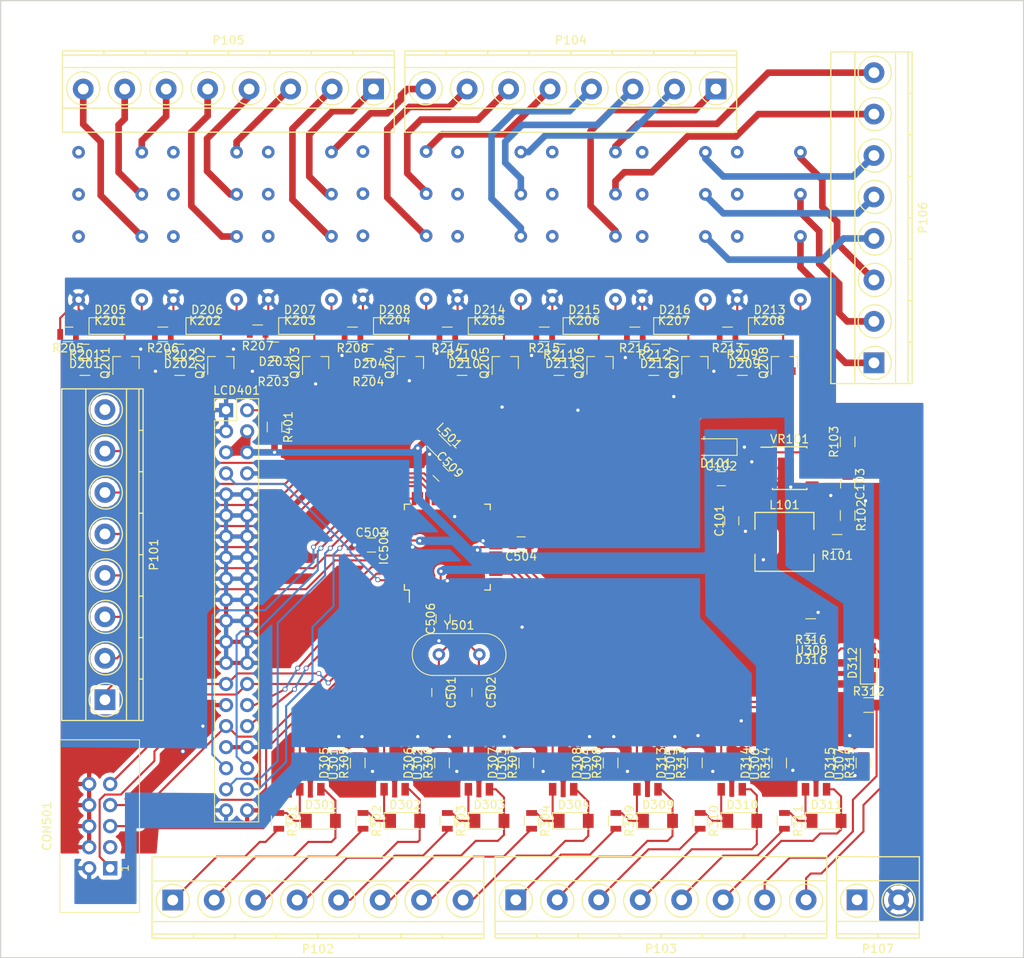
<source format=kicad_pcb>
(kicad_pcb (version 4) (host pcbnew 4.0.5)
  (layers (0 F.Cu signal) (31 B.Cu signal) (34 B.Paste user) (35 F.Paste user) (36 B.SilkS user) (37 F.SilkS user) (38 B.Mask user) (39 F.Mask user) (44 Edge.Cuts user))
  (net 0 "")
  (net 1 +3V3)
  (net 2 GND)
  (net 3 "Net-(C102-Pad2)")
  (net 4 +24V)
  (net 5 "Net-(D201-Pad2)")
  (net 6 "Net-(D202-Pad2)")
  (net 7 "Net-(D203-Pad2)")
  (net 8 "Net-(D204-Pad2)")
  (net 9 "Net-(K201-Pad13)")
  (net 10 "Net-(K201-Pad11)")
  (net 11 "Net-(K201-Pad9)")
  (net 12 "Net-(K202-Pad13)")
  (net 13 "Net-(K202-Pad11)")
  (net 14 "Net-(K202-Pad9)")
  (net 15 "Net-(K203-Pad13)")
  (net 16 "Net-(K203-Pad11)")
  (net 17 "Net-(K203-Pad9)")
  (net 18 "Net-(K204-Pad13)")
  (net 19 "Net-(K204-Pad11)")
  (net 20 "Net-(K204-Pad9)")
  (net 21 "Net-(K205-Pad13)")
  (net 22 "Net-(K205-Pad11)")
  (net 23 "Net-(K205-Pad9)")
  (net 24 "Net-(K206-Pad13)")
  (net 25 "Net-(K206-Pad11)")
  (net 26 "Net-(K206-Pad9)")
  (net 27 "Net-(L101-Pad2)")
  (net 28 "Net-(Q201-Pad3)")
  (net 29 "Net-(Q202-Pad3)")
  (net 30 "Net-(Q203-Pad3)")
  (net 31 "Net-(Q204-Pad3)")
  (net 32 "Net-(Q205-Pad3)")
  (net 33 "Net-(Q206-Pad3)")
  (net 34 "Net-(R101-Pad1)")
  (net 35 "Net-(R103-Pad2)")
  (net 36 "Net-(C501-Pad1)")
  (net 37 "Net-(C502-Pad1)")
  (net 38 /LCDTouchScreen/MOSI)
  (net 39 "Net-(CON501-Pad3)")
  (net 40 /LCDTouchScreen/SCK)
  (net 41 /LCDTouchScreen/MISO)
  (net 42 /RelayOutputs/OR1com)
  (net 43 /RelayOutputs/OR1sel1)
  (net 44 /RelayOutputs/OR1sel2)
  (net 45 /RelayOutputs/OR2com)
  (net 46 /RelayOutputs/OR2sel1)
  (net 47 /RelayOutputs/OR2sel2)
  (net 48 /RelayOutputs/OR3com)
  (net 49 /RelayOutputs/OR3sel1)
  (net 50 /RelayOutputs/OR3sel2)
  (net 51 /RelayOutputs/OR4com)
  (net 52 /RelayOutputs/OR4sel1)
  (net 53 /RelayOutputs/OR4sel2)
  (net 54 /RelayOutputs/OR5com)
  (net 55 /RelayOutputs/OR5sel1)
  (net 56 /RelayOutputs/OR5sel2)
  (net 57 /RelayOutputs/OR6com)
  (net 58 "Net-(LCD401-Pad2)")
  (net 59 /LCDTouchScreen/RST)
  (net 60 /LCDTouchScreen/WR)
  (net 61 /LCDTouchScreen/CS)
  (net 62 /Microcontroller/ADC0)
  (net 63 /Microcontroller/ADC1)
  (net 64 /Microcontroller/ADC2)
  (net 65 /Microcontroller/ADC3)
  (net 66 /RelayOutputs/O1)
  (net 67 /RelayOutputs/O2)
  (net 68 /RelayOutputs/O3)
  (net 69 /RelayOutputs/O4)
  (net 70 /RelayOutputs/O5)
  (net 71 /RelayOutputs/O6)
  (net 72 /RelayInputs/I1)
  (net 73 /RelayInputs/I2)
  (net 74 /RelayInputs/I3)
  (net 75 /RelayInputs/I4)
  (net 76 /RelayInputs/I5)
  (net 77 /RelayInputs/I6)
  (net 78 /RelayInputs/I7)
  (net 79 /RelayInputs/I8)
  (net 80 /RelayOutputs/O7)
  (net 81 /RelayOutputs/O8)
  (net 82 /RelayOutputs/OR7sel1)
  (net 83 "Net-(K207-Pad13)")
  (net 84 "Net-(K207-Pad11)")
  (net 85 "Net-(K207-Pad9)")
  (net 86 /RelayOutputs/OR8sel1)
  (net 87 "Net-(K208-Pad13)")
  (net 88 "Net-(K208-Pad11)")
  (net 89 "Net-(K208-Pad9)")
  (net 90 "Net-(Q207-Pad3)")
  (net 91 "Net-(Q208-Pad3)")
  (net 92 /OR6s1)
  (net 93 /OR6s2)
  (net 94 /OR7c)
  (net 95 /OR7s2)
  (net 96 /OR8c)
  (net 97 /OR8s2)
  (net 98 "Net-(D301-Pad1)")
  (net 99 /RelayInputs/RI1K)
  (net 100 "Net-(D302-Pad1)")
  (net 101 /RelayInputs/RI2K)
  (net 102 "Net-(D303-Pad1)")
  (net 103 /RelayInputs/RI3K)
  (net 104 "Net-(D304-Pad1)")
  (net 105 /RelayInputs/RI4K)
  (net 106 /RelayInputs/RI5K)
  (net 107 /RelayInputs/RI6K)
  (net 108 /RelayInputs/RI7K)
  (net 109 /RelayInputs/RI8K)
  (net 110 /RelayInputs/RI4A)
  (net 111 /RelayInputs/RI3A)
  (net 112 /RelayInputs/RI2A)
  (net 113 /RelayInputs/RI1A)
  (net 114 /RelayInputs/RI8A)
  (net 115 /RelayInputs/RI7A)
  (net 116 /RelayInputs/RI6A)
  (net 117 /RelayInputs/RI5A)
  (net 118 /Microcontroller/RESET)
  (net 119 /Microcontroller/ADC7)
  (net 120 /Microcontroller/ADC6)
  (net 121 /Microcontroller/ADC5)
  (net 122 /Microcontroller/ADC4)
  (net 123 /PB0)
  (net 124 /PB1)
  (net 125 /AVCC)
  (net 126 /AREF)
  (net 127 "Net-(C509-Pad2)")
  (net 128 "Net-(D201-Pad1)")
  (net 129 "Net-(D202-Pad1)")
  (net 130 "Net-(D203-Pad1)")
  (net 131 "Net-(D204-Pad1)")
  (net 132 "Net-(D209-Pad1)")
  (net 133 "Net-(D209-Pad2)")
  (net 134 "Net-(D210-Pad1)")
  (net 135 "Net-(D210-Pad2)")
  (net 136 "Net-(D211-Pad1)")
  (net 137 "Net-(D211-Pad2)")
  (net 138 "Net-(D212-Pad1)")
  (net 139 "Net-(D212-Pad2)")
  (net 140 "Net-(D305-Pad2)")
  (net 141 "Net-(D306-Pad2)")
  (net 142 "Net-(D307-Pad2)")
  (net 143 "Net-(D308-Pad2)")
  (net 144 "Net-(D309-Pad1)")
  (net 145 "Net-(D310-Pad1)")
  (net 146 "Net-(D311-Pad1)")
  (net 147 "Net-(D312-Pad1)")
  (net 148 "Net-(D313-Pad2)")
  (net 149 "Net-(D314-Pad2)")
  (net 150 "Net-(D315-Pad2)")
  (net 151 "Net-(D316-Pad2)")
  (module Capacitors_SMD:C_0805 (layer F.Cu) (at 100.838 90.17 315)
    (fp_text reference C509 (at 0 -1.5 315) (layer F.SilkS))
    (fp_text value 100uF)
    (pad 1 smd rect (at -1 0 315) (size 1 1.25) (layers F.Cu F.Paste F.Mask) (net 2 GND))
    (pad 2 smd rect (at 1 0 315) (size 1 1.25) (layers F.Cu F.Paste F.Mask) (net 127 "Net-(C509-Pad2)"))
  )
  (module Meisei:Meisei-m4-24h (layer F.Cu) (at 110.460763 69.1925 180)
    (fp_text reference K205 (at 3.81 -2.54 180) (layer F.SilkS))
    (fp_text value Meisei-m4-24h)
    (pad 1 thru_hole circle (at 0 0 180) (size 1.524 1.524) (drill 0.762) (layers *.Cu *.Mask) (net 134 "Net-(D210-Pad1)"))
    (pad 4 thru_hole circle (at 0 7.62 180) (size 1.524 1.524) (drill 0.762) (layers *.Cu *.Mask) (net 54 /RelayOutputs/OR5com))
    (pad 6 thru_hole circle (at 0 12.7 180) (size 1.524 1.524) (drill 0.762) (layers *.Cu *.Mask) (net 55 /RelayOutputs/OR5sel1))
    (pad 8 thru_hole circle (at 0 17.78 180) (size 1.524 1.524) (drill 0.762) (layers *.Cu *.Mask) (net 56 /RelayOutputs/OR5sel2))
    (pad 16 thru_hole circle (at 7.62 0 180) (size 1.524 1.524) (drill 0.762) (layers *.Cu *.Mask) (net 4 +24V))
    (pad 13 thru_hole circle (at 7.62 7.62 180) (size 1.524 1.524) (drill 0.762) (layers *.Cu *.Mask) (net 21 "Net-(K205-Pad13)"))
    (pad 11 thru_hole circle (at 7.62 12.7 180) (size 1.524 1.524) (drill 0.762) (layers *.Cu *.Mask) (net 22 "Net-(K205-Pad11)"))
    (pad 9 thru_hole circle (at 7.62 17.78 180) (size 1.524 1.524) (drill 0.762) (layers *.Cu *.Mask) (net 23 "Net-(K205-Pad9)"))
  )
  (module Capacitors_SMD:C_0805 (layer F.Cu) (at 135.89 95.885 90)
    (fp_text reference C101 (at 0 -1.5 90) (layer F.SilkS))
    (fp_text value 4uF)
    (pad 1 smd rect (at -1 0 90) (size 1 1.25) (layers F.Cu F.Paste F.Mask) (net 1 +3V3))
    (pad 2 smd rect (at 1 0 90) (size 1 1.25) (layers F.Cu F.Paste F.Mask) (net 2 GND))
  )
  (module Capacitors_SMD:C_0805 (layer F.Cu) (at 134.62 90.805)
    (fp_text reference C102 (at 0 -1.5) (layer F.SilkS))
    (fp_text value 32pF)
    (pad 1 smd rect (at -1 0) (size 1 1.25) (layers F.Cu F.Paste F.Mask) (net 2 GND))
    (pad 2 smd rect (at 1 0) (size 1 1.25) (layers F.Cu F.Paste F.Mask) (net 3 "Net-(C102-Pad2)"))
  )
  (module Capacitors_SMD:C_0805 (layer F.Cu) (at 149.86 91.44 270)
    (fp_text reference C103 (at 0 -1.5 270) (layer F.SilkS))
    (fp_text value 100uF)
    (pad 1 smd rect (at -1 0 270) (size 1 1.25) (layers F.Cu F.Paste F.Mask) (net 4 +24V))
    (pad 2 smd rect (at 1 0 270) (size 1 1.25) (layers F.Cu F.Paste F.Mask) (net 2 GND))
  )
  (module Meisei:Meisei-m4-24h (layer F.Cu) (at 64.77 69.215 180)
    (fp_text reference K201 (at 3.81 -2.54 180) (layer F.SilkS))
    (fp_text value Meisei-m4-24h)
    (pad 1 thru_hole circle (at 0 0 180) (size 1.524 1.524) (drill 0.762) (layers *.Cu *.Mask) (net 128 "Net-(D201-Pad1)"))
    (pad 4 thru_hole circle (at 0 7.62 180) (size 1.524 1.524) (drill 0.762) (layers *.Cu *.Mask) (net 42 /RelayOutputs/OR1com))
    (pad 6 thru_hole circle (at 0 12.7 180) (size 1.524 1.524) (drill 0.762) (layers *.Cu *.Mask) (net 43 /RelayOutputs/OR1sel1))
    (pad 8 thru_hole circle (at 0 17.78 180) (size 1.524 1.524) (drill 0.762) (layers *.Cu *.Mask) (net 44 /RelayOutputs/OR1sel2))
    (pad 16 thru_hole circle (at 7.62 0 180) (size 1.524 1.524) (drill 0.762) (layers *.Cu *.Mask) (net 4 +24V))
    (pad 13 thru_hole circle (at 7.62 7.62 180) (size 1.524 1.524) (drill 0.762) (layers *.Cu *.Mask) (net 9 "Net-(K201-Pad13)"))
    (pad 11 thru_hole circle (at 7.62 12.7 180) (size 1.524 1.524) (drill 0.762) (layers *.Cu *.Mask) (net 10 "Net-(K201-Pad11)"))
    (pad 9 thru_hole circle (at 7.62 17.78 180) (size 1.524 1.524) (drill 0.762) (layers *.Cu *.Mask) (net 11 "Net-(K201-Pad9)"))
  )
  (module Meisei:Meisei-m4-24h (layer F.Cu) (at 76.2 69.215 180)
    (fp_text reference K202 (at 3.81 -2.54 180) (layer F.SilkS))
    (fp_text value Meisei-m4-24h)
    (pad 1 thru_hole circle (at 0 0 180) (size 1.524 1.524) (drill 0.762) (layers *.Cu *.Mask) (net 129 "Net-(D202-Pad1)"))
    (pad 4 thru_hole circle (at 0 7.62 180) (size 1.524 1.524) (drill 0.762) (layers *.Cu *.Mask) (net 45 /RelayOutputs/OR2com))
    (pad 6 thru_hole circle (at 0 12.7 180) (size 1.524 1.524) (drill 0.762) (layers *.Cu *.Mask) (net 46 /RelayOutputs/OR2sel1))
    (pad 8 thru_hole circle (at 0 17.78 180) (size 1.524 1.524) (drill 0.762) (layers *.Cu *.Mask) (net 47 /RelayOutputs/OR2sel2))
    (pad 16 thru_hole circle (at 7.62 0 180) (size 1.524 1.524) (drill 0.762) (layers *.Cu *.Mask) (net 4 +24V))
    (pad 13 thru_hole circle (at 7.62 7.62 180) (size 1.524 1.524) (drill 0.762) (layers *.Cu *.Mask) (net 12 "Net-(K202-Pad13)"))
    (pad 11 thru_hole circle (at 7.62 12.7 180) (size 1.524 1.524) (drill 0.762) (layers *.Cu *.Mask) (net 13 "Net-(K202-Pad11)"))
    (pad 9 thru_hole circle (at 7.62 17.78 180) (size 1.524 1.524) (drill 0.762) (layers *.Cu *.Mask) (net 14 "Net-(K202-Pad9)"))
  )
  (module Meisei:Meisei-m4-24h (layer F.Cu) (at 87.634763 69.1925 180)
    (fp_text reference K203 (at 3.81 -2.54 180) (layer F.SilkS))
    (fp_text value Meisei-m4-24h)
    (pad 1 thru_hole circle (at 0 0 180) (size 1.524 1.524) (drill 0.762) (layers *.Cu *.Mask) (net 130 "Net-(D203-Pad1)"))
    (pad 4 thru_hole circle (at 0 7.62 180) (size 1.524 1.524) (drill 0.762) (layers *.Cu *.Mask) (net 48 /RelayOutputs/OR3com))
    (pad 6 thru_hole circle (at 0 12.7 180) (size 1.524 1.524) (drill 0.762) (layers *.Cu *.Mask) (net 49 /RelayOutputs/OR3sel1))
    (pad 8 thru_hole circle (at 0 17.78 180) (size 1.524 1.524) (drill 0.762) (layers *.Cu *.Mask) (net 50 /RelayOutputs/OR3sel2))
    (pad 16 thru_hole circle (at 7.62 0 180) (size 1.524 1.524) (drill 0.762) (layers *.Cu *.Mask) (net 4 +24V))
    (pad 13 thru_hole circle (at 7.62 7.62 180) (size 1.524 1.524) (drill 0.762) (layers *.Cu *.Mask) (net 15 "Net-(K203-Pad13)"))
    (pad 11 thru_hole circle (at 7.62 12.7 180) (size 1.524 1.524) (drill 0.762) (layers *.Cu *.Mask) (net 16 "Net-(K203-Pad11)"))
    (pad 9 thru_hole circle (at 7.62 17.78 180) (size 1.524 1.524) (drill 0.762) (layers *.Cu *.Mask) (net 17 "Net-(K203-Pad9)"))
  )
  (module Meisei:Meisei-m4-24h (layer F.Cu) (at 99.047763 69.129 180)
    (fp_text reference K204 (at 3.81 -2.54 180) (layer F.SilkS))
    (fp_text value Meisei-m4-24h)
    (pad 1 thru_hole circle (at 0 0 180) (size 1.524 1.524) (drill 0.762) (layers *.Cu *.Mask) (net 131 "Net-(D204-Pad1)"))
    (pad 4 thru_hole circle (at 0 7.62 180) (size 1.524 1.524) (drill 0.762) (layers *.Cu *.Mask) (net 51 /RelayOutputs/OR4com))
    (pad 6 thru_hole circle (at 0 12.7 180) (size 1.524 1.524) (drill 0.762) (layers *.Cu *.Mask) (net 52 /RelayOutputs/OR4sel1))
    (pad 8 thru_hole circle (at 0 17.78 180) (size 1.524 1.524) (drill 0.762) (layers *.Cu *.Mask) (net 53 /RelayOutputs/OR4sel2))
    (pad 16 thru_hole circle (at 7.62 0 180) (size 1.524 1.524) (drill 0.762) (layers *.Cu *.Mask) (net 4 +24V))
    (pad 13 thru_hole circle (at 7.62 7.62 180) (size 1.524 1.524) (drill 0.762) (layers *.Cu *.Mask) (net 18 "Net-(K204-Pad13)"))
    (pad 11 thru_hole circle (at 7.62 12.7 180) (size 1.524 1.524) (drill 0.762) (layers *.Cu *.Mask) (net 19 "Net-(K204-Pad11)"))
    (pad 9 thru_hole circle (at 7.62 17.78 180) (size 1.524 1.524) (drill 0.762) (layers *.Cu *.Mask) (net 20 "Net-(K204-Pad9)"))
  )
  (module Meisei:Meisei-m4-24h (layer F.Cu) (at 121.873763 69.1925 180)
    (fp_text reference K206 (at 3.81 -2.54 180) (layer F.SilkS))
    (fp_text value Meisei-m4-24h)
    (pad 1 thru_hole circle (at 0 0 180) (size 1.524 1.524) (drill 0.762) (layers *.Cu *.Mask) (net 136 "Net-(D211-Pad1)"))
    (pad 4 thru_hole circle (at 0 7.62 180) (size 1.524 1.524) (drill 0.762) (layers *.Cu *.Mask) (net 57 /RelayOutputs/OR6com))
    (pad 6 thru_hole circle (at 0 12.7 180) (size 1.524 1.524) (drill 0.762) (layers *.Cu *.Mask) (net 92 /OR6s1))
    (pad 8 thru_hole circle (at 0 17.78 180) (size 1.524 1.524) (drill 0.762) (layers *.Cu *.Mask) (net 93 /OR6s2))
    (pad 16 thru_hole circle (at 7.62 0 180) (size 1.524 1.524) (drill 0.762) (layers *.Cu *.Mask) (net 4 +24V))
    (pad 13 thru_hole circle (at 7.62 7.62 180) (size 1.524 1.524) (drill 0.762) (layers *.Cu *.Mask) (net 24 "Net-(K206-Pad13)"))
    (pad 11 thru_hole circle (at 7.62 12.7 180) (size 1.524 1.524) (drill 0.762) (layers *.Cu *.Mask) (net 25 "Net-(K206-Pad11)"))
    (pad 9 thru_hole circle (at 7.62 17.78 180) (size 1.524 1.524) (drill 0.762) (layers *.Cu *.Mask) (net 26 "Net-(K206-Pad9)"))
  )
  (module MMBT3904:MMBT3904 (layer F.Cu) (at 62.865 76.835 90)
    (fp_text reference Q201 (at 0 -2.5 90) (layer F.SilkS))
    (fp_text value Q_NPN_BCE)
    (pad 3 smd rect (at -1 -0.95 90) (size 0.9 0.8) (layers F.Cu F.Paste F.Mask) (net 28 "Net-(Q201-Pad3)"))
    (pad 1 smd rect (at -1 0.95 90) (size 0.9 0.8) (layers F.Cu F.Paste F.Mask) (net 2 GND))
    (pad 2 smd rect (at 1 0 90) (size 0.9 0.8) (layers F.Cu F.Paste F.Mask) (net 128 "Net-(D201-Pad1)"))
  )
  (module MMBT3904:MMBT3904 (layer F.Cu) (at 74.295 76.835 90)
    (fp_text reference Q202 (at 0 -2.5 90) (layer F.SilkS))
    (fp_text value Q_NPN_BCE)
    (pad 3 smd rect (at -1 -0.95 90) (size 0.9 0.8) (layers F.Cu F.Paste F.Mask) (net 29 "Net-(Q202-Pad3)"))
    (pad 1 smd rect (at -1 0.95 90) (size 0.9 0.8) (layers F.Cu F.Paste F.Mask) (net 2 GND))
    (pad 2 smd rect (at 1 0 90) (size 0.9 0.8) (layers F.Cu F.Paste F.Mask) (net 129 "Net-(D202-Pad1)"))
  )
  (module MMBT3904:MMBT3904 (layer F.Cu) (at 85.725 76.835 90)
    (fp_text reference Q203 (at 0 -2.5 90) (layer F.SilkS))
    (fp_text value Q_NPN_BCE)
    (pad 3 smd rect (at -1 -0.95 90) (size 0.9 0.8) (layers F.Cu F.Paste F.Mask) (net 30 "Net-(Q203-Pad3)"))
    (pad 1 smd rect (at -1 0.95 90) (size 0.9 0.8) (layers F.Cu F.Paste F.Mask) (net 2 GND))
    (pad 2 smd rect (at 1 0 90) (size 0.9 0.8) (layers F.Cu F.Paste F.Mask) (net 130 "Net-(D203-Pad1)"))
  )
  (module MMBT3904:MMBT3904 (layer F.Cu) (at 97.155 76.835 90)
    (fp_text reference Q204 (at 0 -2.5 90) (layer F.SilkS))
    (fp_text value Q_NPN_BCE)
    (pad 3 smd rect (at -1 -0.95 90) (size 0.9 0.8) (layers F.Cu F.Paste F.Mask) (net 31 "Net-(Q204-Pad3)"))
    (pad 1 smd rect (at -1 0.95 90) (size 0.9 0.8) (layers F.Cu F.Paste F.Mask) (net 2 GND))
    (pad 2 smd rect (at 1 0 90) (size 0.9 0.8) (layers F.Cu F.Paste F.Mask) (net 131 "Net-(D204-Pad1)"))
  )
  (module MMBT3904:MMBT3904 (layer F.Cu) (at 108.585 76.835 90)
    (fp_text reference Q205 (at 0 -2.5 90) (layer F.SilkS))
    (fp_text value Q_NPN_BCE)
    (pad 3 smd rect (at -1 -0.95 90) (size 0.9 0.8) (layers F.Cu F.Paste F.Mask) (net 32 "Net-(Q205-Pad3)"))
    (pad 1 smd rect (at -1 0.95 90) (size 0.9 0.8) (layers F.Cu F.Paste F.Mask) (net 2 GND))
    (pad 2 smd rect (at 1 0 90) (size 0.9 0.8) (layers F.Cu F.Paste F.Mask) (net 134 "Net-(D210-Pad1)"))
  )
  (module MMBT3904:MMBT3904 (layer F.Cu) (at 120.015 76.835 90)
    (fp_text reference Q206 (at 0 -2.5 90) (layer F.SilkS))
    (fp_text value Q_NPN_BCE)
    (pad 3 smd rect (at -1 -0.95 90) (size 0.9 0.8) (layers F.Cu F.Paste F.Mask) (net 33 "Net-(Q206-Pad3)"))
    (pad 1 smd rect (at -1 0.95 90) (size 0.9 0.8) (layers F.Cu F.Paste F.Mask) (net 2 GND))
    (pad 2 smd rect (at 1 0 90) (size 0.9 0.8) (layers F.Cu F.Paste F.Mask) (net 136 "Net-(D211-Pad1)"))
  )
  (module Resistors_SMD:R_0805 (layer F.Cu) (at 148.59 98.425 180)
    (fp_text reference R101 (at 0 -1.65 180) (layer F.SilkS))
    (fp_text value 18kR)
    (pad 1 smd rect (at -0.95 0 180) (size 0.7 1.3) (layers F.Cu F.Paste F.Mask) (net 34 "Net-(R101-Pad1)"))
    (pad 2 smd rect (at 0.95 0 180) (size 0.7 1.3) (layers F.Cu F.Paste F.Mask) (net 27 "Net-(L101-Pad2)"))
  )
  (module Resistors_SMD:R_0805 (layer F.Cu) (at 149.86 95.25 270)
    (fp_text reference R102 (at 0 -1.65 270) (layer F.SilkS))
    (fp_text value 11kR)
    (pad 1 smd rect (at -0.95 0 270) (size 0.7 1.3) (layers F.Cu F.Paste F.Mask) (net 2 GND))
    (pad 2 smd rect (at 0.95 0 270) (size 0.7 1.3) (layers F.Cu F.Paste F.Mask) (net 34 "Net-(R101-Pad1)"))
  )
  (module Resistors_SMD:R_0805 (layer F.Cu) (at 149.86 86.36 90)
    (fp_text reference R103 (at 0 -1.65 90) (layer F.SilkS))
    (fp_text value 1.5R)
    (pad 1 smd rect (at -0.95 0 90) (size 0.7 1.3) (layers F.Cu F.Paste F.Mask) (net 4 +24V))
    (pad 2 smd rect (at 0.95 0 90) (size 0.7 1.3) (layers F.Cu F.Paste F.Mask) (net 35 "Net-(R103-Pad2)"))
  )
  (module Resistors_SMD:R_0805 (layer F.Cu) (at 57.912 77.47)
    (fp_text reference R201 (at 0 -1.65) (layer F.SilkS))
    (fp_text value 10kR)
    (pad 1 smd rect (at -0.95 0) (size 0.7 1.3) (layers F.Cu F.Paste F.Mask) (net 66 /RelayOutputs/O1))
    (pad 2 smd rect (at 0.95 0) (size 0.7 1.3) (layers F.Cu F.Paste F.Mask) (net 28 "Net-(Q201-Pad3)"))
  )
  (module Resistors_SMD:R_0805 (layer F.Cu) (at 69.342 77.47)
    (fp_text reference R202 (at 0 -1.65) (layer F.SilkS))
    (fp_text value 10kR)
    (pad 1 smd rect (at -0.95 0) (size 0.7 1.3) (layers F.Cu F.Paste F.Mask) (net 67 /RelayOutputs/O2))
    (pad 2 smd rect (at 0.95 0) (size 0.7 1.3) (layers F.Cu F.Paste F.Mask) (net 29 "Net-(Q202-Pad3)"))
  )
  (module Resistors_SMD:R_0805 (layer F.Cu) (at 80.645 77.47 180)
    (fp_text reference R203 (at 0 -1.65 180) (layer F.SilkS))
    (fp_text value 10kR)
    (pad 1 smd rect (at -0.95 0 180) (size 0.7 1.3) (layers F.Cu F.Paste F.Mask) (net 30 "Net-(Q203-Pad3)"))
    (pad 2 smd rect (at 0.95 0 180) (size 0.7 1.3) (layers F.Cu F.Paste F.Mask) (net 68 /RelayOutputs/O3))
  )
  (module Resistors_SMD:R_0805 (layer F.Cu) (at 92.075 77.47 180)
    (fp_text reference R204 (at 0 -1.65 180) (layer F.SilkS))
    (fp_text value 10kR)
    (pad 1 smd rect (at -0.95 0 180) (size 0.7 1.3) (layers F.Cu F.Paste F.Mask) (net 31 "Net-(Q204-Pad3)"))
    (pad 2 smd rect (at 0.95 0 180) (size 0.7 1.3) (layers F.Cu F.Paste F.Mask) (net 69 /RelayOutputs/O4))
  )
  (module Resistors_SMD:R_0805 (layer F.Cu) (at 55.88 73.406 180)
    (fp_text reference R205 (at 0 -1.65 180) (layer F.SilkS))
    (fp_text value 10kR)
    (pad 1 smd rect (at -0.95 0 180) (size 0.7 1.3) (layers F.Cu F.Paste F.Mask) (net 5 "Net-(D201-Pad2)"))
    (pad 2 smd rect (at 0.95 0 180) (size 0.7 1.3) (layers F.Cu F.Paste F.Mask) (net 4 +24V))
  )
  (module Resistors_SMD:R_0805 (layer F.Cu) (at 67.31 73.406 180)
    (fp_text reference R206 (at 0 -1.65 180) (layer F.SilkS))
    (fp_text value 10kR)
    (pad 1 smd rect (at -0.95 0 180) (size 0.7 1.3) (layers F.Cu F.Paste F.Mask) (net 6 "Net-(D202-Pad2)"))
    (pad 2 smd rect (at 0.95 0 180) (size 0.7 1.3) (layers F.Cu F.Paste F.Mask) (net 4 +24V))
  )
  (module Capacitors_SMD:C_0805 (layer F.Cu) (at 100.584 116.586 270)
    (fp_text reference C501 (at 0 -1.5 270) (layer F.SilkS))
    (fp_text value C)
    (pad 1 smd rect (at -1 0 270) (size 1 1.25) (layers F.Cu F.Paste F.Mask) (net 36 "Net-(C501-Pad1)"))
    (pad 2 smd rect (at 1 0 270) (size 1 1.25) (layers F.Cu F.Paste F.Mask) (net 2 GND))
  )
  (module Capacitors_SMD:C_0805 (layer F.Cu) (at 105.41 116.586 270)
    (fp_text reference C502 (at 0 -1.5 270) (layer F.SilkS))
    (fp_text value C)
    (pad 1 smd rect (at -1 0 270) (size 1 1.25) (layers F.Cu F.Paste F.Mask) (net 37 "Net-(C502-Pad1)"))
    (pad 2 smd rect (at 1 0 270) (size 1 1.25) (layers F.Cu F.Paste F.Mask) (net 2 GND))
  )
  (module Connectors:IDC_Header_Straight_10pins (layer F.Cu) (at 60.96 137.795 90)
    (fp_text reference CON501 (at 5.08 -7.62 90) (layer F.SilkS))
    (fp_text value AVR-ISP-10)
    (fp_text user 1 (at 0.02 1.72 90) (layer F.SilkS) (effects (font (thickness 0.12))))
    (pad 1 thru_hole rect (at 0 0 90) (size 1.7272 1.7272) (drill 1.016) (layers *.Cu *.Mask) (net 38 /LCDTouchScreen/MOSI))
    (pad 2 thru_hole oval (at 0 -2.54 90) (size 1.7272 1.7272) (drill 1.016) (layers *.Cu *.Mask) (net 1 +3V3))
    (pad 3 thru_hole oval (at 2.54 0 90) (size 1.7272 1.7272) (drill 1.016) (layers *.Cu *.Mask) (net 39 "Net-(CON501-Pad3)"))
    (pad 4 thru_hole oval (at 2.54 -2.54 90) (size 1.7272 1.7272) (drill 1.016) (layers *.Cu *.Mask) (net 2 GND))
    (pad 5 thru_hole oval (at 5.08 0 90) (size 1.7272 1.7272) (drill 1.016) (layers *.Cu *.Mask) (net 118 /Microcontroller/RESET))
    (pad 6 thru_hole oval (at 5.08 -2.54 90) (size 1.7272 1.7272) (drill 1.016) (layers *.Cu *.Mask) (net 2 GND))
    (pad 7 thru_hole oval (at 7.62 0 90) (size 1.7272 1.7272) (drill 1.016) (layers *.Cu *.Mask) (net 40 /LCDTouchScreen/SCK))
    (pad 8 thru_hole oval (at 7.62 -2.54 90) (size 1.7272 1.7272) (drill 1.016) (layers *.Cu *.Mask) (net 2 GND))
    (pad 9 thru_hole oval (at 10.16 0 90) (size 1.7272 1.7272) (drill 1.016) (layers *.Cu *.Mask) (net 41 /LCDTouchScreen/MISO))
    (pad 10 thru_hole oval (at 10.16 -2.54 90) (size 1.7272 1.7272) (drill 1.016) (layers *.Cu *.Mask) (net 2 GND))
  )
  (module Pin_Headers:Pin_Header_Straight_2x20_Pitch2.54mm (layer F.Cu) (at 74.93 82.55)
    (fp_text reference LCD401 (at 1.27 -2.39) (layer F.SilkS))
    (fp_text value tft-proto-mi0283qt-9a)
    (pad 1 thru_hole rect (at 0 0) (size 1.7 1.7) (drill 1) (layers *.Cu *.Mask) (net 2 GND))
    (pad 2 thru_hole oval (at 2.54 0) (size 1.7 1.7) (drill 1) (layers *.Cu *.Mask) (net 58 "Net-(LCD401-Pad2)"))
    (pad 3 thru_hole oval (at 0 2.54) (size 1.7 1.7) (drill 1) (layers *.Cu *.Mask) (net 2 GND))
    (pad 4 thru_hole oval (at 2.54 2.54) (size 1.7 1.7) (drill 1) (layers *.Cu *.Mask) (net 1 +3V3))
    (pad 5 thru_hole oval (at 0 5.08) (size 1.7 1.7) (drill 1) (layers *.Cu *.Mask) (net 1 +3V3))
    (pad 6 thru_hole oval (at 2.54 5.08) (size 1.7 1.7) (drill 1) (layers *.Cu *.Mask) (net 1 +3V3))
    (pad 7 thru_hole oval (at 0 7.62) (size 1.7 1.7) (drill 1) (layers *.Cu *.Mask) (net 59 /LCDTouchScreen/RST))
    (pad 8 thru_hole oval (at 2.54 7.62) (size 1.7 1.7) (drill 1) (layers *.Cu *.Mask) (net 2 GND))
    (pad 9 thru_hole oval (at 0 10.16) (size 1.7 1.7) (drill 1) (layers *.Cu *.Mask) (net 2 GND))
    (pad 10 thru_hole oval (at 2.54 10.16) (size 1.7 1.7) (drill 1) (layers *.Cu *.Mask) (net 2 GND))
    (pad 11 thru_hole oval (at 0 12.7) (size 1.7 1.7) (drill 1) (layers *.Cu *.Mask) (net 2 GND))
    (pad 12 thru_hole oval (at 2.54 12.7) (size 1.7 1.7) (drill 1) (layers *.Cu *.Mask) (net 2 GND))
    (pad 13 thru_hole oval (at 0 15.24) (size 1.7 1.7) (drill 1) (layers *.Cu *.Mask) (net 2 GND))
    (pad 14 thru_hole oval (at 2.54 15.24) (size 1.7 1.7) (drill 1) (layers *.Cu *.Mask) (net 2 GND))
    (pad 15 thru_hole oval (at 0 17.78) (size 1.7 1.7) (drill 1) (layers *.Cu *.Mask) (net 2 GND))
    (pad 16 thru_hole oval (at 2.54 17.78) (size 1.7 1.7) (drill 1) (layers *.Cu *.Mask) (net 2 GND))
    (pad 17 thru_hole oval (at 0 20.32) (size 1.7 1.7) (drill 1) (layers *.Cu *.Mask) (net 2 GND))
    (pad 18 thru_hole oval (at 2.54 20.32) (size 1.7 1.7) (drill 1) (layers *.Cu *.Mask) (net 2 GND))
    (pad 19 thru_hole oval (at 0 22.86) (size 1.7 1.7) (drill 1) (layers *.Cu *.Mask) (net 2 GND))
    (pad 20 thru_hole oval (at 2.54 22.86) (size 1.7 1.7) (drill 1) (layers *.Cu *.Mask) (net 2 GND))
    (pad 21 thru_hole oval (at 0 25.4) (size 1.7 1.7) (drill 1) (layers *.Cu *.Mask) (net 2 GND))
    (pad 22 thru_hole oval (at 2.54 25.4) (size 1.7 1.7) (drill 1) (layers *.Cu *.Mask) (net 2 GND))
    (pad 23 thru_hole oval (at 0 27.94) (size 1.7 1.7) (drill 1) (layers *.Cu *.Mask) (net 2 GND))
    (pad 24 thru_hole oval (at 2.54 27.94) (size 1.7 1.7) (drill 1) (layers *.Cu *.Mask) (net 2 GND))
    (pad 25 thru_hole oval (at 0 30.48) (size 1.7 1.7) (drill 1) (layers *.Cu *.Mask) (net 2 GND))
    (pad 26 thru_hole oval (at 2.54 30.48) (size 1.7 1.7) (drill 1) (layers *.Cu *.Mask) (net 2 GND))
    (pad 27 thru_hole oval (at 0 33.02) (size 1.7 1.7) (drill 1) (layers *.Cu *.Mask) (net 41 /LCDTouchScreen/MISO))
    (pad 28 thru_hole oval (at 2.54 33.02) (size 1.7 1.7) (drill 1) (layers *.Cu *.Mask) (net 38 /LCDTouchScreen/MOSI))
    (pad 29 thru_hole oval (at 0 35.56) (size 1.7 1.7) (drill 1) (layers *.Cu *.Mask) (net 2 GND))
    (pad 30 thru_hole oval (at 2.54 35.56) (size 1.7 1.7) (drill 1) (layers *.Cu *.Mask) (net 60 /LCDTouchScreen/WR))
    (pad 31 thru_hole oval (at 0 38.1) (size 1.7 1.7) (drill 1) (layers *.Cu *.Mask) (net 40 /LCDTouchScreen/SCK))
    (pad 32 thru_hole oval (at 2.54 38.1) (size 1.7 1.7) (drill 1) (layers *.Cu *.Mask) (net 61 /LCDTouchScreen/CS))
    (pad 33 thru_hole oval (at 0 40.64) (size 1.7 1.7) (drill 1) (layers *.Cu *.Mask) (net 2 GND))
    (pad 34 thru_hole oval (at 2.54 40.64) (size 1.7 1.7) (drill 1) (layers *.Cu *.Mask) (net 2 GND))
    (pad 35 thru_hole oval (at 0 43.18) (size 1.7 1.7) (drill 1) (layers *.Cu *.Mask) (net 62 /Microcontroller/ADC0))
    (pad 36 thru_hole oval (at 2.54 43.18) (size 1.7 1.7) (drill 1) (layers *.Cu *.Mask) (net 63 /Microcontroller/ADC1))
    (pad 37 thru_hole oval (at 0 45.72) (size 1.7 1.7) (drill 1) (layers *.Cu *.Mask) (net 64 /Microcontroller/ADC2))
    (pad 38 thru_hole oval (at 2.54 45.72) (size 1.7 1.7) (drill 1) (layers *.Cu *.Mask) (net 65 /Microcontroller/ADC3))
    (pad 39 thru_hole oval (at 0 48.26) (size 1.7 1.7) (drill 1) (layers *.Cu *.Mask) (net 1 +3V3))
    (pad 40 thru_hole oval (at 2.54 48.26) (size 1.7 1.7) (drill 1) (layers *.Cu *.Mask) (net 2 GND))
  )
  (module Resistors_SMD:R_0805 (layer F.Cu) (at 80.772 84.582 270)
    (fp_text reference R401 (at 0 -1.65 270) (layer F.SilkS))
    (fp_text value 100R)
    (pad 1 smd rect (at -0.95 0 270) (size 0.7 1.3) (layers F.Cu F.Paste F.Mask) (net 58 "Net-(LCD401-Pad2)"))
    (pad 2 smd rect (at 0.95 0 270) (size 0.7 1.3) (layers F.Cu F.Paste F.Mask) (net 1 +3V3))
  )
  (module Crystals:Crystal_HC49-U_Vertical (layer F.Cu) (at 100.584 112.014)
    (fp_text reference Y501 (at 2.44 -3.525) (layer F.SilkS))
    (fp_text value Crystal)
    (pad 1 thru_hole circle (at 0 0) (size 1.5 1.5) (drill 0.8) (layers *.Cu *.Mask) (net 36 "Net-(C501-Pad1)"))
    (pad 2 thru_hole circle (at 4.88 0) (size 1.5 1.5) (drill 0.8) (layers *.Cu *.Mask) (net 37 "Net-(C502-Pad1)"))
  )
  (module Housings_QFP:LQFP-44_10x10mm_Pitch0.8mm (layer F.Cu) (at 101.6 99.06 90)
    (fp_text reference IC501 (at 0 -7.65 90) (layer F.SilkS))
    (fp_text value ATMEGA644-A)
    (pad 1 smd rect (at -5.85 -4 90) (size 1.6 0.56) (layers F.Cu F.Paste F.Mask) (net 38 /LCDTouchScreen/MOSI))
    (pad 2 smd rect (at -5.85 -3.2 90) (size 1.6 0.56) (layers F.Cu F.Paste F.Mask) (net 41 /LCDTouchScreen/MISO))
    (pad 3 smd rect (at -5.85 -2.4 90) (size 1.6 0.56) (layers F.Cu F.Paste F.Mask) (net 40 /LCDTouchScreen/SCK))
    (pad 4 smd rect (at -5.85 -1.6 90) (size 1.6 0.56) (layers F.Cu F.Paste F.Mask) (net 118 /Microcontroller/RESET))
    (pad 5 smd rect (at -5.85 -0.8 90) (size 1.6 0.56) (layers F.Cu F.Paste F.Mask) (net 1 +3V3))
    (pad 6 smd rect (at -5.85 0 90) (size 1.6 0.56) (layers F.Cu F.Paste F.Mask) (net 2 GND))
    (pad 7 smd rect (at -5.85 0.8 90) (size 1.6 0.56) (layers F.Cu F.Paste F.Mask) (net 36 "Net-(C501-Pad1)"))
    (pad 8 smd rect (at -5.85 1.6 90) (size 1.6 0.56) (layers F.Cu F.Paste F.Mask) (net 37 "Net-(C502-Pad1)"))
    (pad 9 smd rect (at -5.85 2.4 90) (size 1.6 0.56) (layers F.Cu F.Paste F.Mask) (net 72 /RelayInputs/I1))
    (pad 10 smd rect (at -5.85 3.2 90) (size 1.6 0.56) (layers F.Cu F.Paste F.Mask) (net 73 /RelayInputs/I2))
    (pad 11 smd rect (at -5.85 4 90) (size 1.6 0.56) (layers F.Cu F.Paste F.Mask) (net 74 /RelayInputs/I3))
    (pad 12 smd rect (at -4 5.85 180) (size 1.6 0.56) (layers F.Cu F.Paste F.Mask) (net 75 /RelayInputs/I4))
    (pad 13 smd rect (at -3.2 5.85 180) (size 1.6 0.56) (layers F.Cu F.Paste F.Mask) (net 76 /RelayInputs/I5))
    (pad 14 smd rect (at -2.4 5.85 180) (size 1.6 0.56) (layers F.Cu F.Paste F.Mask) (net 77 /RelayInputs/I6))
    (pad 15 smd rect (at -1.6 5.85 180) (size 1.6 0.56) (layers F.Cu F.Paste F.Mask) (net 78 /RelayInputs/I7))
    (pad 16 smd rect (at -0.8 5.85 180) (size 1.6 0.56) (layers F.Cu F.Paste F.Mask) (net 79 /RelayInputs/I8))
    (pad 17 smd rect (at 0 5.85 180) (size 1.6 0.56) (layers F.Cu F.Paste F.Mask) (net 1 +3V3))
    (pad 18 smd rect (at 0.8 5.85 180) (size 1.6 0.56) (layers F.Cu F.Paste F.Mask) (net 2 GND))
    (pad 19 smd rect (at 1.6 5.85 180) (size 1.6 0.56) (layers F.Cu F.Paste F.Mask) (net 81 /RelayOutputs/O8))
    (pad 20 smd rect (at 2.4 5.85 180) (size 1.6 0.56) (layers F.Cu F.Paste F.Mask) (net 80 /RelayOutputs/O7))
    (pad 21 smd rect (at 3.2 5.85 180) (size 1.6 0.56) (layers F.Cu F.Paste F.Mask) (net 71 /RelayOutputs/O6))
    (pad 22 smd rect (at 4 5.85 180) (size 1.6 0.56) (layers F.Cu F.Paste F.Mask) (net 70 /RelayOutputs/O5))
    (pad 23 smd rect (at 5.85 4 90) (size 1.6 0.56) (layers F.Cu F.Paste F.Mask) (net 69 /RelayOutputs/O4))
    (pad 24 smd rect (at 5.85 3.2 90) (size 1.6 0.56) (layers F.Cu F.Paste F.Mask) (net 68 /RelayOutputs/O3))
    (pad 25 smd rect (at 5.85 2.4 90) (size 1.6 0.56) (layers F.Cu F.Paste F.Mask) (net 67 /RelayOutputs/O2))
    (pad 26 smd rect (at 5.85 1.6 90) (size 1.6 0.56) (layers F.Cu F.Paste F.Mask) (net 66 /RelayOutputs/O1))
    (pad 27 smd rect (at 5.85 0.8 90) (size 1.6 0.56) (layers F.Cu F.Paste F.Mask) (net 127 "Net-(C509-Pad2)"))
    (pad 28 smd rect (at 5.85 0 90) (size 1.6 0.56) (layers F.Cu F.Paste F.Mask) (net 2 GND))
    (pad 29 smd rect (at 5.85 -0.8 90) (size 1.6 0.56) (layers F.Cu F.Paste F.Mask) (net 126 /AREF))
    (pad 30 smd rect (at 5.85 -1.6 90) (size 1.6 0.56) (layers F.Cu F.Paste F.Mask) (net 119 /Microcontroller/ADC7))
    (pad 31 smd rect (at 5.85 -2.4 90) (size 1.6 0.56) (layers F.Cu F.Paste F.Mask) (net 120 /Microcontroller/ADC6))
    (pad 32 smd rect (at 5.85 -3.2 90) (size 1.6 0.56) (layers F.Cu F.Paste F.Mask) (net 121 /Microcontroller/ADC5))
    (pad 33 smd rect (at 5.85 -4 90) (size 1.6 0.56) (layers F.Cu F.Paste F.Mask) (net 122 /Microcontroller/ADC4))
    (pad 34 smd rect (at 4 -5.85 180) (size 1.6 0.56) (layers F.Cu F.Paste F.Mask) (net 62 /Microcontroller/ADC0))
    (pad 35 smd rect (at 3.2 -5.85 180) (size 1.6 0.56) (layers F.Cu F.Paste F.Mask) (net 63 /Microcontroller/ADC1))
    (pad 36 smd rect (at 2.4 -5.85 180) (size 1.6 0.56) (layers F.Cu F.Paste F.Mask) (net 64 /Microcontroller/ADC2))
    (pad 37 smd rect (at 1.6 -5.85 180) (size 1.6 0.56) (layers F.Cu F.Paste F.Mask) (net 65 /Microcontroller/ADC3))
    (pad 38 smd rect (at 0.8 -5.85 180) (size 1.6 0.56) (layers F.Cu F.Paste F.Mask) (net 1 +3V3))
    (pad 39 smd rect (at 0 -5.85 180) (size 1.6 0.56) (layers F.Cu F.Paste F.Mask) (net 2 GND))
    (pad 40 smd rect (at -0.8 -5.85 180) (size 1.6 0.56) (layers F.Cu F.Paste F.Mask) (net 123 /PB0))
    (pad 41 smd rect (at -1.6 -5.85 180) (size 1.6 0.56) (layers F.Cu F.Paste F.Mask) (net 124 /PB1))
    (pad 42 smd rect (at -2.4 -5.85 180) (size 1.6 0.56) (layers F.Cu F.Paste F.Mask) (net 60 /LCDTouchScreen/WR))
    (pad 43 smd rect (at -3.2 -5.85 180) (size 1.6 0.56) (layers F.Cu F.Paste F.Mask) (net 61 /LCDTouchScreen/CS))
    (pad 44 smd rect (at -4 -5.85 180) (size 1.6 0.56) (layers F.Cu F.Paste F.Mask) (net 59 /LCDTouchScreen/RST))
  )
  (module Diodes_SMD:D_MiniMELF_Standard (layer F.Cu) (at 83.82 72.39)
    (fp_text reference D207 (at 0 -1.95) (layer F.SilkS))
    (fp_text value D)
    (pad 1 smd rect (at -1.75 0) (size 1.3 1.7) (layers F.Cu F.Paste F.Mask) (net 4 +24V))
    (pad 2 smd rect (at 1.75 0) (size 1.3 1.7) (layers F.Cu F.Paste F.Mask) (net 130 "Net-(D203-Pad1)"))
  )
  (module Diodes_SMD:D_MiniMELF_Standard (layer F.Cu) (at 95.25 72.39)
    (fp_text reference D208 (at 0 -1.95) (layer F.SilkS))
    (fp_text value D)
    (pad 1 smd rect (at -1.75 0) (size 1.3 1.7) (layers F.Cu F.Paste F.Mask) (net 4 +24V))
    (pad 2 smd rect (at 1.75 0) (size 1.3 1.7) (layers F.Cu F.Paste F.Mask) (net 131 "Net-(D204-Pad1)"))
  )
  (module Meisei:Meisei-m4-24h (layer F.Cu) (at 132.715 69.215 180)
    (fp_text reference K207 (at 3.81 -2.54 180) (layer F.SilkS))
    (fp_text value Meisei-m4-24h)
    (pad 1 thru_hole circle (at 0 0 180) (size 1.524 1.524) (drill 0.762) (layers *.Cu *.Mask) (net 138 "Net-(D212-Pad1)"))
    (pad 4 thru_hole circle (at 0 7.62 180) (size 1.524 1.524) (drill 0.762) (layers *.Cu *.Mask) (net 94 /OR7c))
    (pad 6 thru_hole circle (at 0 12.7 180) (size 1.524 1.524) (drill 0.762) (layers *.Cu *.Mask) (net 82 /RelayOutputs/OR7sel1))
    (pad 8 thru_hole circle (at 0 17.78 180) (size 1.524 1.524) (drill 0.762) (layers *.Cu *.Mask) (net 95 /OR7s2))
    (pad 16 thru_hole circle (at 7.62 0 180) (size 1.524 1.524) (drill 0.762) (layers *.Cu *.Mask) (net 4 +24V))
    (pad 13 thru_hole circle (at 7.62 7.62 180) (size 1.524 1.524) (drill 0.762) (layers *.Cu *.Mask) (net 83 "Net-(K207-Pad13)"))
    (pad 11 thru_hole circle (at 7.62 12.7 180) (size 1.524 1.524) (drill 0.762) (layers *.Cu *.Mask) (net 84 "Net-(K207-Pad11)"))
    (pad 9 thru_hole circle (at 7.62 17.78 180) (size 1.524 1.524) (drill 0.762) (layers *.Cu *.Mask) (net 85 "Net-(K207-Pad9)"))
  )
  (module Meisei:Meisei-m4-24h (layer F.Cu) (at 144.171262 69.204001 180)
    (fp_text reference K208 (at 3.81 -2.54 180) (layer F.SilkS))
    (fp_text value Meisei-m4-24h)
    (pad 1 thru_hole circle (at 0 0 180) (size 1.524 1.524) (drill 0.762) (layers *.Cu *.Mask) (net 132 "Net-(D209-Pad1)"))
    (pad 4 thru_hole circle (at 0 7.62 180) (size 1.524 1.524) (drill 0.762) (layers *.Cu *.Mask) (net 96 /OR8c))
    (pad 6 thru_hole circle (at 0 12.7 180) (size 1.524 1.524) (drill 0.762) (layers *.Cu *.Mask) (net 86 /RelayOutputs/OR8sel1))
    (pad 8 thru_hole circle (at 0 17.78 180) (size 1.524 1.524) (drill 0.762) (layers *.Cu *.Mask) (net 97 /OR8s2))
    (pad 16 thru_hole circle (at 7.62 0 180) (size 1.524 1.524) (drill 0.762) (layers *.Cu *.Mask) (net 4 +24V))
    (pad 13 thru_hole circle (at 7.62 7.62 180) (size 1.524 1.524) (drill 0.762) (layers *.Cu *.Mask) (net 87 "Net-(K208-Pad13)"))
    (pad 11 thru_hole circle (at 7.62 12.7 180) (size 1.524 1.524) (drill 0.762) (layers *.Cu *.Mask) (net 88 "Net-(K208-Pad11)"))
    (pad 9 thru_hole circle (at 7.62 17.78 180) (size 1.524 1.524) (drill 0.762) (layers *.Cu *.Mask) (net 89 "Net-(K208-Pad9)"))
  )
  (module MMBT3904:MMBT3904 (layer F.Cu) (at 131.445 76.835 90)
    (fp_text reference Q207 (at 0 -2.5 90) (layer F.SilkS))
    (fp_text value Q_NPN_BCE)
    (pad 3 smd rect (at -1 -0.95 90) (size 0.9 0.8) (layers F.Cu F.Paste F.Mask) (net 90 "Net-(Q207-Pad3)"))
    (pad 1 smd rect (at -1 0.95 90) (size 0.9 0.8) (layers F.Cu F.Paste F.Mask) (net 2 GND))
    (pad 2 smd rect (at 1 0 90) (size 0.9 0.8) (layers F.Cu F.Paste F.Mask) (net 138 "Net-(D212-Pad1)"))
  )
  (module MMBT3904:MMBT3904 (layer F.Cu) (at 142.24 76.835 90)
    (fp_text reference Q208 (at 0 -2.5 90) (layer F.SilkS))
    (fp_text value Q_NPN_BCE)
    (pad 3 smd rect (at -1 -0.95 90) (size 0.9 0.8) (layers F.Cu F.Paste F.Mask) (net 91 "Net-(Q208-Pad3)"))
    (pad 1 smd rect (at -1 0.95 90) (size 0.9 0.8) (layers F.Cu F.Paste F.Mask) (net 2 GND))
    (pad 2 smd rect (at 1 0 90) (size 0.9 0.8) (layers F.Cu F.Paste F.Mask) (net 132 "Net-(D209-Pad1)"))
  )
  (module Resistors_SMD:R_0805 (layer F.Cu) (at 78.74 73.152 180)
    (fp_text reference R207 (at 0 -1.65 180) (layer F.SilkS))
    (fp_text value 10kR)
    (pad 1 smd rect (at -0.95 0 180) (size 0.7 1.3) (layers F.Cu F.Paste F.Mask) (net 7 "Net-(D203-Pad2)"))
    (pad 2 smd rect (at 0.95 0 180) (size 0.7 1.3) (layers F.Cu F.Paste F.Mask) (net 4 +24V))
  )
  (module Resistors_SMD:R_0805 (layer F.Cu) (at 90.17 73.406 180)
    (fp_text reference R208 (at 0 -1.65 180) (layer F.SilkS))
    (fp_text value 10kR)
    (pad 1 smd rect (at -0.95 0 180) (size 0.7 1.3) (layers F.Cu F.Paste F.Mask) (net 8 "Net-(D204-Pad2)"))
    (pad 2 smd rect (at 0.95 0 180) (size 0.7 1.3) (layers F.Cu F.Paste F.Mask) (net 4 +24V))
  )
  (module Diodes_SMD:D_MiniMELF_Standard (layer F.Cu) (at 133.985 86.995 180)
    (fp_text reference D101 (at 0 -1.95 180) (layer F.SilkS))
    (fp_text value D_Schottky)
    (pad 1 smd rect (at -1.75 0 180) (size 1.3 1.7) (layers F.Cu F.Paste F.Mask) (net 1 +3V3))
    (pad 2 smd rect (at 1.75 0 180) (size 1.3 1.7) (layers F.Cu F.Paste F.Mask) (net 2 GND))
  )
  (module Diodes_SMD:D_MiniMELF_Standard (layer F.Cu) (at 60.96 72.39)
    (fp_text reference D205 (at 0 -1.95) (layer F.SilkS))
    (fp_text value D)
    (pad 1 smd rect (at -1.75 0) (size 1.3 1.7) (layers F.Cu F.Paste F.Mask) (net 4 +24V))
    (pad 2 smd rect (at 1.75 0) (size 1.3 1.7) (layers F.Cu F.Paste F.Mask) (net 128 "Net-(D201-Pad1)"))
  )
  (module Diodes_SMD:D_MiniMELF_Standard (layer F.Cu) (at 72.644 72.39)
    (fp_text reference D206 (at 0 -1.95) (layer F.SilkS))
    (fp_text value D)
    (pad 1 smd rect (at -1.75 0) (size 1.3 1.7) (layers F.Cu F.Paste F.Mask) (net 4 +24V))
    (pad 2 smd rect (at 1.75 0) (size 1.3 1.7) (layers F.Cu F.Paste F.Mask) (net 129 "Net-(D202-Pad1)"))
  )
  (module Inductors:Inductor_Wurth_HCI-7050 (layer F.Cu) (at 142.24 98.425)
    (fp_text reference L101 (at 0 -4.45) (layer F.SilkS))
    (fp_text value 260mH)
    (pad 1 smd rect (at -2.55 0) (size 2.7 2.2) (layers F.Cu F.Paste F.Mask) (net 1 +3V3))
    (pad 2 smd rect (at 2.55 0) (size 2.7 2.2) (layers F.Cu F.Paste F.Mask) (net 27 "Net-(L101-Pad2)"))
  )
  (module Connectors_Terminal_Blocks:TerminalBlock_Pheonix_MKDS1.5-8pol (layer F.Cu) (at 68.5038 141.6304)
    (fp_text reference P102 (at 17.5 5.9) (layer F.SilkS))
    (fp_text value CONN_01X08)
    (pad 8 thru_hole circle (at 35 0) (size 2.5 2.5) (drill 1.3) (layers *.Cu *.Mask) (net 105 /RelayInputs/RI4K))
    (pad 7 thru_hole circle (at 30 0) (size 2.5 2.5) (drill 1.3) (layers *.Cu *.Mask) (net 110 /RelayInputs/RI4A))
    (pad 6 thru_hole circle (at 25 0) (size 2.5 2.5) (drill 1.3) (layers *.Cu *.Mask) (net 103 /RelayInputs/RI3K))
    (pad 5 thru_hole circle (at 20 0) (size 2.5 2.5) (drill 1.3) (layers *.Cu *.Mask) (net 111 /RelayInputs/RI3A))
    (pad 4 thru_hole circle (at 15 0) (size 2.5 2.5) (drill 1.3) (layers *.Cu *.Mask) (net 101 /RelayInputs/RI2K))
    (pad 3 thru_hole circle (at 10 0) (size 2.5 2.5) (drill 1.3) (layers *.Cu *.Mask) (net 112 /RelayInputs/RI2A))
    (pad 1 thru_hole rect (at 0 0) (size 2.5 2.5) (drill 1.3) (layers *.Cu *.Mask) (net 113 /RelayInputs/RI1A))
    (pad 2 thru_hole circle (at 5 0) (size 2.5 2.5) (drill 1.3) (layers *.Cu *.Mask) (net 99 /RelayInputs/RI1K))
  )
  (module Connectors_Terminal_Blocks:TerminalBlock_Pheonix_MKDS1.5-8pol (layer F.Cu) (at 109.855 141.605)
    (fp_text reference P103 (at 17.5 5.9) (layer F.SilkS))
    (fp_text value CONN_01X08)
    (pad 8 thru_hole circle (at 35 0) (size 2.5 2.5) (drill 1.3) (layers *.Cu *.Mask) (net 109 /RelayInputs/RI8K))
    (pad 7 thru_hole circle (at 30 0) (size 2.5 2.5) (drill 1.3) (layers *.Cu *.Mask) (net 114 /RelayInputs/RI8A))
    (pad 6 thru_hole circle (at 25 0) (size 2.5 2.5) (drill 1.3) (layers *.Cu *.Mask) (net 108 /RelayInputs/RI7K))
    (pad 5 thru_hole circle (at 20 0) (size 2.5 2.5) (drill 1.3) (layers *.Cu *.Mask) (net 115 /RelayInputs/RI7A))
    (pad 4 thru_hole circle (at 15 0) (size 2.5 2.5) (drill 1.3) (layers *.Cu *.Mask) (net 107 /RelayInputs/RI6K))
    (pad 3 thru_hole circle (at 10 0) (size 2.5 2.5) (drill 1.3) (layers *.Cu *.Mask) (net 116 /RelayInputs/RI6A))
    (pad 1 thru_hole rect (at 0 0) (size 2.5 2.5) (drill 1.3) (layers *.Cu *.Mask) (net 117 /RelayInputs/RI5A))
    (pad 2 thru_hole circle (at 5 0) (size 2.5 2.5) (drill 1.3) (layers *.Cu *.Mask) (net 106 /RelayInputs/RI5K))
  )
  (module Connectors_Terminal_Blocks:TerminalBlock_Pheonix_MKDS1.5-8pol (layer F.Cu) (at 133.985 43.815 180)
    (fp_text reference P104 (at 17.5 5.9 180) (layer F.SilkS))
    (fp_text value CONN_01X08)
    (pad 8 thru_hole circle (at 35 0 180) (size 2.5 2.5) (drill 1.3) (layers *.Cu *.Mask) (net 50 /RelayOutputs/OR3sel2))
    (pad 7 thru_hole circle (at 30 0 180) (size 2.5 2.5) (drill 1.3) (layers *.Cu *.Mask) (net 51 /RelayOutputs/OR4com))
    (pad 6 thru_hole circle (at 25 0 180) (size 2.5 2.5) (drill 1.3) (layers *.Cu *.Mask) (net 52 /RelayOutputs/OR4sel1))
    (pad 5 thru_hole circle (at 20 0 180) (size 2.5 2.5) (drill 1.3) (layers *.Cu *.Mask) (net 53 /RelayOutputs/OR4sel2))
    (pad 4 thru_hole circle (at 15 0 180) (size 2.5 2.5) (drill 1.3) (layers *.Cu *.Mask) (net 54 /RelayOutputs/OR5com))
    (pad 3 thru_hole circle (at 10 0 180) (size 2.5 2.5) (drill 1.3) (layers *.Cu *.Mask) (net 55 /RelayOutputs/OR5sel1))
    (pad 1 thru_hole rect (at 0 0 180) (size 2.5 2.5) (drill 1.3) (layers *.Cu *.Mask) (net 57 /RelayOutputs/OR6com))
    (pad 2 thru_hole circle (at 5 0 180) (size 2.5 2.5) (drill 1.3) (layers *.Cu *.Mask) (net 56 /RelayOutputs/OR5sel2))
  )
  (module Connectors_Terminal_Blocks:TerminalBlock_Pheonix_MKDS1.5-8pol (layer F.Cu) (at 60.325 117.475 90)
    (fp_text reference P101 (at 17.5 5.9 90) (layer F.SilkS))
    (fp_text value CONN_01X08)
    (pad 8 thru_hole circle (at 35 0 90) (size 2.5 2.5) (drill 1.3) (layers *.Cu *.Mask) (net 125 /AVCC))
    (pad 7 thru_hole circle (at 30 0 90) (size 2.5 2.5) (drill 1.3) (layers *.Cu *.Mask) (net 126 /AREF))
    (pad 6 thru_hole circle (at 25 0 90) (size 2.5 2.5) (drill 1.3) (layers *.Cu *.Mask) (net 119 /Microcontroller/ADC7))
    (pad 5 thru_hole circle (at 20 0 90) (size 2.5 2.5) (drill 1.3) (layers *.Cu *.Mask) (net 120 /Microcontroller/ADC6))
    (pad 4 thru_hole circle (at 15 0 90) (size 2.5 2.5) (drill 1.3) (layers *.Cu *.Mask) (net 121 /Microcontroller/ADC5))
    (pad 3 thru_hole circle (at 10 0 90) (size 2.5 2.5) (drill 1.3) (layers *.Cu *.Mask) (net 122 /Microcontroller/ADC4))
    (pad 1 thru_hole rect (at 0 0 90) (size 2.5 2.5) (drill 1.3) (layers *.Cu *.Mask) (net 124 /PB1))
    (pad 2 thru_hole circle (at 5 0 90) (size 2.5 2.5) (drill 1.3) (layers *.Cu *.Mask) (net 123 /PB0))
  )
  (module Housings_SOIC:SOIC-8_3.9x4.9mm_Pitch1.27mm (layer F.Cu) (at 142.875 89.535)
    (fp_text reference VR101 (at 0 -3.5) (layer F.SilkS))
    (fp_text value MC34063A)
    (pad 1 smd rect (at -2.7 -1.905) (size 1.55 0.6) (layers F.Cu F.Paste F.Mask) (net 35 "Net-(R103-Pad2)"))
    (pad 2 smd rect (at -2.7 -0.635) (size 1.55 0.6) (layers F.Cu F.Paste F.Mask) (net 1 +3V3))
    (pad 3 smd rect (at -2.7 0.635) (size 1.55 0.6) (layers F.Cu F.Paste F.Mask) (net 3 "Net-(C102-Pad2)"))
    (pad 4 smd rect (at -2.7 1.905) (size 1.55 0.6) (layers F.Cu F.Paste F.Mask) (net 2 GND))
    (pad 5 smd rect (at 2.7 1.905) (size 1.55 0.6) (layers F.Cu F.Paste F.Mask) (net 34 "Net-(R101-Pad1)"))
    (pad 6 smd rect (at 2.7 0.635) (size 1.55 0.6) (layers F.Cu F.Paste F.Mask) (net 4 +24V))
    (pad 7 smd rect (at 2.7 -0.635) (size 1.55 0.6) (layers F.Cu F.Paste F.Mask) (net 35 "Net-(R103-Pad2)"))
    (pad 8 smd rect (at 2.7 -1.905) (size 1.55 0.6) (layers F.Cu F.Paste F.Mask) (net 35 "Net-(R103-Pad2)"))
  )
  (module Diodes_SMD:D_MiniMELF_Standard (layer F.Cu) (at 86.36 132.08)
    (fp_text reference D301 (at 0 -1.95) (layer F.SilkS))
    (fp_text value D)
    (pad 1 smd rect (at -1.75 0) (size 1.3 1.7) (layers F.Cu F.Paste F.Mask) (net 98 "Net-(D301-Pad1)"))
    (pad 2 smd rect (at 1.75 0) (size 1.3 1.7) (layers F.Cu F.Paste F.Mask) (net 99 /RelayInputs/RI1K))
  )
  (module Diodes_SMD:D_MiniMELF_Standard (layer F.Cu) (at 96.52 132.08)
    (fp_text reference D302 (at 0 -1.95) (layer F.SilkS))
    (fp_text value D)
    (pad 1 smd rect (at -1.75 0) (size 1.3 1.7) (layers F.Cu F.Paste F.Mask) (net 100 "Net-(D302-Pad1)"))
    (pad 2 smd rect (at 1.75 0) (size 1.3 1.7) (layers F.Cu F.Paste F.Mask) (net 101 /RelayInputs/RI2K))
  )
  (module Diodes_SMD:D_MiniMELF_Standard (layer F.Cu) (at 106.68 132.08)
    (fp_text reference D303 (at 0 -1.95) (layer F.SilkS))
    (fp_text value D)
    (pad 1 smd rect (at -1.75 0) (size 1.3 1.7) (layers F.Cu F.Paste F.Mask) (net 102 "Net-(D303-Pad1)"))
    (pad 2 smd rect (at 1.75 0) (size 1.3 1.7) (layers F.Cu F.Paste F.Mask) (net 103 /RelayInputs/RI3K))
  )
  (module Diodes_SMD:D_MiniMELF_Standard (layer F.Cu) (at 116.84 132.08)
    (fp_text reference D304 (at 0 -1.95) (layer F.SilkS))
    (fp_text value D)
    (pad 1 smd rect (at -1.75 0) (size 1.3 1.7) (layers F.Cu F.Paste F.Mask) (net 104 "Net-(D304-Pad1)"))
    (pad 2 smd rect (at 1.75 0) (size 1.3 1.7) (layers F.Cu F.Paste F.Mask) (net 105 /RelayInputs/RI4K))
  )
  (module Connectors_Terminal_Blocks:TerminalBlock_Pheonix_MKDS1.5-8pol (layer F.Cu) (at 92.71 43.815 180)
    (fp_text reference P105 (at 17.5 5.9 180) (layer F.SilkS))
    (fp_text value CONN_01X08)
    (pad 8 thru_hole circle (at 35 0 180) (size 2.5 2.5) (drill 1.3) (layers *.Cu *.Mask) (net 42 /RelayOutputs/OR1com))
    (pad 7 thru_hole circle (at 30 0 180) (size 2.5 2.5) (drill 1.3) (layers *.Cu *.Mask) (net 43 /RelayOutputs/OR1sel1))
    (pad 6 thru_hole circle (at 25 0 180) (size 2.5 2.5) (drill 1.3) (layers *.Cu *.Mask) (net 44 /RelayOutputs/OR1sel2))
    (pad 5 thru_hole circle (at 20 0 180) (size 2.5 2.5) (drill 1.3) (layers *.Cu *.Mask) (net 45 /RelayOutputs/OR2com))
    (pad 4 thru_hole circle (at 15 0 180) (size 2.5 2.5) (drill 1.3) (layers *.Cu *.Mask) (net 46 /RelayOutputs/OR2sel1))
    (pad 3 thru_hole circle (at 10 0 180) (size 2.5 2.5) (drill 1.3) (layers *.Cu *.Mask) (net 47 /RelayOutputs/OR2sel2))
    (pad 1 thru_hole rect (at 0 0 180) (size 2.5 2.5) (drill 1.3) (layers *.Cu *.Mask) (net 49 /RelayOutputs/OR3sel1))
    (pad 2 thru_hole circle (at 5 0 180) (size 2.5 2.5) (drill 1.3) (layers *.Cu *.Mask) (net 48 /RelayOutputs/OR3com))
  )
  (module Resistors_SMD:R_0805 (layer F.Cu) (at 81.28 132.08 270)
    (fp_text reference R301 (at 0 -1.65 270) (layer F.SilkS))
    (fp_text value 2kR)
    (pad 1 smd rect (at -0.95 0 270) (size 0.7 1.3) (layers F.Cu F.Paste F.Mask) (net 98 "Net-(D301-Pad1)"))
    (pad 2 smd rect (at 0.95 0 270) (size 0.7 1.3) (layers F.Cu F.Paste F.Mask) (net 113 /RelayInputs/RI1A))
  )
  (module Resistors_SMD:R_0805 (layer F.Cu) (at 91.44 132.08 270)
    (fp_text reference R302 (at 0 -1.65 270) (layer F.SilkS))
    (fp_text value 2kR)
    (pad 1 smd rect (at -0.95 0 270) (size 0.7 1.3) (layers F.Cu F.Paste F.Mask) (net 100 "Net-(D302-Pad1)"))
    (pad 2 smd rect (at 0.95 0 270) (size 0.7 1.3) (layers F.Cu F.Paste F.Mask) (net 112 /RelayInputs/RI2A))
  )
  (module Resistors_SMD:R_0805 (layer F.Cu) (at 101.6 132.08 270)
    (fp_text reference R303 (at 0 -1.65 270) (layer F.SilkS))
    (fp_text value 2kR)
    (pad 1 smd rect (at -0.95 0 270) (size 0.7 1.3) (layers F.Cu F.Paste F.Mask) (net 102 "Net-(D303-Pad1)"))
    (pad 2 smd rect (at 0.95 0 270) (size 0.7 1.3) (layers F.Cu F.Paste F.Mask) (net 111 /RelayInputs/RI3A))
  )
  (module Resistors_SMD:R_0805 (layer F.Cu) (at 111.76 132.08 270)
    (fp_text reference R304 (at 0 -1.65 270) (layer F.SilkS))
    (fp_text value 2kR)
    (pad 1 smd rect (at -0.95 0 270) (size 0.7 1.3) (layers F.Cu F.Paste F.Mask) (net 104 "Net-(D304-Pad1)"))
    (pad 2 smd rect (at 0.95 0 270) (size 0.7 1.3) (layers F.Cu F.Paste F.Mask) (net 110 /RelayInputs/RI4A))
  )
  (module Resistors_SMD:R_0805 (layer F.Cu) (at 90.805 125.095 90)
    (fp_text reference R305 (at 0 -1.65 90) (layer F.SilkS))
    (fp_text value 1kR)
    (pad 1 smd rect (at -0.95 0 90) (size 0.7 1.3) (layers F.Cu F.Paste F.Mask) (net 1 +3V3))
    (pad 2 smd rect (at 0.95 0 90) (size 0.7 1.3) (layers F.Cu F.Paste F.Mask) (net 140 "Net-(D305-Pad2)"))
  )
  (module Resistors_SMD:R_0805 (layer F.Cu) (at 100.965 125.095 90)
    (fp_text reference R306 (at 0 -1.65 90) (layer F.SilkS))
    (fp_text value 1kR)
    (pad 1 smd rect (at -0.95 0 90) (size 0.7 1.3) (layers F.Cu F.Paste F.Mask) (net 1 +3V3))
    (pad 2 smd rect (at 0.95 0 90) (size 0.7 1.3) (layers F.Cu F.Paste F.Mask) (net 141 "Net-(D306-Pad2)"))
  )
  (module Resistors_SMD:R_0805 (layer F.Cu) (at 111.125 125.095 90)
    (fp_text reference R307 (at 0 -1.65 90) (layer F.SilkS))
    (fp_text value 1kR)
    (pad 1 smd rect (at -0.95 0 90) (size 0.7 1.3) (layers F.Cu F.Paste F.Mask) (net 1 +3V3))
    (pad 2 smd rect (at 0.95 0 90) (size 0.7 1.3) (layers F.Cu F.Paste F.Mask) (net 142 "Net-(D307-Pad2)"))
  )
  (module Resistors_SMD:R_0805 (layer F.Cu) (at 121.285 125.095 90)
    (fp_text reference R308 (at 0 -1.65 90) (layer F.SilkS))
    (fp_text value 1kR)
    (pad 1 smd rect (at -0.95 0 90) (size 0.7 1.3) (layers F.Cu F.Paste F.Mask) (net 1 +3V3))
    (pad 2 smd rect (at 0.95 0 90) (size 0.7 1.3) (layers F.Cu F.Paste F.Mask) (net 143 "Net-(D308-Pad2)"))
  )
  (module OptoSOP:OptoSOP (layer F.Cu) (at 83.82 128.27 90)
    (fp_text reference U301 (at 3.048 4.064 90) (layer F.SilkS))
    (fp_text value LTV-817)
    (pad 1 smd rect (at 0 0 90) (size 1.524 0.9) (layers F.Cu F.Paste F.Mask) (net 98 "Net-(D301-Pad1)"))
    (pad 2 smd rect (at 0 2.54 90) (size 1.524 0.9) (layers F.Cu F.Paste F.Mask) (net 99 /RelayInputs/RI1K))
    (pad 3 smd rect (at 6.35 2.54 90) (size 1.524 0.9) (layers F.Cu F.Paste F.Mask) (net 2 GND))
    (pad 4 smd rect (at 6.35 0 90) (size 1.524 0.9) (layers F.Cu F.Paste F.Mask) (net 72 /RelayInputs/I1))
  )
  (module OptoSOP:OptoSOP (layer F.Cu) (at 93.98 128.27 90)
    (fp_text reference U302 (at 3.048 4.064 90) (layer F.SilkS))
    (fp_text value LTV-817)
    (pad 1 smd rect (at 0 0 90) (size 1.524 0.9) (layers F.Cu F.Paste F.Mask) (net 100 "Net-(D302-Pad1)"))
    (pad 2 smd rect (at 0 2.54 90) (size 1.524 0.9) (layers F.Cu F.Paste F.Mask) (net 101 /RelayInputs/RI2K))
    (pad 3 smd rect (at 6.35 2.54 90) (size 1.524 0.9) (layers F.Cu F.Paste F.Mask) (net 2 GND))
    (pad 4 smd rect (at 6.35 0 90) (size 1.524 0.9) (layers F.Cu F.Paste F.Mask) (net 73 /RelayInputs/I2))
  )
  (module OptoSOP:OptoSOP (layer F.Cu) (at 104.14 128.27 90)
    (fp_text reference U303 (at 3.048 4.064 90) (layer F.SilkS))
    (fp_text value LTV-817)
    (pad 1 smd rect (at 0 0 90) (size 1.524 0.9) (layers F.Cu F.Paste F.Mask) (net 102 "Net-(D303-Pad1)"))
    (pad 2 smd rect (at 0 2.54 90) (size 1.524 0.9) (layers F.Cu F.Paste F.Mask) (net 103 /RelayInputs/RI3K))
    (pad 3 smd rect (at 6.35 2.54 90) (size 1.524 0.9) (layers F.Cu F.Paste F.Mask) (net 2 GND))
    (pad 4 smd rect (at 6.35 0 90) (size 1.524 0.9) (layers F.Cu F.Paste F.Mask) (net 74 /RelayInputs/I3))
  )
  (module OptoSOP:OptoSOP (layer F.Cu) (at 114.3 128.27 90)
    (fp_text reference U304 (at 3.048 4.064 90) (layer F.SilkS))
    (fp_text value LTV-817)
    (pad 1 smd rect (at 0 0 90) (size 1.524 0.9) (layers F.Cu F.Paste F.Mask) (net 104 "Net-(D304-Pad1)"))
    (pad 2 smd rect (at 0 2.54 90) (size 1.524 0.9) (layers F.Cu F.Paste F.Mask) (net 105 /RelayInputs/RI4K))
    (pad 3 smd rect (at 6.35 2.54 90) (size 1.524 0.9) (layers F.Cu F.Paste F.Mask) (net 2 GND))
    (pad 4 smd rect (at 6.35 0 90) (size 1.524 0.9) (layers F.Cu F.Paste F.Mask) (net 75 /RelayInputs/I4))
  )
  (module OptoSOP:OptoSOP (layer F.Cu) (at 124.46 128.27 90)
    (fp_text reference U305 (at 3.048 4.064 90) (layer F.SilkS))
    (fp_text value LTV-817)
    (pad 1 smd rect (at 0 0 90) (size 1.524 0.9) (layers F.Cu F.Paste F.Mask) (net 144 "Net-(D309-Pad1)"))
    (pad 2 smd rect (at 0 2.54 90) (size 1.524 0.9) (layers F.Cu F.Paste F.Mask) (net 106 /RelayInputs/RI5K))
    (pad 3 smd rect (at 6.35 2.54 90) (size 1.524 0.9) (layers F.Cu F.Paste F.Mask) (net 2 GND))
    (pad 4 smd rect (at 6.35 0 90) (size 1.524 0.9) (layers F.Cu F.Paste F.Mask) (net 76 /RelayInputs/I5))
  )
  (module OptoSOP:OptoSOP (layer F.Cu) (at 134.62 128.27 90)
    (fp_text reference U306 (at 3.048 4.064 90) (layer F.SilkS))
    (fp_text value LTV-817)
    (pad 1 smd rect (at 0 0 90) (size 1.524 0.9) (layers F.Cu F.Paste F.Mask) (net 145 "Net-(D310-Pad1)"))
    (pad 2 smd rect (at 0 2.54 90) (size 1.524 0.9) (layers F.Cu F.Paste F.Mask) (net 107 /RelayInputs/RI6K))
    (pad 3 smd rect (at 6.35 2.54 90) (size 1.524 0.9) (layers F.Cu F.Paste F.Mask) (net 2 GND))
    (pad 4 smd rect (at 6.35 0 90) (size 1.524 0.9) (layers F.Cu F.Paste F.Mask) (net 77 /RelayInputs/I6))
  )
  (module OptoSOP:OptoSOP (layer F.Cu) (at 144.78 128.27 90)
    (fp_text reference U307 (at 3.048 4.064 90) (layer F.SilkS))
    (fp_text value LTV-817)
    (pad 1 smd rect (at 0 0 90) (size 1.524 0.9) (layers F.Cu F.Paste F.Mask) (net 146 "Net-(D311-Pad1)"))
    (pad 2 smd rect (at 0 2.54 90) (size 1.524 0.9) (layers F.Cu F.Paste F.Mask) (net 108 /RelayInputs/RI7K))
    (pad 3 smd rect (at 6.35 2.54 90) (size 1.524 0.9) (layers F.Cu F.Paste F.Mask) (net 2 GND))
    (pad 4 smd rect (at 6.35 0 90) (size 1.524 0.9) (layers F.Cu F.Paste F.Mask) (net 78 /RelayInputs/I7))
  )
  (module OptoSOP:OptoSOP (layer F.Cu) (at 148.59 115.57 180)
    (fp_text reference U308 (at 3.048 4.064 180) (layer F.SilkS))
    (fp_text value LTV-817)
    (pad 1 smd rect (at 0 0 180) (size 1.524 0.9) (layers F.Cu F.Paste F.Mask) (net 147 "Net-(D312-Pad1)"))
    (pad 2 smd rect (at 0 2.54 180) (size 1.524 0.9) (layers F.Cu F.Paste F.Mask) (net 109 /RelayInputs/RI8K))
    (pad 3 smd rect (at 6.35 2.54 180) (size 1.524 0.9) (layers F.Cu F.Paste F.Mask) (net 2 GND))
    (pad 4 smd rect (at 6.35 0 180) (size 1.524 0.9) (layers F.Cu F.Paste F.Mask) (net 79 /RelayInputs/I8))
  )
  (module Connectors_Terminal_Blocks:TerminalBlock_Pheonix_MKDS1.5-8pol (layer F.Cu) (at 153.035 76.835 90)
    (fp_text reference P106 (at 17.5 5.9 90) (layer F.SilkS))
    (fp_text value CONN_01X08)
    (pad 8 thru_hole circle (at 35 0 90) (size 2.5 2.5) (drill 1.3) (layers *.Cu *.Mask) (net 93 /OR6s2))
    (pad 7 thru_hole circle (at 30 0 90) (size 2.5 2.5) (drill 1.3) (layers *.Cu *.Mask) (net 92 /OR6s1))
    (pad 6 thru_hole circle (at 25 0 90) (size 2.5 2.5) (drill 1.3) (layers *.Cu *.Mask) (net 95 /OR7s2))
    (pad 5 thru_hole circle (at 20 0 90) (size 2.5 2.5) (drill 1.3) (layers *.Cu *.Mask) (net 82 /RelayOutputs/OR7sel1))
    (pad 4 thru_hole circle (at 15 0 90) (size 2.5 2.5) (drill 1.3) (layers *.Cu *.Mask) (net 94 /OR7c))
    (pad 3 thru_hole circle (at 10 0 90) (size 2.5 2.5) (drill 1.3) (layers *.Cu *.Mask) (net 97 /OR8s2))
    (pad 1 thru_hole rect (at 0 0 90) (size 2.5 2.5) (drill 1.3) (layers *.Cu *.Mask) (net 96 /OR8c))
    (pad 2 thru_hole circle (at 5 0 90) (size 2.5 2.5) (drill 1.3) (layers *.Cu *.Mask) (net 86 /RelayOutputs/OR8sel1))
  )
  (module Connectors_Terminal_Blocks:TerminalBlock_Pheonix_MKDS1.5-2pol (layer F.Cu) (at 151.003 141.605)
    (fp_text reference P107 (at 2.5 5.9) (layer F.SilkS))
    (fp_text value CONN_01X02)
    (pad 1 thru_hole rect (at 0 0) (size 2.5 2.5) (drill 1.3) (layers *.Cu *.Mask) (net 2 GND))
    (pad 2 thru_hole circle (at 5 0) (size 2.5 2.5) (drill 1.3) (layers *.Cu *.Mask) (net 4 +24V))
  )
  (module Capacitors_SMD:C_0805 (layer F.Cu) (at 92.456 98.806)
    (fp_text reference C503 (at 0 -1.5) (layer F.SilkS))
    (fp_text value 100uF)
    (pad 1 smd rect (at -1 0) (size 1 1.25) (layers F.Cu F.Paste F.Mask) (net 2 GND))
    (pad 2 smd rect (at 1 0) (size 1 1.25) (layers F.Cu F.Paste F.Mask) (net 1 +3V3))
  )
  (module Capacitors_SMD:C_0805 (layer F.Cu) (at 110.49 98.679 180)
    (fp_text reference C504 (at 0 -1.5 180) (layer F.SilkS))
    (fp_text value 100uF)
    (pad 1 smd rect (at -1 0 180) (size 1 1.25) (layers F.Cu F.Paste F.Mask) (net 2 GND))
    (pad 2 smd rect (at 1 0 180) (size 1 1.25) (layers F.Cu F.Paste F.Mask) (net 1 +3V3))
  )
  (module Capacitors_SMD:C_0805 (layer F.Cu) (at 101.092 107.696 90)
    (fp_text reference C506 (at 0 -1.5 90) (layer F.SilkS))
    (fp_text value 100uF)
    (pad 1 smd rect (at -1 0 90) (size 1 1.25) (layers F.Cu F.Paste F.Mask) (net 2 GND))
    (pad 2 smd rect (at 1 0 90) (size 1 1.25) (layers F.Cu F.Paste F.Mask) (net 1 +3V3))
  )
  (module Capacitors_SMD:C_0805 (layer F.Cu) (at 137.414 75.438 180)
    (fp_text reference D209 (at 0 -1.5 180) (layer F.SilkS))
    (fp_text value LED)
    (pad 1 smd rect (at -1 0 180) (size 1 1.25) (layers F.Cu F.Paste F.Mask) (net 132 "Net-(D209-Pad1)"))
    (pad 2 smd rect (at 1 0 180) (size 1 1.25) (layers F.Cu F.Paste F.Mask) (net 133 "Net-(D209-Pad2)"))
  )
  (module Capacitors_SMD:C_0805 (layer F.Cu) (at 103.632 75.438 180)
    (fp_text reference D210 (at 0 -1.5 180) (layer F.SilkS))
    (fp_text value LED)
    (pad 1 smd rect (at -1 0 180) (size 1 1.25) (layers F.Cu F.Paste F.Mask) (net 134 "Net-(D210-Pad1)"))
    (pad 2 smd rect (at 1 0 180) (size 1 1.25) (layers F.Cu F.Paste F.Mask) (net 135 "Net-(D210-Pad2)"))
  )
  (module Capacitors_SMD:C_0805 (layer F.Cu) (at 115.316 75.438 180)
    (fp_text reference D211 (at 0 -1.5 180) (layer F.SilkS))
    (fp_text value LED)
    (pad 1 smd rect (at -1 0 180) (size 1 1.25) (layers F.Cu F.Paste F.Mask) (net 136 "Net-(D211-Pad1)"))
    (pad 2 smd rect (at 1 0 180) (size 1 1.25) (layers F.Cu F.Paste F.Mask) (net 137 "Net-(D211-Pad2)"))
  )
  (module Capacitors_SMD:C_0805 (layer F.Cu) (at 126.746 75.438 180)
    (fp_text reference D212 (at 0 -1.5 180) (layer F.SilkS))
    (fp_text value LED)
    (pad 1 smd rect (at -1 0 180) (size 1 1.25) (layers F.Cu F.Paste F.Mask) (net 138 "Net-(D212-Pad1)"))
    (pad 2 smd rect (at 1 0 180) (size 1 1.25) (layers F.Cu F.Paste F.Mask) (net 139 "Net-(D212-Pad2)"))
  )
  (module Diodes_SMD:D_MiniMELF_Standard (layer F.Cu) (at 140.462 72.39)
    (fp_text reference D213 (at 0 -1.95) (layer F.SilkS))
    (fp_text value D)
    (pad 1 smd rect (at -1.75 0) (size 1.3 1.7) (layers F.Cu F.Paste F.Mask) (net 4 +24V))
    (pad 2 smd rect (at 1.75 0) (size 1.3 1.7) (layers F.Cu F.Paste F.Mask) (net 132 "Net-(D209-Pad1)"))
  )
  (module Diodes_SMD:D_MiniMELF_Standard (layer F.Cu) (at 106.68 72.39)
    (fp_text reference D214 (at 0 -1.95) (layer F.SilkS))
    (fp_text value D)
    (pad 1 smd rect (at -1.75 0) (size 1.3 1.7) (layers F.Cu F.Paste F.Mask) (net 4 +24V))
    (pad 2 smd rect (at 1.75 0) (size 1.3 1.7) (layers F.Cu F.Paste F.Mask) (net 134 "Net-(D210-Pad1)"))
  )
  (module Diodes_SMD:D_MiniMELF_Standard (layer F.Cu) (at 118.11 72.39)
    (fp_text reference D215 (at 0 -1.95) (layer F.SilkS))
    (fp_text value D)
    (pad 1 smd rect (at -1.75 0) (size 1.3 1.7) (layers F.Cu F.Paste F.Mask) (net 4 +24V))
    (pad 2 smd rect (at 1.75 0) (size 1.3 1.7) (layers F.Cu F.Paste F.Mask) (net 136 "Net-(D211-Pad1)"))
  )
  (module Diodes_SMD:D_MiniMELF_Standard (layer F.Cu) (at 129.032 72.39)
    (fp_text reference D216 (at 0 -1.95) (layer F.SilkS))
    (fp_text value D)
    (pad 1 smd rect (at -1.75 0) (size 1.3 1.7) (layers F.Cu F.Paste F.Mask) (net 4 +24V))
    (pad 2 smd rect (at 1.75 0) (size 1.3 1.7) (layers F.Cu F.Paste F.Mask) (net 138 "Net-(D212-Pad1)"))
  )
  (module Diodes_SMD:D_MiniMELF_Standard (layer F.Cu) (at 127 132.08)
    (fp_text reference D309 (at 0 -1.95) (layer F.SilkS))
    (fp_text value D)
    (pad 1 smd rect (at -1.75 0) (size 1.3 1.7) (layers F.Cu F.Paste F.Mask) (net 144 "Net-(D309-Pad1)"))
    (pad 2 smd rect (at 1.75 0) (size 1.3 1.7) (layers F.Cu F.Paste F.Mask) (net 106 /RelayInputs/RI5K))
  )
  (module Diodes_SMD:D_MiniMELF_Standard (layer F.Cu) (at 137.16 132.08)
    (fp_text reference D310 (at 0 -1.95) (layer F.SilkS))
    (fp_text value D)
    (pad 1 smd rect (at -1.75 0) (size 1.3 1.7) (layers F.Cu F.Paste F.Mask) (net 145 "Net-(D310-Pad1)"))
    (pad 2 smd rect (at 1.75 0) (size 1.3 1.7) (layers F.Cu F.Paste F.Mask) (net 107 /RelayInputs/RI6K))
  )
  (module Diodes_SMD:D_MiniMELF_Standard (layer F.Cu) (at 147.32 132.08)
    (fp_text reference D311 (at 0 -1.95) (layer F.SilkS))
    (fp_text value D)
    (pad 1 smd rect (at -1.75 0) (size 1.3 1.7) (layers F.Cu F.Paste F.Mask) (net 146 "Net-(D311-Pad1)"))
    (pad 2 smd rect (at 1.75 0) (size 1.3 1.7) (layers F.Cu F.Paste F.Mask) (net 108 /RelayInputs/RI7K))
  )
  (module Diodes_SMD:D_MiniMELF_Standard (layer F.Cu) (at 152.4 113.03 90)
    (fp_text reference D312 (at 0 -1.95 90) (layer F.SilkS))
    (fp_text value D)
    (pad 1 smd rect (at -1.75 0 90) (size 1.3 1.7) (layers F.Cu F.Paste F.Mask) (net 147 "Net-(D312-Pad1)"))
    (pad 2 smd rect (at 1.75 0 90) (size 1.3 1.7) (layers F.Cu F.Paste F.Mask) (net 109 /RelayInputs/RI8K))
  )
  (module Capacitors_SMD:C_0805 (layer F.Cu) (at 128.905 125.095 90)
    (fp_text reference D313 (at 0 -1.5 90) (layer F.SilkS))
    (fp_text value LED)
    (pad 1 smd rect (at -1 0 90) (size 1 1.25) (layers F.Cu F.Paste F.Mask) (net 76 /RelayInputs/I5))
    (pad 2 smd rect (at 1 0 90) (size 1 1.25) (layers F.Cu F.Paste F.Mask) (net 148 "Net-(D313-Pad2)"))
  )
  (module Capacitors_SMD:C_0805 (layer F.Cu) (at 139.065 125.095 90)
    (fp_text reference D314 (at 0 -1.5 90) (layer F.SilkS))
    (fp_text value LED)
    (pad 1 smd rect (at -1 0 90) (size 1 1.25) (layers F.Cu F.Paste F.Mask) (net 77 /RelayInputs/I6))
    (pad 2 smd rect (at 1 0 90) (size 1 1.25) (layers F.Cu F.Paste F.Mask) (net 149 "Net-(D314-Pad2)"))
  )
  (module Capacitors_SMD:C_0805 (layer F.Cu) (at 149.225 125.095 90)
    (fp_text reference D315 (at 0 -1.5 90) (layer F.SilkS))
    (fp_text value LED)
    (pad 1 smd rect (at -1 0 90) (size 1 1.25) (layers F.Cu F.Paste F.Mask) (net 78 /RelayInputs/I7))
    (pad 2 smd rect (at 1 0 90) (size 1 1.25) (layers F.Cu F.Paste F.Mask) (net 150 "Net-(D315-Pad2)"))
  )
  (module Capacitors_SMD:C_0805 (layer F.Cu) (at 145.415 111.125 180)
    (fp_text reference D316 (at 0 -1.5 180) (layer F.SilkS))
    (fp_text value LED)
    (pad 1 smd rect (at -1 0 180) (size 1 1.25) (layers F.Cu F.Paste F.Mask) (net 79 /RelayInputs/I8))
    (pad 2 smd rect (at 1 0 180) (size 1 1.25) (layers F.Cu F.Paste F.Mask) (net 151 "Net-(D316-Pad2)"))
  )
  (module Capacitors_SMD:C_1206 (layer F.Cu) (at 100.584 86.868 315)
    (fp_text reference L501 (at 0 -1.75 315) (layer F.SilkS))
    (fp_text value 10uH)
    (pad 1 smd rect (at -1.5 0 315) (size 1 1.6) (layers F.Cu F.Paste F.Mask) (net 1 +3V3))
    (pad 2 smd rect (at 1.5 0 315) (size 1 1.6) (layers F.Cu F.Paste F.Mask) (net 127 "Net-(C509-Pad2)"))
  )
  (module Resistors_SMD:R_0805 (layer F.Cu) (at 137.16 77.47)
    (fp_text reference R209 (at 0 -1.65) (layer F.SilkS))
    (fp_text value 10kR)
    (pad 1 smd rect (at -0.95 0) (size 0.7 1.3) (layers F.Cu F.Paste F.Mask) (net 81 /RelayOutputs/O8))
    (pad 2 smd rect (at 0.95 0) (size 0.7 1.3) (layers F.Cu F.Paste F.Mask) (net 91 "Net-(Q208-Pad3)"))
  )
  (module Resistors_SMD:R_0805 (layer F.Cu) (at 103.378 77.47)
    (fp_text reference R210 (at 0 -1.65) (layer F.SilkS))
    (fp_text value 10kR)
    (pad 1 smd rect (at -0.95 0) (size 0.7 1.3) (layers F.Cu F.Paste F.Mask) (net 70 /RelayOutputs/O5))
    (pad 2 smd rect (at 0.95 0) (size 0.7 1.3) (layers F.Cu F.Paste F.Mask) (net 32 "Net-(Q205-Pad3)"))
  )
  (module Resistors_SMD:R_0805 (layer F.Cu) (at 115.062 77.47)
    (fp_text reference R211 (at 0 -1.65) (layer F.SilkS))
    (fp_text value 10kR)
    (pad 1 smd rect (at -0.95 0) (size 0.7 1.3) (layers F.Cu F.Paste F.Mask) (net 71 /RelayOutputs/O6))
    (pad 2 smd rect (at 0.95 0) (size 0.7 1.3) (layers F.Cu F.Paste F.Mask) (net 33 "Net-(Q206-Pad3)"))
  )
  (module Resistors_SMD:R_0805 (layer F.Cu) (at 126.492 77.47)
    (fp_text reference R212 (at 0 -1.65) (layer F.SilkS))
    (fp_text value 10kR)
    (pad 1 smd rect (at -0.95 0) (size 0.7 1.3) (layers F.Cu F.Paste F.Mask) (net 80 /RelayOutputs/O7))
    (pad 2 smd rect (at 0.95 0) (size 0.7 1.3) (layers F.Cu F.Paste F.Mask) (net 90 "Net-(Q207-Pad3)"))
  )
  (module Resistors_SMD:R_0805 (layer F.Cu) (at 135.382 73.406 180)
    (fp_text reference R213 (at 0 -1.65 180) (layer F.SilkS))
    (fp_text value 10kR)
    (pad 1 smd rect (at -0.95 0 180) (size 0.7 1.3) (layers F.Cu F.Paste F.Mask) (net 133 "Net-(D209-Pad2)"))
    (pad 2 smd rect (at 0.95 0 180) (size 0.7 1.3) (layers F.Cu F.Paste F.Mask) (net 4 +24V))
  )
  (module Resistors_SMD:R_0805 (layer F.Cu) (at 101.6 73.406 180)
    (fp_text reference R214 (at 0 -1.65 180) (layer F.SilkS))
    (fp_text value 10kR)
    (pad 1 smd rect (at -0.95 0 180) (size 0.7 1.3) (layers F.Cu F.Paste F.Mask) (net 135 "Net-(D210-Pad2)"))
    (pad 2 smd rect (at 0.95 0 180) (size 0.7 1.3) (layers F.Cu F.Paste F.Mask) (net 4 +24V))
  )
  (module Resistors_SMD:R_0805 (layer F.Cu) (at 113.284 73.406 180)
    (fp_text reference R215 (at 0 -1.65 180) (layer F.SilkS))
    (fp_text value 10kR)
    (pad 1 smd rect (at -0.95 0 180) (size 0.7 1.3) (layers F.Cu F.Paste F.Mask) (net 137 "Net-(D211-Pad2)"))
    (pad 2 smd rect (at 0.95 0 180) (size 0.7 1.3) (layers F.Cu F.Paste F.Mask) (net 4 +24V))
  )
  (module Resistors_SMD:R_0805 (layer F.Cu) (at 124.206 73.406 180)
    (fp_text reference R216 (at 0 -1.65 180) (layer F.SilkS))
    (fp_text value 10kR)
    (pad 1 smd rect (at -0.95 0 180) (size 0.7 1.3) (layers F.Cu F.Paste F.Mask) (net 139 "Net-(D212-Pad2)"))
    (pad 2 smd rect (at 0.95 0 180) (size 0.7 1.3) (layers F.Cu F.Paste F.Mask) (net 4 +24V))
  )
  (module Resistors_SMD:R_0805 (layer F.Cu) (at 121.92 132.08 270)
    (fp_text reference R309 (at 0 -1.65 270) (layer F.SilkS))
    (fp_text value 2kR)
    (pad 1 smd rect (at -0.95 0 270) (size 0.7 1.3) (layers F.Cu F.Paste F.Mask) (net 144 "Net-(D309-Pad1)"))
    (pad 2 smd rect (at 0.95 0 270) (size 0.7 1.3) (layers F.Cu F.Paste F.Mask) (net 117 /RelayInputs/RI5A))
  )
  (module Resistors_SMD:R_0805 (layer F.Cu) (at 132.08 132.08 270)
    (fp_text reference R310 (at 0 -1.65 270) (layer F.SilkS))
    (fp_text value 2kR)
    (pad 1 smd rect (at -0.95 0 270) (size 0.7 1.3) (layers F.Cu F.Paste F.Mask) (net 145 "Net-(D310-Pad1)"))
    (pad 2 smd rect (at 0.95 0 270) (size 0.7 1.3) (layers F.Cu F.Paste F.Mask) (net 116 /RelayInputs/RI6A))
  )
  (module Resistors_SMD:R_0805 (layer F.Cu) (at 142.24 132.08 270)
    (fp_text reference R311 (at 0 -1.65 270) (layer F.SilkS))
    (fp_text value 2kR)
    (pad 1 smd rect (at -0.95 0 270) (size 0.7 1.3) (layers F.Cu F.Paste F.Mask) (net 146 "Net-(D311-Pad1)"))
    (pad 2 smd rect (at 0.95 0 270) (size 0.7 1.3) (layers F.Cu F.Paste F.Mask) (net 115 /RelayInputs/RI7A))
  )
  (module Resistors_SMD:R_0805 (layer F.Cu) (at 152.4 118.11)
    (fp_text reference R312 (at 0 -1.65) (layer F.SilkS))
    (fp_text value 2kR)
    (pad 1 smd rect (at -0.95 0) (size 0.7 1.3) (layers F.Cu F.Paste F.Mask) (net 147 "Net-(D312-Pad1)"))
    (pad 2 smd rect (at 0.95 0) (size 0.7 1.3) (layers F.Cu F.Paste F.Mask) (net 114 /RelayInputs/RI8A))
  )
  (module Resistors_SMD:R_0805 (layer F.Cu) (at 131.445 125.095 90)
    (fp_text reference R313 (at 0 -1.65 90) (layer F.SilkS))
    (fp_text value 1kR)
    (pad 1 smd rect (at -0.95 0 90) (size 0.7 1.3) (layers F.Cu F.Paste F.Mask) (net 1 +3V3))
    (pad 2 smd rect (at 0.95 0 90) (size 0.7 1.3) (layers F.Cu F.Paste F.Mask) (net 148 "Net-(D313-Pad2)"))
  )
  (module Resistors_SMD:R_0805 (layer F.Cu) (at 141.605 125.095 90)
    (fp_text reference R314 (at 0 -1.65 90) (layer F.SilkS))
    (fp_text value 1kR)
    (pad 1 smd rect (at -0.95 0 90) (size 0.7 1.3) (layers F.Cu F.Paste F.Mask) (net 1 +3V3))
    (pad 2 smd rect (at 0.95 0 90) (size 0.7 1.3) (layers F.Cu F.Paste F.Mask) (net 149 "Net-(D314-Pad2)"))
  )
  (module Resistors_SMD:R_0805 (layer F.Cu) (at 151.765 125.095 90)
    (fp_text reference R315 (at 0 -1.65 90) (layer F.SilkS))
    (fp_text value 1kR)
    (pad 1 smd rect (at -0.95 0 90) (size 0.7 1.3) (layers F.Cu F.Paste F.Mask) (net 1 +3V3))
    (pad 2 smd rect (at 0.95 0 90) (size 0.7 1.3) (layers F.Cu F.Paste F.Mask) (net 150 "Net-(D315-Pad2)"))
  )
  (module Resistors_SMD:R_0805 (layer F.Cu) (at 145.415 108.585 180)
    (fp_text reference R316 (at 0 -1.65 180) (layer F.SilkS))
    (fp_text value 1kR)
    (pad 1 smd rect (at -0.95 0 180) (size 0.7 1.3) (layers F.Cu F.Paste F.Mask) (net 1 +3V3))
    (pad 2 smd rect (at 0.95 0 180) (size 0.7 1.3) (layers F.Cu F.Paste F.Mask) (net 151 "Net-(D316-Pad2)"))
  )
  (module Capacitors_SMD:C_0805 (layer F.Cu) (at 57.912 75.438 180)
    (fp_text reference D201 (at 0 -1.5 180) (layer F.SilkS))
    (fp_text value LED)
    (pad 1 smd rect (at -1 0 180) (size 1 1.25) (layers F.Cu F.Paste F.Mask) (net 128 "Net-(D201-Pad1)"))
    (pad 2 smd rect (at 1 0 180) (size 1 1.25) (layers F.Cu F.Paste F.Mask) (net 5 "Net-(D201-Pad2)"))
  )
  (module Capacitors_SMD:C_0805 (layer F.Cu) (at 69.342 75.438 180)
    (fp_text reference D202 (at 0 -1.5 180) (layer F.SilkS))
    (fp_text value LED)
    (pad 1 smd rect (at -1 0 180) (size 1 1.25) (layers F.Cu F.Paste F.Mask) (net 129 "Net-(D202-Pad1)"))
    (pad 2 smd rect (at 1 0 180) (size 1 1.25) (layers F.Cu F.Paste F.Mask) (net 6 "Net-(D202-Pad2)"))
  )
  (module Capacitors_SMD:C_0805 (layer F.Cu) (at 80.772 75.184 180)
    (fp_text reference D203 (at 0 -1.5 180) (layer F.SilkS))
    (fp_text value LED)
    (pad 1 smd rect (at -1 0 180) (size 1 1.25) (layers F.Cu F.Paste F.Mask) (net 130 "Net-(D203-Pad1)"))
    (pad 2 smd rect (at 1 0 180) (size 1 1.25) (layers F.Cu F.Paste F.Mask) (net 7 "Net-(D203-Pad2)"))
  )
  (module Capacitors_SMD:C_0805 (layer F.Cu) (at 92.202 75.438 180)
    (fp_text reference D204 (at 0 -1.5 180) (layer F.SilkS))
    (fp_text value LED)
    (pad 1 smd rect (at -1 0 180) (size 1 1.25) (layers F.Cu F.Paste F.Mask) (net 131 "Net-(D204-Pad1)"))
    (pad 2 smd rect (at 1 0 180) (size 1 1.25) (layers F.Cu F.Paste F.Mask) (net 8 "Net-(D204-Pad2)"))
  )
  (module Capacitors_SMD:C_0805 (layer F.Cu) (at 88.265 125.095 90)
    (fp_text reference D305 (at 0 -1.5 90) (layer F.SilkS))
    (fp_text value LED)
    (pad 1 smd rect (at -1 0 90) (size 1 1.25) (layers F.Cu F.Paste F.Mask) (net 72 /RelayInputs/I1))
    (pad 2 smd rect (at 1 0 90) (size 1 1.25) (layers F.Cu F.Paste F.Mask) (net 140 "Net-(D305-Pad2)"))
  )
  (module Capacitors_SMD:C_0805 (layer F.Cu) (at 98.425 125.095 90)
    (fp_text reference D306 (at 0 -1.5 90) (layer F.SilkS))
    (fp_text value LED)
    (pad 1 smd rect (at -1 0 90) (size 1 1.25) (layers F.Cu F.Paste F.Mask) (net 73 /RelayInputs/I2))
    (pad 2 smd rect (at 1 0 90) (size 1 1.25) (layers F.Cu F.Paste F.Mask) (net 141 "Net-(D306-Pad2)"))
  )
  (module Capacitors_SMD:C_0805 (layer F.Cu) (at 108.585 125.095 90)
    (fp_text reference D307 (at 0 -1.5 90) (layer F.SilkS))
    (fp_text value LED)
    (pad 1 smd rect (at -1 0 90) (size 1 1.25) (layers F.Cu F.Paste F.Mask) (net 74 /RelayInputs/I3))
    (pad 2 smd rect (at 1 0 90) (size 1 1.25) (layers F.Cu F.Paste F.Mask) (net 142 "Net-(D307-Pad2)"))
  )
  (module Capacitors_SMD:C_0805 (layer F.Cu) (at 118.745 125.095 90)
    (fp_text reference D308 (at 0 -1.5 90) (layer F.SilkS))
    (fp_text value LED)
    (pad 1 smd rect (at -1 0 90) (size 1 1.25) (layers F.Cu F.Paste F.Mask) (net 75 /RelayInputs/I4))
    (pad 2 smd rect (at 1 0 90) (size 1 1.25) (layers F.Cu F.Paste F.Mask) (net 143 "Net-(D308-Pad2)"))
  )
  (gr_line (start 171.069 148.59) (end 171.069 33.147) (angle 90) (layer Edge.Cuts) (width 0.15))
  (gr_line (start 47.752 148.59) (end 171.069 148.59) (angle 90) (layer Edge.Cuts) (width 0.15))
  (gr_line (start 47.752 33.147) (end 171.069 33.147) (angle 90) (layer Edge.Cuts) (width 0.15))
  (gr_line (start 47.752 148.59) (end 47.752 33.147) (angle 90) (layer Edge.Cuts) (width 0.15))
  (segment (start 74.93 87.63) (end 75.565 87.63) (width 1) (layer F.Cu) (net 1))
  (segment (start 75.565 87.63) (end 77.47 85.725) (width 1) (layer F.Cu) (net 1))
  (segment (start 77.47 85.725) (end 77.47 85.09) (width 1) (layer F.Cu) (net 1))
  (segment (start 105.2322 99.4156) (end 104.2162 99.4156) (width 1) (layer B.Cu) (net 1))
  (segment (start 98.044 93.2434) (end 98.044 87.122) (width 1) (layer B.Cu) (net 1))
  (segment (start 104.2162 99.4156) (end 98.044 93.2434) (width 1) (layer B.Cu) (net 1))
  (segment (start 105.2322 99.4156) (end 105.2322 99.9998) (width 1) (layer B.Cu) (net 1))
  (segment (start 107.45 99.06) (end 105.5878 99.06) (width 0.25) (layer F.Cu) (net 1))
  (segment (start 105.2322 99.4156) (end 105.5878 99.06) (width 0.25) (layer F.Cu) (net 1))
  (via (at 105.2322 99.4156) (size 0.6) (drill 0.4) (layers F.Cu B.Cu) (net 1))
  (segment (start 105.4354 100.203) (end 135.128 100.203) (width 1) (layer B.Cu) (net 1))
  (segment (start 105.2322 99.9998) (end 105.4354 100.203) (width 1) (layer B.Cu) (net 1))
  (segment (start 98.2726 98.298) (end 102.3366 98.298) (width 1) (layer B.Cu) (net 1))
  (segment (start 95.75 98.26) (end 98.2346 98.26) (width 0.25) (layer F.Cu) (net 1))
  (via (at 98.2726 98.298) (size 0.6) (drill 0.4) (layers F.Cu B.Cu) (net 1))
  (segment (start 98.2346 98.26) (end 98.2726 98.298) (width 0.25) (layer F.Cu) (net 1))
  (segment (start 104.9528 100.9142) (end 135.1534 100.9142) (width 1) (layer B.Cu) (net 1))
  (segment (start 102.3366 98.298) (end 104.9528 100.9142) (width 1) (layer B.Cu) (net 1))
  (segment (start 100.838 101.981) (end 101.0412 101.981) (width 1) (layer B.Cu) (net 1))
  (segment (start 100.8 102.019) (end 100.838 101.981) (width 0.25) (layer F.Cu) (net 1))
  (via (at 100.838 101.981) (size 0.6) (drill 0.4) (layers F.Cu B.Cu) (net 1))
  (segment (start 100.8 104.91) (end 100.8 102.019) (width 0.25) (layer F.Cu) (net 1))
  (segment (start 101.219 101.8032) (end 135.128 101.8032) (width 1) (layer B.Cu) (net 1))
  (segment (start 101.0412 101.981) (end 101.219 101.8032) (width 1) (layer B.Cu) (net 1))
  (segment (start 109.49 98.679) (end 109.49 98.695) (width 0.25) (layer F.Cu) (net 1))
  (segment (start 80.772 85.532) (end 80.772 87.63) (width 0.8) (layer F.Cu) (net 1))
  (via (at 80.772 87.63) (size 0.6) (drill 0.4) (layers F.Cu B.Cu) (net 1))
  (segment (start 77.47 87.63) (end 80.772 87.63) (width 0.8) (layer B.Cu) (net 1))
  (segment (start 80.772 87.63) (end 97.536 87.63) (width 0.8) (layer B.Cu) (net 1))
  (segment (start 97.536 87.63) (end 98.044 87.122) (width 0.8) (layer B.Cu) (net 1))
  (segment (start 98.044 87.122) (end 99.35866 85.80734) (width 0.8) (layer F.Cu) (net 1))
  (via (at 98.044 87.122) (size 0.6) (drill 0.4) (layers F.Cu B.Cu) (net 1))
  (segment (start 99.35866 85.80734) (end 99.52334 85.80734) (width 0.8) (layer F.Cu) (net 1))
  (segment (start 151.765 126.045) (end 151.323 126.045) (width 0.25) (layer F.Cu) (net 1))
  (segment (start 151.323 126.045) (end 150.749 126.619) (width 0.25) (layer F.Cu) (net 1))
  (via (at 150.749 126.619) (size 0.6) (drill 0.4) (layers F.Cu B.Cu) (net 1))
  (segment (start 131.445 126.045) (end 133.538 126.045) (width 0.25) (layer F.Cu) (net 1))
  (via (at 133.604 126.111) (size 0.6) (drill 0.4) (layers F.Cu B.Cu) (net 1))
  (segment (start 133.538 126.045) (end 133.604 126.111) (width 0.25) (layer F.Cu) (net 1))
  (segment (start 121.285 126.045) (end 123.251 126.045) (width 0.25) (layer F.Cu) (net 1))
  (via (at 123.317 126.111) (size 0.6) (drill 0.4) (layers F.Cu B.Cu) (net 1))
  (segment (start 123.251 126.045) (end 123.317 126.111) (width 0.25) (layer F.Cu) (net 1))
  (segment (start 111.125 126.045) (end 113.091 126.045) (width 0.25) (layer F.Cu) (net 1))
  (via (at 113.157 126.111) (size 0.6) (drill 0.4) (layers F.Cu B.Cu) (net 1))
  (segment (start 113.091 126.045) (end 113.157 126.111) (width 0.25) (layer F.Cu) (net 1))
  (segment (start 90.805 126.045) (end 92.517 126.045) (width 0.25) (layer F.Cu) (net 1))
  (via (at 92.583 126.111) (size 0.6) (drill 0.4) (layers F.Cu B.Cu) (net 1))
  (segment (start 92.517 126.045) (end 92.583 126.111) (width 0.25) (layer F.Cu) (net 1))
  (segment (start 100.965 126.045) (end 102.677 126.045) (width 0.25) (layer F.Cu) (net 1))
  (via (at 102.743 126.111) (size 0.6) (drill 0.4) (layers F.Cu B.Cu) (net 1))
  (segment (start 102.677 126.045) (end 102.743 126.111) (width 0.25) (layer F.Cu) (net 1))
  (segment (start 77.47 87.63) (end 77.47 86.106) (width 0.8) (layer F.Cu) (net 1))
  (segment (start 77.47 86.106) (end 77.47 85.09) (width 0.8) (layer F.Cu) (net 1))
  (segment (start 74.93 87.63) (end 75.8444 87.63) (width 0.8) (layer F.Cu) (net 1))
  (segment (start 75.8444 87.63) (end 77.47 87.63) (width 0.8) (layer F.Cu) (net 1))
  (segment (start 141.605 126.045) (end 143.195 126.045) (width 0.25) (layer F.Cu) (net 1))
  (via (at 143.256 125.984) (size 0.6) (drill 0.4) (layers F.Cu B.Cu) (net 1))
  (segment (start 143.195 126.045) (end 143.256 125.984) (width 0.25) (layer F.Cu) (net 1))
  (segment (start 135.735 86.995) (end 137.414 86.995) (width 0.25) (layer F.Cu) (net 1))
  (via (at 137.414 86.995) (size 0.6) (drill 0.4) (layers F.Cu B.Cu) (net 1))
  (segment (start 140.175 88.9) (end 138.43 88.9) (width 0.25) (layer F.Cu) (net 1))
  (segment (start 138.303 88.773) (end 138.303 88.9) (width 0.25) (layer B.Cu) (net 1))
  (via (at 138.303 88.773) (size 0.6) (drill 0.4) (layers F.Cu B.Cu) (net 1))
  (segment (start 138.43 88.9) (end 138.303 88.773) (width 0.25) (layer F.Cu) (net 1))
  (segment (start 146.365 108.585) (end 146.365 106.995) (width 0.25) (layer F.Cu) (net 1))
  (via (at 146.304 106.934) (size 0.6) (drill 0.4) (layers F.Cu B.Cu) (net 1))
  (segment (start 146.365 106.995) (end 146.304 106.934) (width 0.25) (layer F.Cu) (net 1))
  (segment (start 139.69 98.425) (end 139.69 100.574) (width 0.25) (layer F.Cu) (net 1))
  (via (at 139.7 100.584) (size 0.6) (drill 0.4) (layers F.Cu B.Cu) (net 1))
  (segment (start 139.69 100.574) (end 139.7 100.584) (width 0.25) (layer F.Cu) (net 1))
  (segment (start 135.89 96.885) (end 137.271 96.885) (width 0.25) (layer F.Cu) (net 1))
  (via (at 137.541 97.155) (size 0.6) (drill 0.4) (layers F.Cu B.Cu) (net 1))
  (segment (start 137.271 96.885) (end 137.541 97.155) (width 0.25) (layer F.Cu) (net 1))
  (segment (start 107.45 99.06) (end 109.109 99.06) (width 0.25) (layer F.Cu) (net 1))
  (segment (start 109.109 99.06) (end 109.49 98.679) (width 0.25) (layer F.Cu) (net 1))
  (segment (start 93.456 98.806) (end 93.472 98.806) (width 0.25) (layer F.Cu) (net 1))
  (segment (start 93.472 98.806) (end 94.018 98.26) (width 0.25) (layer F.Cu) (net 1))
  (segment (start 94.018 98.26) (end 95.75 98.26) (width 0.25) (layer F.Cu) (net 1))
  (segment (start 101.092 106.696) (end 101.092 106.553) (width 0.25) (layer F.Cu) (net 1))
  (segment (start 101.092 106.553) (end 100.8 106.261) (width 0.25) (layer F.Cu) (net 1))
  (segment (start 100.8 106.261) (end 100.8 104.91) (width 0.25) (layer F.Cu) (net 1))
  (segment (start 101.6 93.21) (end 101.6 94.488) (width 0.25) (layer F.Cu) (net 2))
  (via (at 102.489 95.377) (size 0.6) (drill 0.4) (layers F.Cu B.Cu) (net 2))
  (segment (start 101.6 94.488) (end 102.489 95.377) (width 0.25) (layer F.Cu) (net 2))
  (segment (start 100.130893 89.462893) (end 100.130893 89.437493) (width 0.25) (layer F.Cu) (net 2))
  (segment (start 100.130893 89.437493) (end 99.4664 88.773) (width 0.25) (layer F.Cu) (net 2))
  (segment (start 99.4664 88.773) (end 99.4664 87.8586) (width 0.25) (layer F.Cu) (net 2))
  (via (at 99.4664 87.8586) (size 0.6) (drill 0.4) (layers F.Cu B.Cu) (net 2))
  (segment (start 132.395 77.835) (end 132.395 78.679) (width 0.25) (layer F.Cu) (net 2))
  (via (at 128.905 80.899) (size 0.6) (drill 0.4) (layers F.Cu B.Cu) (net 2))
  (segment (start 130.175 80.899) (end 128.905 80.899) (width 0.25) (layer F.Cu) (net 2))
  (segment (start 132.395 78.679) (end 130.175 80.899) (width 0.25) (layer F.Cu) (net 2))
  (segment (start 72.136 120.65) (end 72.136 121.285) (width 0.25) (layer F.Cu) (net 2))
  (segment (start 73.533 118.11) (end 72.136 119.507) (width 0.25) (layer F.Cu) (net 2))
  (segment (start 72.136 119.507) (end 72.136 120.65) (width 0.25) (layer F.Cu) (net 2))
  (via (at 72.136 120.65) (size 0.6) (drill 0.4) (layers F.Cu B.Cu) (net 2))
  (segment (start 74.93 118.11) (end 73.533 118.11) (width 0.25) (layer F.Cu) (net 2))
  (via (at 69.723 123.698) (size 0.6) (drill 0.4) (layers F.Cu B.Cu) (net 2))
  (segment (start 72.136 121.285) (end 69.723 123.698) (width 0.25) (layer F.Cu) (net 2))
  (segment (start 91.313 121.92) (end 88.519 121.92) (width 0.25) (layer F.Cu) (net 2))
  (via (at 88.519 121.92) (size 0.6) (drill 0.4) (layers F.Cu B.Cu) (net 2))
  (segment (start 88.519 121.92) (end 86.36 121.92) (width 0.25) (layer F.Cu) (net 2))
  (via (at 91.313 121.92) (size 0.6) (drill 0.4) (layers F.Cu B.Cu) (net 2))
  (segment (start 147.32 121.92) (end 149.987 121.92) (width 0.25) (layer F.Cu) (net 2))
  (via (at 150.114 121.793) (size 0.6) (drill 0.4) (layers F.Cu B.Cu) (net 2))
  (segment (start 149.987 121.92) (end 150.114 121.793) (width 0.25) (layer F.Cu) (net 2))
  (segment (start 137.16 121.92) (end 137.16 120.142) (width 0.25) (layer F.Cu) (net 2))
  (via (at 137.033 120.015) (size 0.6) (drill 0.4) (layers F.Cu B.Cu) (net 2))
  (segment (start 137.16 120.142) (end 137.033 120.015) (width 0.25) (layer F.Cu) (net 2))
  (segment (start 129.032 121.92) (end 131.699 121.92) (width 0.25) (layer F.Cu) (net 2))
  (via (at 129.032 121.92) (size 0.6) (drill 0.4) (layers F.Cu B.Cu) (net 2))
  (segment (start 127 121.92) (end 129.032 121.92) (width 0.25) (layer F.Cu) (net 2))
  (via (at 131.826 121.793) (size 0.6) (drill 0.4) (layers F.Cu B.Cu) (net 2))
  (segment (start 131.699 121.92) (end 131.826 121.793) (width 0.25) (layer F.Cu) (net 2))
  (segment (start 121.666 121.92) (end 118.745 121.92) (width 0.25) (layer F.Cu) (net 2))
  (via (at 118.745 121.92) (size 0.6) (drill 0.4) (layers F.Cu B.Cu) (net 2))
  (segment (start 118.745 121.92) (end 116.84 121.92) (width 0.25) (layer F.Cu) (net 2))
  (via (at 121.666 121.92) (size 0.6) (drill 0.4) (layers F.Cu B.Cu) (net 2))
  (segment (start 108.458 121.92) (end 108.585 121.92) (width 0.25) (layer F.Cu) (net 2))
  (via (at 108.458 121.92) (size 0.6) (drill 0.4) (layers F.Cu B.Cu) (net 2))
  (segment (start 106.68 121.92) (end 108.458 121.92) (width 0.25) (layer F.Cu) (net 2))
  (via (at 110.617 108.712) (size 0.6) (drill 0.4) (layers F.Cu B.Cu) (net 2))
  (segment (start 110.617 119.888) (end 110.617 108.712) (width 0.25) (layer F.Cu) (net 2))
  (segment (start 108.585 121.92) (end 110.617 119.888) (width 0.25) (layer F.Cu) (net 2))
  (segment (start 101.854 121.92) (end 98.044 121.92) (width 0.25) (layer F.Cu) (net 2))
  (via (at 98.044 121.92) (size 0.6) (drill 0.4) (layers F.Cu B.Cu) (net 2))
  (segment (start 98.044 121.92) (end 96.52 121.92) (width 0.25) (layer F.Cu) (net 2))
  (via (at 101.854 121.92) (size 0.6) (drill 0.4) (layers F.Cu B.Cu) (net 2))
  (segment (start 91.456 98.806) (end 90.424 98.806) (width 0.25) (layer F.Cu) (net 2))
  (via (at 90.424 98.806) (size 0.6) (drill 0.4) (layers F.Cu B.Cu) (net 2))
  (segment (start 101.092 108.696) (end 101.092 109.855) (width 0.25) (layer F.Cu) (net 2))
  (via (at 100.584 110.363) (size 0.6) (drill 0.4) (layers F.Cu B.Cu) (net 2))
  (segment (start 101.092 109.855) (end 100.584 110.363) (width 0.25) (layer F.Cu) (net 2))
  (segment (start 101.6 104.91) (end 101.6 103.124) (width 0.25) (layer F.Cu) (net 2))
  (via (at 101.6 103.124) (size 0.6) (drill 0.4) (layers F.Cu B.Cu) (net 2))
  (segment (start 95.75 99.06) (end 97.409 99.06) (width 0.25) (layer F.Cu) (net 2))
  (via (at 97.409 99.06) (size 0.6) (drill 0.4) (layers F.Cu B.Cu) (net 2))
  (segment (start 107.45 98.26) (end 105.956 98.26) (width 0.25) (layer F.Cu) (net 2))
  (via (at 105.918 98.298) (size 0.6) (drill 0.4) (layers F.Cu B.Cu) (net 2))
  (segment (start 105.956 98.26) (end 105.918 98.298) (width 0.25) (layer F.Cu) (net 2))
  (segment (start 63.815 77.835) (end 63.815 76.774) (width 0.25) (layer F.Cu) (net 2))
  (via (at 64.643 75.184) (size 0.6) (drill 0.4) (layers F.Cu B.Cu) (net 2))
  (segment (start 64.643 75.946) (end 64.643 75.184) (width 0.25) (layer F.Cu) (net 2))
  (segment (start 63.815 76.774) (end 64.643 75.946) (width 0.25) (layer F.Cu) (net 2))
  (segment (start 63.815 77.835) (end 66.405 77.835) (width 0.25) (layer F.Cu) (net 2))
  (via (at 66.421 77.851) (size 0.6) (drill 0.4) (layers F.Cu B.Cu) (net 2))
  (segment (start 66.405 77.835) (end 66.421 77.851) (width 0.25) (layer F.Cu) (net 2))
  (segment (start 75.245 77.835) (end 75.245 76.901) (width 0.25) (layer F.Cu) (net 2))
  (via (at 75.819 75.184) (size 0.6) (drill 0.4) (layers F.Cu B.Cu) (net 2))
  (segment (start 75.819 76.327) (end 75.819 75.184) (width 0.25) (layer F.Cu) (net 2))
  (segment (start 75.245 76.901) (end 75.819 76.327) (width 0.25) (layer F.Cu) (net 2))
  (segment (start 75.245 77.835) (end 78.089 77.835) (width 0.25) (layer F.Cu) (net 2))
  (via (at 78.105 77.851) (size 0.6) (drill 0.4) (layers F.Cu B.Cu) (net 2))
  (segment (start 78.089 77.835) (end 78.105 77.851) (width 0.25) (layer F.Cu) (net 2))
  (segment (start 86.675 77.835) (end 86.675 79.06) (width 0.25) (layer F.Cu) (net 2))
  (via (at 85.725 79.375) (size 0.6) (drill 0.4) (layers F.Cu B.Cu) (net 2))
  (segment (start 86.36 79.375) (end 85.725 79.375) (width 0.25) (layer F.Cu) (net 2))
  (segment (start 86.675 79.06) (end 86.36 79.375) (width 0.25) (layer F.Cu) (net 2))
  (segment (start 86.675 77.835) (end 88.027 77.835) (width 0.25) (layer F.Cu) (net 2))
  (via (at 88.9 75.946) (size 0.6) (drill 0.4) (layers F.Cu B.Cu) (net 2))
  (segment (start 88.9 76.962) (end 88.9 75.946) (width 0.25) (layer F.Cu) (net 2))
  (segment (start 88.027 77.835) (end 88.9 76.962) (width 0.25) (layer F.Cu) (net 2))
  (segment (start 98.105 77.835) (end 98.105 78.806) (width 0.25) (layer F.Cu) (net 2))
  (via (at 97.028 78.994) (size 0.6) (drill 0.4) (layers F.Cu B.Cu) (net 2))
  (segment (start 97.917 78.994) (end 97.028 78.994) (width 0.25) (layer F.Cu) (net 2))
  (segment (start 98.105 78.806) (end 97.917 78.994) (width 0.25) (layer F.Cu) (net 2))
  (segment (start 98.105 77.835) (end 99.457 77.835) (width 0.25) (layer F.Cu) (net 2))
  (via (at 100.33 75.692) (size 0.6) (drill 0.4) (layers F.Cu B.Cu) (net 2))
  (segment (start 100.33 76.962) (end 100.33 75.692) (width 0.25) (layer F.Cu) (net 2))
  (segment (start 99.457 77.835) (end 100.33 76.962) (width 0.25) (layer F.Cu) (net 2))
  (segment (start 109.535 77.835) (end 109.535 80.838) (width 0.25) (layer F.Cu) (net 2))
  (via (at 108.204 82.169) (size 0.6) (drill 0.4) (layers F.Cu B.Cu) (net 2))
  (segment (start 109.535 80.838) (end 108.204 82.169) (width 0.25) (layer F.Cu) (net 2))
  (segment (start 109.535 77.835) (end 110.76 77.835) (width 0.25) (layer F.Cu) (net 2))
  (via (at 111.76 75.946) (size 0.6) (drill 0.4) (layers F.Cu B.Cu) (net 2))
  (segment (start 111.76 76.835) (end 111.76 75.946) (width 0.25) (layer F.Cu) (net 2))
  (segment (start 110.76 77.835) (end 111.76 76.835) (width 0.25) (layer F.Cu) (net 2))
  (segment (start 120.965 77.835) (end 120.965 78.933) (width 0.25) (layer F.Cu) (net 2))
  (via (at 117.348 82.55) (size 0.6) (drill 0.4) (layers F.Cu B.Cu) (net 2))
  (segment (start 120.965 78.933) (end 117.348 82.55) (width 0.25) (layer F.Cu) (net 2))
  (segment (start 120.965 77.835) (end 122.444 77.835) (width 0.25) (layer F.Cu) (net 2))
  (via (at 123.063 76.2) (size 0.6) (drill 0.4) (layers F.Cu B.Cu) (net 2))
  (segment (start 123.063 77.216) (end 123.063 76.2) (width 0.25) (layer F.Cu) (net 2))
  (segment (start 122.444 77.835) (end 123.063 77.216) (width 0.25) (layer F.Cu) (net 2))
  (segment (start 132.395 77.835) (end 133.715 77.835) (width 0.25) (layer F.Cu) (net 2))
  (via (at 133.731 77.851) (size 0.6) (drill 0.4) (layers F.Cu B.Cu) (net 2))
  (segment (start 133.715 77.835) (end 133.731 77.851) (width 0.25) (layer F.Cu) (net 2))
  (segment (start 140.175 91.44) (end 142.621 91.44) (width 0.25) (layer F.Cu) (net 2))
  (via (at 143.002 91.821) (size 0.6) (drill 0.4) (layers F.Cu B.Cu) (net 2))
  (segment (start 142.621 91.44) (end 143.002 91.821) (width 0.25) (layer F.Cu) (net 2))
  (segment (start 149.86 94.3) (end 151.191 94.3) (width 0.25) (layer F.Cu) (net 2))
  (via (at 152.019 93.472) (size 0.6) (drill 0.4) (layers F.Cu B.Cu) (net 2))
  (segment (start 151.191 94.3) (end 152.019 93.472) (width 0.25) (layer F.Cu) (net 2))
  (segment (start 149.86 92.44) (end 148.225 92.44) (width 0.25) (layer F.Cu) (net 2))
  (via (at 147.828 92.837) (size 0.6) (drill 0.4) (layers F.Cu B.Cu) (net 2))
  (segment (start 148.225 92.44) (end 147.828 92.837) (width 0.25) (layer F.Cu) (net 2))
  (segment (start 140.175 90.17) (end 138.176 90.17) (width 0.25) (layer F.Cu) (net 3))
  (segment (start 137.541 90.805) (end 135.62 90.805) (width 0.25) (layer F.Cu) (net 3))
  (segment (start 138.176 90.17) (end 137.541 90.805) (width 0.25) (layer F.Cu) (net 3))
  (segment (start 54.93 73.406) (end 54.93 71.435) (width 0.25) (layer F.Cu) (net 4))
  (segment (start 54.93 71.435) (end 57.15 69.215) (width 0.25) (layer F.Cu) (net 4))
  (segment (start 57.15 69.215) (end 57.15 70.358) (width 0.25) (layer F.Cu) (net 4))
  (segment (start 57.15 70.358) (end 59.182 72.39) (width 0.25) (layer F.Cu) (net 4))
  (segment (start 59.182 72.39) (end 59.21 72.39) (width 0.25) (layer F.Cu) (net 4))
  (segment (start 134.432 73.406) (end 134.432 71.323263) (width 0.25) (layer F.Cu) (net 4))
  (segment (start 134.432 71.323263) (end 136.551262 69.204001) (width 0.25) (layer F.Cu) (net 4))
  (segment (start 136.551262 69.204001) (end 136.551262 70.765262) (width 0.25) (layer F.Cu) (net 4))
  (segment (start 136.551262 70.765262) (end 138.176 72.39) (width 0.25) (layer F.Cu) (net 4))
  (segment (start 138.176 72.39) (end 138.712 72.39) (width 0.25) (layer F.Cu) (net 4))
  (segment (start 114.253763 69.1925) (end 114.253763 71.073763) (width 0.25) (layer F.Cu) (net 4))
  (segment (start 115.57 72.39) (end 116.36 72.39) (width 0.25) (layer F.Cu) (net 4))
  (segment (start 114.253763 71.073763) (end 115.57 72.39) (width 0.25) (layer F.Cu) (net 4))
  (segment (start 123.256 73.406) (end 123.256 71.054) (width 0.25) (layer F.Cu) (net 4))
  (segment (start 123.256 71.054) (end 125.095 69.215) (width 0.25) (layer F.Cu) (net 4))
  (segment (start 100.65 73.406) (end 100.65 71.383263) (width 0.25) (layer F.Cu) (net 4))
  (segment (start 100.65 71.383263) (end 102.840763 69.1925) (width 0.25) (layer F.Cu) (net 4))
  (segment (start 89.22 73.406) (end 89.22 71.336763) (width 0.25) (layer F.Cu) (net 4))
  (segment (start 89.22 71.336763) (end 91.427763 69.129) (width 0.25) (layer F.Cu) (net 4))
  (segment (start 112.334 73.406) (end 112.334 71.112263) (width 0.25) (layer F.Cu) (net 4))
  (segment (start 112.334 71.112263) (end 114.253763 69.1925) (width 0.25) (layer F.Cu) (net 4))
  (segment (start 66.36 73.406) (end 66.36 71.435) (width 0.25) (layer F.Cu) (net 4))
  (segment (start 66.36 71.435) (end 68.58 69.215) (width 0.25) (layer F.Cu) (net 4))
  (segment (start 125.095 69.215) (end 125.095 71.247) (width 0.25) (layer F.Cu) (net 4))
  (segment (start 126.238 72.39) (end 127.282 72.39) (width 0.25) (layer F.Cu) (net 4))
  (segment (start 125.095 71.247) (end 126.238 72.39) (width 0.25) (layer F.Cu) (net 4))
  (segment (start 102.840763 69.1925) (end 102.840763 71.344763) (width 0.25) (layer F.Cu) (net 4))
  (segment (start 103.886 72.39) (end 104.93 72.39) (width 0.25) (layer F.Cu) (net 4))
  (segment (start 102.840763 71.344763) (end 103.886 72.39) (width 0.25) (layer F.Cu) (net 4))
  (segment (start 91.427763 69.129) (end 91.427763 71.615763) (width 0.25) (layer F.Cu) (net 4))
  (segment (start 92.202 72.39) (end 93.5 72.39) (width 0.25) (layer F.Cu) (net 4))
  (segment (start 91.427763 71.615763) (end 92.202 72.39) (width 0.25) (layer F.Cu) (net 4))
  (segment (start 77.79 73.152) (end 77.79 71.417263) (width 0.25) (layer F.Cu) (net 4))
  (segment (start 77.79 71.417263) (end 80.014763 69.1925) (width 0.25) (layer F.Cu) (net 4))
  (segment (start 80.014763 69.1925) (end 80.014763 71.124763) (width 0.25) (layer F.Cu) (net 4))
  (segment (start 81.28 72.39) (end 82.07 72.39) (width 0.25) (layer F.Cu) (net 4))
  (segment (start 80.014763 71.124763) (end 81.28 72.39) (width 0.25) (layer F.Cu) (net 4))
  (segment (start 68.58 69.215) (end 68.58 71.882) (width 0.25) (layer F.Cu) (net 4))
  (segment (start 69.088 72.39) (end 70.894 72.39) (width 0.25) (layer F.Cu) (net 4))
  (segment (start 68.58 71.882) (end 69.088 72.39) (width 0.25) (layer F.Cu) (net 4))
  (segment (start 56.83 73.406) (end 56.83 75.356) (width 0.25) (layer F.Cu) (net 5))
  (segment (start 56.83 75.356) (end 56.912 75.438) (width 0.25) (layer F.Cu) (net 5))
  (segment (start 68.26 73.406) (end 68.26 75.356) (width 0.25) (layer F.Cu) (net 6))
  (segment (start 68.26 75.356) (end 68.342 75.438) (width 0.25) (layer F.Cu) (net 6))
  (segment (start 79.69 73.152) (end 79.69 75.102) (width 0.25) (layer F.Cu) (net 7))
  (segment (start 79.69 75.102) (end 79.772 75.184) (width 0.25) (layer F.Cu) (net 7))
  (segment (start 91.12 73.406) (end 91.12 75.356) (width 0.25) (layer F.Cu) (net 8))
  (segment (start 91.12 75.356) (end 91.202 75.438) (width 0.25) (layer F.Cu) (net 8))
  (segment (start 144.79 98.425) (end 147.64 98.425) (width 0.25) (layer F.Cu) (net 27))
  (segment (start 61.55 77.47) (end 61.915 77.835) (width 0.25) (layer F.Cu) (net 28))
  (segment (start 59.69 77.47) (end 61.55 77.47) (width 0.25) (layer F.Cu) (net 28))
  (segment (start 59.69 77.47) (end 58.862 77.47) (width 0.25) (layer F.Cu) (net 28))
  (segment (start 58.735 77.47) (end 59.69 77.47) (width 0.25) (layer F.Cu) (net 28))
  (segment (start 72.98 77.47) (end 73.345 77.835) (width 0.25) (layer F.Cu) (net 29))
  (segment (start 70.165 77.47) (end 72.98 77.47) (width 0.25) (layer F.Cu) (net 29))
  (segment (start 81.595 77.47) (end 84.41 77.47) (width 0.25) (layer F.Cu) (net 30))
  (segment (start 84.41 77.47) (end 84.775 77.835) (width 0.25) (layer F.Cu) (net 30))
  (segment (start 93.025 77.47) (end 95.84 77.47) (width 0.25) (layer F.Cu) (net 31))
  (segment (start 95.84 77.47) (end 96.205 77.835) (width 0.25) (layer F.Cu) (net 31))
  (segment (start 105.41 77.47) (end 107.27 77.47) (width 0.25) (layer F.Cu) (net 32))
  (segment (start 107.27 77.47) (end 107.635 77.835) (width 0.25) (layer F.Cu) (net 32))
  (segment (start 105.41 77.47) (end 104.455 77.47) (width 0.25) (layer F.Cu) (net 32))
  (segment (start 116.84 77.47) (end 115.885 77.47) (width 0.25) (layer F.Cu) (net 33))
  (segment (start 116.84 77.47) (end 118.7 77.47) (width 0.25) (layer F.Cu) (net 33))
  (segment (start 118.7 77.47) (end 119.065 77.835) (width 0.25) (layer F.Cu) (net 33))
  (segment (start 145.575 91.44) (end 145.575 93.251) (width 0.25) (layer F.Cu) (net 34))
  (segment (start 148.524 96.2) (end 149.86 96.2) (width 0.25) (layer F.Cu) (net 34))
  (segment (start 145.575 93.251) (end 148.524 96.2) (width 0.25) (layer F.Cu) (net 34))
  (segment (start 149.86 96.2) (end 149.86 98.105) (width 0.25) (layer F.Cu) (net 34))
  (segment (start 149.86 98.105) (end 149.54 98.425) (width 0.25) (layer F.Cu) (net 34))
  (segment (start 145.575 87.63) (end 145.575 86.835) (width 0.25) (layer F.Cu) (net 35))
  (segment (start 147 85.41) (end 149.86 85.41) (width 0.25) (layer F.Cu) (net 35))
  (segment (start 145.575 86.835) (end 147 85.41) (width 0.25) (layer F.Cu) (net 35))
  (segment (start 140.175 87.63) (end 145.575 87.63) (width 0.25) (layer F.Cu) (net 35))
  (segment (start 145.575 88.9) (end 145.575 87.63) (width 0.25) (layer F.Cu) (net 35))
  (segment (start 100.584 115.586) (end 100.584 112.014) (width 0.25) (layer F.Cu) (net 36))
  (segment (start 100.584 112.014) (end 102.362 110.236) (width 0.25) (layer F.Cu) (net 36))
  (segment (start 102.362 110.236) (end 102.362 104.948) (width 0.25) (layer F.Cu) (net 36))
  (segment (start 102.362 104.948) (end 102.4 104.91) (width 0.25) (layer F.Cu) (net 36))
  (segment (start 105.41 115.586) (end 105.41 112.068) (width 0.25) (layer F.Cu) (net 37))
  (segment (start 105.41 112.068) (end 105.464 112.014) (width 0.25) (layer F.Cu) (net 37))
  (segment (start 105.464 112.014) (end 105.41 112.014) (width 0.25) (layer F.Cu) (net 37))
  (segment (start 105.41 112.014) (end 103.2 109.804) (width 0.25) (layer F.Cu) (net 37))
  (segment (start 103.2 109.804) (end 103.2 104.91) (width 0.25) (layer F.Cu) (net 37))
  (segment (start 77.47 115.57) (end 85.979 115.57) (width 0.25) (layer F.Cu) (net 38))
  (segment (start 97.6 106.997) (end 97.6 104.91) (width 0.25) (layer F.Cu) (net 38))
  (segment (start 97.028 107.569) (end 97.6 106.997) (width 0.25) (layer F.Cu) (net 38))
  (segment (start 93.98 107.569) (end 97.028 107.569) (width 0.25) (layer F.Cu) (net 38))
  (segment (start 85.979 115.57) (end 93.98 107.569) (width 0.25) (layer F.Cu) (net 38))
  (segment (start 60.96 137.795) (end 60.96 137.668) (width 0.25) (layer F.Cu) (net 38))
  (segment (start 60.96 137.668) (end 59.69 136.398) (width 0.25) (layer F.Cu) (net 38))
  (segment (start 59.69 136.398) (end 59.69 129.54) (width 0.25) (layer F.Cu) (net 38))
  (segment (start 59.69 129.54) (end 60.325 128.905) (width 0.25) (layer F.Cu) (net 38))
  (segment (start 60.325 128.905) (end 62.23 128.905) (width 0.25) (layer F.Cu) (net 38))
  (segment (start 62.23 128.905) (end 66.294 124.841) (width 0.25) (layer F.Cu) (net 38))
  (segment (start 66.294 124.841) (end 66.294 123.698) (width 0.25) (layer F.Cu) (net 38))
  (segment (start 66.294 123.698) (end 71.247 118.745) (width 0.25) (layer F.Cu) (net 38))
  (segment (start 71.247 118.745) (end 71.247 117.729) (width 0.25) (layer F.Cu) (net 38))
  (segment (start 71.247 117.729) (end 72.136 116.84) (width 0.25) (layer F.Cu) (net 38))
  (segment (start 72.136 116.84) (end 76.2 116.84) (width 0.25) (layer F.Cu) (net 38))
  (segment (start 76.2 116.84) (end 77.47 115.57) (width 0.25) (layer F.Cu) (net 38))
  (segment (start 74.93 120.65) (end 75.057 120.65) (width 0.25) (layer F.Cu) (net 40))
  (segment (start 75.057 120.65) (end 76.327 121.92) (width 0.25) (layer F.Cu) (net 40))
  (segment (start 99.2 107.429) (end 99.2 104.91) (width 0.25) (layer F.Cu) (net 40))
  (segment (start 97.663 108.966) (end 99.2 107.429) (width 0.25) (layer F.Cu) (net 40))
  (segment (start 94.615 108.966) (end 97.663 108.966) (width 0.25) (layer F.Cu) (net 40))
  (segment (start 86.868 116.713) (end 94.615 108.966) (width 0.25) (layer F.Cu) (net 40))
  (segment (start 85.217 116.713) (end 86.868 116.713) (width 0.25) (layer F.Cu) (net 40))
  (segment (start 80.01 121.92) (end 85.217 116.713) (width 0.25) (layer F.Cu) (net 40))
  (segment (start 76.327 121.92) (end 80.01 121.92) (width 0.25) (layer F.Cu) (net 40))
  (segment (start 60.96 130.175) (end 65.405 130.175) (width 0.25) (layer F.Cu) (net 40))
  (segment (start 65.405 130.175) (end 74.93 120.65) (width 0.25) (layer F.Cu) (net 40))
  (segment (start 74.93 115.57) (end 75.057 115.57) (width 0.25) (layer F.Cu) (net 41))
  (segment (start 75.057 115.57) (end 76.327 114.3) (width 0.25) (layer F.Cu) (net 41))
  (segment (start 98.4 107.086) (end 98.4 104.91) (width 0.25) (layer F.Cu) (net 41))
  (segment (start 97.282 108.204) (end 98.4 107.086) (width 0.25) (layer F.Cu) (net 41))
  (segment (start 94.488 108.204) (end 97.282 108.204) (width 0.25) (layer F.Cu) (net 41))
  (segment (start 87.249 115.443) (end 94.488 108.204) (width 0.25) (layer F.Cu) (net 41))
  (via (at 87.249 115.443) (size 0.6) (drill 0.4) (layers F.Cu B.Cu) (net 41))
  (segment (start 86.106 114.3) (end 87.249 115.443) (width 0.25) (layer B.Cu) (net 41))
  (via (at 86.106 114.3) (size 0.6) (drill 0.4) (layers F.Cu B.Cu) (net 41))
  (segment (start 76.327 114.3) (end 86.106 114.3) (width 0.25) (layer F.Cu) (net 41))
  (segment (start 74.93 115.57) (end 74.93 115.443) (width 0.25) (layer F.Cu) (net 41))
  (segment (start 60.96 127.635) (end 70.358 118.237) (width 0.25) (layer F.Cu) (net 41))
  (segment (start 71.628 115.57) (end 74.93 115.57) (width 0.25) (layer F.Cu) (net 41))
  (segment (start 70.358 116.84) (end 71.628 115.57) (width 0.25) (layer F.Cu) (net 41))
  (segment (start 70.358 118.237) (end 70.358 116.84) (width 0.25) (layer F.Cu) (net 41))
  (segment (start 64.77 61.595) (end 59.817 56.642) (width 0.8) (layer F.Cu) (net 42))
  (segment (start 57.71 48.058) (end 57.71 43.815) (width 0.8) (layer F.Cu) (net 42))
  (segment (start 59.817 50.165) (end 57.71 48.058) (width 0.8) (layer F.Cu) (net 42))
  (segment (start 59.817 56.642) (end 59.817 50.165) (width 0.8) (layer F.Cu) (net 42))
  (segment (start 64.77 61.595) (end 64.77 60.96) (width 0.25) (layer F.Cu) (net 42))
  (segment (start 64.77 56.515) (end 64.643 56.515) (width 0.8) (layer F.Cu) (net 43))
  (segment (start 64.643 56.515) (end 61.976 53.848) (width 0.8) (layer F.Cu) (net 43))
  (segment (start 61.976 53.848) (end 61.976 48.133) (width 0.8) (layer F.Cu) (net 43))
  (segment (start 61.976 48.133) (end 62.71 47.399) (width 0.8) (layer F.Cu) (net 43))
  (segment (start 62.71 47.399) (end 62.71 43.815) (width 0.8) (layer F.Cu) (net 43))
  (segment (start 64.77 51.435) (end 64.77 50.038) (width 0.8) (layer F.Cu) (net 44))
  (segment (start 67.71 47.098) (end 67.71 43.815) (width 0.8) (layer F.Cu) (net 44))
  (segment (start 64.77 50.038) (end 67.71 47.098) (width 0.8) (layer F.Cu) (net 44))
  (segment (start 76.2 61.595) (end 74.422 61.595) (width 0.8) (layer F.Cu) (net 45))
  (segment (start 72.71 47.051) (end 72.71 43.815) (width 0.8) (layer F.Cu) (net 45))
  (segment (start 70.739 49.022) (end 72.71 47.051) (width 0.8) (layer F.Cu) (net 45))
  (segment (start 70.739 57.912) (end 70.739 49.022) (width 0.8) (layer F.Cu) (net 45))
  (segment (start 74.422 61.595) (end 70.739 57.912) (width 0.8) (layer F.Cu) (net 45))
  (segment (start 76.2 56.515) (end 75.438 56.515) (width 0.8) (layer F.Cu) (net 46))
  (segment (start 75.438 56.515) (end 72.644 53.721) (width 0.8) (layer F.Cu) (net 46))
  (segment (start 72.644 53.721) (end 72.644 49.784) (width 0.8) (layer F.Cu) (net 46))
  (segment (start 72.644 49.784) (end 77.71 44.718) (width 0.8) (layer F.Cu) (net 46))
  (segment (start 77.71 44.718) (end 77.71 43.815) (width 0.8) (layer F.Cu) (net 46))
  (segment (start 76.2 51.435) (end 76.2 50.165) (width 0.8) (layer F.Cu) (net 47))
  (segment (start 76.2 50.165) (end 82.55 43.815) (width 0.8) (layer F.Cu) (net 47))
  (segment (start 82.55 43.815) (end 82.71 43.815) (width 0.8) (layer F.Cu) (net 47))
  (segment (start 76.2 51.435) (end 76.2 51.308) (width 0.25) (layer F.Cu) (net 47))
  (segment (start 87.634763 61.5725) (end 87.3535 61.5725) (width 0.8) (layer F.Cu) (net 48))
  (segment (start 87.3535 61.5725) (end 82.931 57.15) (width 0.8) (layer F.Cu) (net 48))
  (segment (start 82.931 57.15) (end 82.931 48.594) (width 0.8) (layer F.Cu) (net 48))
  (segment (start 82.931 48.594) (end 87.71 43.815) (width 0.8) (layer F.Cu) (net 48))
  (segment (start 87.634763 56.4925) (end 87.0995 56.4925) (width 0.8) (layer F.Cu) (net 49))
  (segment (start 87.0995 56.4925) (end 84.963 54.356) (width 0.8) (layer F.Cu) (net 49))
  (segment (start 84.963 54.356) (end 84.963 49.276) (width 0.8) (layer F.Cu) (net 49))
  (segment (start 84.963 49.276) (end 87.757 46.482) (width 0.8) (layer F.Cu) (net 49))
  (segment (start 87.757 46.482) (end 90.043 46.482) (width 0.8) (layer F.Cu) (net 49))
  (segment (start 90.043 46.482) (end 92.71 43.815) (width 0.8) (layer F.Cu) (net 49))
  (segment (start 87.634763 51.4125) (end 87.6525 51.4125) (width 0.8) (layer F.Cu) (net 50))
  (segment (start 87.6525 51.4125) (end 92.329 46.736) (width 0.8) (layer F.Cu) (net 50))
  (segment (start 96.774 43.815) (end 98.985 43.815) (width 0.8) (layer F.Cu) (net 50))
  (segment (start 96.012 44.577) (end 96.774 43.815) (width 0.8) (layer F.Cu) (net 50))
  (segment (start 96.012 45.085) (end 96.012 44.577) (width 0.8) (layer F.Cu) (net 50))
  (segment (start 94.361 46.736) (end 96.012 45.085) (width 0.8) (layer F.Cu) (net 50))
  (segment (start 92.329 46.736) (end 94.361 46.736) (width 0.8) (layer F.Cu) (net 50))
  (segment (start 87.634763 51.4125) (end 87.7795 51.4125) (width 0.8) (layer F.Cu) (net 50))
  (segment (start 99.047763 61.509) (end 98.974 61.509) (width 0.8) (layer F.Cu) (net 51))
  (segment (start 98.974 61.509) (end 94.361 56.896) (width 0.8) (layer F.Cu) (net 51))
  (segment (start 101.826 45.974) (end 103.985 43.815) (width 0.8) (layer F.Cu) (net 51))
  (segment (start 97.028 45.974) (end 101.826 45.974) (width 0.8) (layer F.Cu) (net 51))
  (segment (start 94.361 48.641) (end 97.028 45.974) (width 0.8) (layer F.Cu) (net 51))
  (segment (start 94.361 56.896) (end 94.361 48.641) (width 0.8) (layer F.Cu) (net 51))
  (segment (start 99.047763 61.509) (end 99.047763 61.328763) (width 0.25) (layer F.Cu) (net 51))
  (segment (start 99.047763 56.429) (end 99.047763 56.248763) (width 0.8) (layer F.Cu) (net 52))
  (segment (start 99.047763 56.248763) (end 96.774 53.975) (width 0.8) (layer F.Cu) (net 52))
  (segment (start 96.774 53.975) (end 96.774 49.149) (width 0.8) (layer F.Cu) (net 52))
  (segment (start 96.774 49.149) (end 98.425 47.498) (width 0.8) (layer F.Cu) (net 52))
  (segment (start 98.425 47.498) (end 105.302 47.498) (width 0.8) (layer F.Cu) (net 52))
  (segment (start 105.302 47.498) (end 108.985 43.815) (width 0.8) (layer F.Cu) (net 52))
  (segment (start 99.047763 51.349) (end 99.047763 51.193237) (width 0.8) (layer F.Cu) (net 53))
  (segment (start 99.047763 51.193237) (end 100.965 49.276) (width 0.8) (layer F.Cu) (net 53))
  (segment (start 108.524 49.276) (end 113.985 43.815) (width 0.8) (layer F.Cu) (net 53))
  (segment (start 100.965 49.276) (end 108.524 49.276) (width 0.8) (layer F.Cu) (net 53))
  (segment (start 99.047763 51.349) (end 99.047763 51.066237) (width 0.25) (layer F.Cu) (net 53))
  (segment (start 112.649 46.482) (end 116.318 46.482) (width 0.8) (layer B.Cu) (net 54))
  (segment (start 110.460763 60.549763) (end 106.934 57.023) (width 0.8) (layer B.Cu) (net 54))
  (segment (start 106.934 57.023) (end 106.934 49.276) (width 0.8) (layer B.Cu) (net 54))
  (segment (start 106.934 49.276) (end 109.728 46.482) (width 0.8) (layer B.Cu) (net 54))
  (segment (start 109.728 46.482) (end 112.649 46.482) (width 0.8) (layer B.Cu) (net 54))
  (segment (start 110.460763 61.5725) (end 110.460763 60.549763) (width 0.8) (layer B.Cu) (net 54))
  (segment (start 116.318 46.482) (end 118.985 43.815) (width 0.8) (layer B.Cu) (net 54))
  (segment (start 110.460763 56.4925) (end 110.460763 54.580763) (width 0.8) (layer B.Cu) (net 55))
  (segment (start 119.667 48.133) (end 123.985 43.815) (width 0.8) (layer B.Cu) (net 55))
  (segment (start 110.617 48.133) (end 119.667 48.133) (width 0.8) (layer B.Cu) (net 55))
  (segment (start 108.585 50.165) (end 110.617 48.133) (width 0.8) (layer B.Cu) (net 55))
  (segment (start 108.585 52.705) (end 108.585 50.165) (width 0.8) (layer B.Cu) (net 55))
  (segment (start 110.460763 54.580763) (end 108.585 52.705) (width 0.8) (layer B.Cu) (net 55))
  (segment (start 110.460763 56.4925) (end 110.3405 56.4925) (width 0.25) (layer F.Cu) (net 55))
  (segment (start 110.460763 51.4125) (end 111.4015 51.4125) (width 0.8) (layer B.Cu) (net 56))
  (segment (start 123.397 49.403) (end 128.985 43.815) (width 0.8) (layer B.Cu) (net 56))
  (segment (start 113.411 49.403) (end 123.397 49.403) (width 0.8) (layer B.Cu) (net 56))
  (segment (start 111.4015 51.4125) (end 113.411 49.403) (width 0.8) (layer B.Cu) (net 56))
  (segment (start 121.873763 61.5725) (end 121.873763 60.913763) (width 0.8) (layer F.Cu) (net 57))
  (segment (start 121.873763 60.913763) (end 118.872 57.912) (width 0.8) (layer F.Cu) (net 57))
  (segment (start 118.872 57.912) (end 118.872 48.895) (width 0.8) (layer F.Cu) (net 57))
  (segment (start 118.872 48.895) (end 121.412 46.355) (width 0.8) (layer F.Cu) (net 57))
  (segment (start 121.412 46.355) (end 131.445 46.355) (width 0.8) (layer F.Cu) (net 57))
  (segment (start 131.445 46.355) (end 133.985 43.815) (width 0.8) (layer F.Cu) (net 57))
  (segment (start 77.47 82.55) (end 79.69 82.55) (width 0.25) (layer F.Cu) (net 58))
  (segment (start 79.69 82.55) (end 80.772 83.632) (width 0.25) (layer F.Cu) (net 58))
  (segment (start 74.93 90.17) (end 74.93 90.297) (width 0.25) (layer B.Cu) (net 59))
  (segment (start 74.93 90.297) (end 76.073 91.44) (width 0.25) (layer B.Cu) (net 59))
  (segment (start 76.073 91.44) (end 81.915 91.44) (width 0.25) (layer B.Cu) (net 59))
  (segment (start 81.915 91.44) (end 89.916 99.441) (width 0.25) (layer B.Cu) (net 59))
  (segment (start 89.916 99.441) (end 89.916 99.695) (width 0.25) (layer B.Cu) (net 59))
  (segment (start 89.916 99.695) (end 93.218 102.997) (width 0.25) (layer B.Cu) (net 59))
  (via (at 93.218 102.997) (size 0.6) (drill 0.4) (layers F.Cu B.Cu) (net 59))
  (segment (start 93.218 102.997) (end 93.281 103.06) (width 0.25) (layer F.Cu) (net 59))
  (segment (start 93.281 103.06) (end 95.75 103.06) (width 0.25) (layer F.Cu) (net 59))
  (segment (start 77.47 118.11) (end 78.359 118.11) (width 0.25) (layer F.Cu) (net 60))
  (segment (start 92.469 101.46) (end 95.75 101.46) (width 0.25) (layer F.Cu) (net 60))
  (segment (start 90.551 103.378) (end 92.469 101.46) (width 0.25) (layer F.Cu) (net 60))
  (segment (start 90.551 105.918) (end 90.551 103.378) (width 0.25) (layer F.Cu) (net 60))
  (segment (start 83.566 113.665) (end 90.551 105.918) (width 0.25) (layer F.Cu) (net 60))
  (via (at 83.566 113.665) (size 0.6) (drill 0.4) (layers F.Cu B.Cu) (net 60))
  (segment (start 82.042 116.205) (end 83.566 113.665) (width 0.25) (layer B.Cu) (net 60))
  (via (at 82.042 116.205) (size 0.6) (drill 0.4) (layers F.Cu B.Cu) (net 60))
  (segment (start 78.359 118.11) (end 82.042 116.205) (width 0.25) (layer F.Cu) (net 60))
  (segment (start 77.47 120.65) (end 77.597 120.65) (width 0.25) (layer F.Cu) (net 61))
  (segment (start 77.597 120.65) (end 83.185 116.205) (width 0.25) (layer F.Cu) (net 61))
  (via (at 83.185 116.205) (size 0.6) (drill 0.4) (layers F.Cu B.Cu) (net 61))
  (segment (start 83.185 116.205) (end 84.582 113.665) (width 0.25) (layer B.Cu) (net 61))
  (via (at 84.582 113.665) (size 0.6) (drill 0.4) (layers F.Cu B.Cu) (net 61))
  (segment (start 84.582 113.665) (end 91.313 106.934) (width 0.25) (layer F.Cu) (net 61))
  (segment (start 91.313 106.934) (end 91.313 104.013) (width 0.25) (layer F.Cu) (net 61))
  (segment (start 91.313 104.013) (end 93.066 102.26) (width 0.25) (layer F.Cu) (net 61))
  (segment (start 93.066 102.26) (end 95.75 102.26) (width 0.25) (layer F.Cu) (net 61))
  (segment (start 80.645 105.664) (end 85.471 100.838) (width 0.25) (layer B.Cu) (net 62))
  (segment (start 73.279 124.079) (end 73.279 107.315) (width 0.25) (layer B.Cu) (net 62))
  (segment (start 73.279 107.315) (end 73.914 106.68) (width 0.25) (layer B.Cu) (net 62))
  (segment (start 73.914 106.68) (end 79.629 106.68) (width 0.25) (layer B.Cu) (net 62))
  (segment (start 79.629 106.68) (end 80.645 105.664) (width 0.25) (layer B.Cu) (net 62))
  (segment (start 74.93 125.73) (end 73.279 124.079) (width 0.25) (layer B.Cu) (net 62))
  (segment (start 89.471 95.06) (end 95.75 95.06) (width 0.25) (layer F.Cu) (net 62))
  (segment (start 85.471 99.06) (end 89.471 95.06) (width 0.25) (layer F.Cu) (net 62))
  (via (at 85.471 99.06) (size 0.6) (drill 0.4) (layers F.Cu B.Cu) (net 62))
  (segment (start 85.471 100.838) (end 85.471 99.06) (width 0.25) (layer B.Cu) (net 62))
  (segment (start 74.93 125.73) (end 74.93 125.603) (width 0.25) (layer B.Cu) (net 62))
  (segment (start 81.407 106.426) (end 85.979 101.854) (width 0.25) (layer B.Cu) (net 63))
  (segment (start 78.613 109.22) (end 81.407 106.426) (width 0.25) (layer B.Cu) (net 63))
  (segment (start 76.708 109.22) (end 78.613 109.22) (width 0.25) (layer B.Cu) (net 63))
  (segment (start 76.2 109.728) (end 76.708 109.22) (width 0.25) (layer B.Cu) (net 63))
  (segment (start 76.2 124.333) (end 76.2 109.728) (width 0.25) (layer B.Cu) (net 63))
  (segment (start 77.47 125.603) (end 76.2 124.333) (width 0.25) (layer B.Cu) (net 63))
  (segment (start 89.687 95.86) (end 95.75 95.86) (width 0.25) (layer F.Cu) (net 63))
  (segment (start 86.36 99.187) (end 89.687 95.86) (width 0.25) (layer F.Cu) (net 63))
  (via (at 86.36 99.187) (size 0.6) (drill 0.4) (layers F.Cu B.Cu) (net 63))
  (segment (start 85.979 99.568) (end 86.36 99.187) (width 0.25) (layer B.Cu) (net 63))
  (segment (start 85.979 101.854) (end 85.979 99.568) (width 0.25) (layer B.Cu) (net 63))
  (segment (start 77.47 125.73) (end 77.47 125.603) (width 0.25) (layer B.Cu) (net 63))
  (segment (start 82.042 107.315) (end 86.868 102.489) (width 0.25) (layer B.Cu) (net 64))
  (segment (start 76.2 127) (end 78.994 127) (width 0.25) (layer B.Cu) (net 64))
  (segment (start 78.994 127) (end 81.153 124.841) (width 0.25) (layer B.Cu) (net 64))
  (segment (start 81.153 124.841) (end 81.153 108.204) (width 0.25) (layer B.Cu) (net 64))
  (segment (start 81.153 108.204) (end 82.042 107.315) (width 0.25) (layer B.Cu) (net 64))
  (segment (start 74.93 128.27) (end 76.2 127) (width 0.25) (layer B.Cu) (net 64))
  (segment (start 90.03 96.66) (end 95.75 96.66) (width 0.25) (layer F.Cu) (net 64))
  (segment (start 87.503 99.187) (end 90.03 96.66) (width 0.25) (layer F.Cu) (net 64))
  (via (at 87.503 99.187) (size 0.6) (drill 0.4) (layers F.Cu B.Cu) (net 64))
  (segment (start 86.868 99.822) (end 87.503 99.187) (width 0.25) (layer B.Cu) (net 64))
  (segment (start 86.868 102.489) (end 86.868 99.822) (width 0.25) (layer B.Cu) (net 64))
  (segment (start 86.741 107.315) (end 87.884 106.172) (width 0.25) (layer B.Cu) (net 65))
  (segment (start 78.867 128.27) (end 82.169 124.968) (width 0.25) (layer B.Cu) (net 65))
  (segment (start 82.169 124.968) (end 82.169 118.237) (width 0.25) (layer B.Cu) (net 65))
  (segment (start 82.169 118.237) (end 85.344 115.062) (width 0.25) (layer B.Cu) (net 65))
  (segment (start 85.344 115.062) (end 85.344 108.712) (width 0.25) (layer B.Cu) (net 65))
  (segment (start 85.344 108.712) (end 86.741 107.315) (width 0.25) (layer B.Cu) (net 65))
  (segment (start 77.47 128.27) (end 78.867 128.27) (width 0.25) (layer B.Cu) (net 65))
  (segment (start 90.373 97.46) (end 95.75 97.46) (width 0.25) (layer F.Cu) (net 65))
  (segment (start 88.646 99.187) (end 90.373 97.46) (width 0.25) (layer F.Cu) (net 65))
  (via (at 88.646 99.187) (size 0.6) (drill 0.4) (layers F.Cu B.Cu) (net 65))
  (segment (start 87.884 99.949) (end 88.646 99.187) (width 0.25) (layer B.Cu) (net 65))
  (segment (start 87.884 106.172) (end 87.884 99.949) (width 0.25) (layer B.Cu) (net 65))
  (segment (start 56.962 77.47) (end 56.962 78.298) (width 0.25) (layer F.Cu) (net 66))
  (segment (start 103.2 91.618) (end 103.2 93.21) (width 0.25) (layer F.Cu) (net 66))
  (segment (start 103.378 91.44) (end 103.2 91.618) (width 0.25) (layer F.Cu) (net 66))
  (segment (start 103.378 86.36) (end 103.378 91.44) (width 0.25) (layer F.Cu) (net 66))
  (segment (start 99.06 82.042) (end 103.378 86.36) (width 0.25) (layer F.Cu) (net 66))
  (segment (start 81.28 82.042) (end 99.06 82.042) (width 0.25) (layer F.Cu) (net 66))
  (segment (start 78.74 79.502) (end 81.28 82.042) (width 0.25) (layer F.Cu) (net 66))
  (segment (start 58.166 79.502) (end 78.74 79.502) (width 0.25) (layer F.Cu) (net 66))
  (segment (start 56.962 78.298) (end 58.166 79.502) (width 0.25) (layer F.Cu) (net 66))
  (segment (start 56.835 77.597) (end 56.962 77.47) (width 0.25) (layer F.Cu) (net 66))
  (segment (start 104.14 93.07) (end 104.14 86.868) (width 0.25) (layer F.Cu) (net 67))
  (segment (start 68.265 78.171) (end 69.088 78.994) (width 0.25) (layer F.Cu) (net 67))
  (segment (start 69.088 78.994) (end 79.248 78.994) (width 0.25) (layer F.Cu) (net 67))
  (segment (start 79.248 78.994) (end 81.534 81.28) (width 0.25) (layer F.Cu) (net 67))
  (segment (start 81.534 81.28) (end 100.076 81.28) (width 0.25) (layer F.Cu) (net 67))
  (segment (start 100.076 81.28) (end 100.584 81.788) (width 0.25) (layer F.Cu) (net 67))
  (segment (start 100.584 81.788) (end 100.584 82.55) (width 0.25) (layer F.Cu) (net 67))
  (segment (start 100.584 82.55) (end 104.14 86.106) (width 0.25) (layer F.Cu) (net 67))
  (segment (start 104.14 86.106) (end 104.14 86.868) (width 0.25) (layer F.Cu) (net 67))
  (segment (start 68.265 78.171) (end 68.265 77.47) (width 0.25) (layer F.Cu) (net 67))
  (segment (start 104.14 93.07) (end 104 93.21) (width 0.25) (layer F.Cu) (net 67))
  (segment (start 79.695 77.47) (end 79.695 78.425) (width 0.25) (layer F.Cu) (net 68))
  (segment (start 104.8 85.75) (end 104.8 93.21) (width 0.25) (layer F.Cu) (net 68))
  (segment (start 101.346 82.296) (end 104.8 85.75) (width 0.25) (layer F.Cu) (net 68))
  (segment (start 101.346 81.534) (end 101.346 82.296) (width 0.25) (layer F.Cu) (net 68))
  (segment (start 100.33 80.518) (end 101.346 81.534) (width 0.25) (layer F.Cu) (net 68))
  (segment (start 81.788 80.518) (end 100.33 80.518) (width 0.25) (layer F.Cu) (net 68))
  (segment (start 79.695 78.425) (end 81.788 80.518) (width 0.25) (layer F.Cu) (net 68))
  (segment (start 91.125 77.47) (end 91.125 79.187) (width 0.25) (layer F.Cu) (net 69))
  (segment (start 105.6 85.788) (end 105.6 93.21) (width 0.25) (layer F.Cu) (net 69))
  (segment (start 101.854 82.042) (end 105.6 85.788) (width 0.25) (layer F.Cu) (net 69))
  (segment (start 101.854 81.28) (end 101.854 82.042) (width 0.25) (layer F.Cu) (net 69))
  (segment (start 100.584 80.01) (end 101.854 81.28) (width 0.25) (layer F.Cu) (net 69))
  (segment (start 91.948 80.01) (end 100.584 80.01) (width 0.25) (layer F.Cu) (net 69))
  (segment (start 91.125 79.187) (end 91.948 80.01) (width 0.25) (layer F.Cu) (net 69))
  (segment (start 107.45 86.622) (end 107.45 95.06) (width 0.25) (layer F.Cu) (net 70))
  (segment (start 102.555 81.727) (end 107.45 86.622) (width 0.25) (layer F.Cu) (net 70))
  (segment (start 102.555 77.47) (end 102.555 81.727) (width 0.25) (layer F.Cu) (net 70))
  (segment (start 113.985 77.47) (end 113.985 95.311) (width 0.25) (layer F.Cu) (net 71))
  (segment (start 113.985 95.311) (end 113.436 95.86) (width 0.25) (layer F.Cu) (net 71))
  (segment (start 113.436 95.86) (end 107.45 95.86) (width 0.25) (layer F.Cu) (net 71))
  (segment (start 83.82 121.92) (end 83.82 123.825) (width 0.25) (layer F.Cu) (net 72))
  (segment (start 86.09 126.095) (end 88.265 126.095) (width 0.25) (layer F.Cu) (net 72))
  (segment (start 83.82 123.825) (end 86.09 126.095) (width 0.25) (layer F.Cu) (net 72))
  (segment (start 104 104.91) (end 104 106.032) (width 0.25) (layer F.Cu) (net 72))
  (segment (start 83.82 120.65) (end 83.82 121.92) (width 0.25) (layer F.Cu) (net 72))
  (segment (start 85.471 118.999) (end 83.82 120.65) (width 0.25) (layer F.Cu) (net 72))
  (segment (start 106.299 118.999) (end 85.471 118.999) (width 0.25) (layer F.Cu) (net 72))
  (segment (start 107.95 117.348) (end 106.299 118.999) (width 0.25) (layer F.Cu) (net 72))
  (segment (start 107.95 109.982) (end 107.95 117.348) (width 0.25) (layer F.Cu) (net 72))
  (segment (start 104 106.032) (end 107.95 109.982) (width 0.25) (layer F.Cu) (net 72))
  (segment (start 93.98 121.92) (end 93.98 124.46) (width 0.25) (layer F.Cu) (net 73))
  (segment (start 95.615 126.095) (end 98.425 126.095) (width 0.25) (layer F.Cu) (net 73))
  (segment (start 93.98 124.46) (end 95.615 126.095) (width 0.25) (layer F.Cu) (net 73))
  (segment (start 104.8 104.91) (end 104.8 106.07) (width 0.25) (layer F.Cu) (net 73))
  (segment (start 93.98 120.904) (end 93.98 121.92) (width 0.25) (layer F.Cu) (net 73))
  (segment (start 95.25 119.634) (end 93.98 120.904) (width 0.25) (layer F.Cu) (net 73))
  (segment (start 106.426 119.634) (end 95.25 119.634) (width 0.25) (layer F.Cu) (net 73))
  (segment (start 108.458 117.602) (end 106.426 119.634) (width 0.25) (layer F.Cu) (net 73))
  (segment (start 108.458 109.728) (end 108.458 117.602) (width 0.25) (layer F.Cu) (net 73))
  (segment (start 104.8 106.07) (end 108.458 109.728) (width 0.25) (layer F.Cu) (net 73))
  (segment (start 104.14 121.92) (end 104.14 124.46) (width 0.25) (layer F.Cu) (net 74))
  (segment (start 105.775 126.095) (end 108.585 126.095) (width 0.25) (layer F.Cu) (net 74))
  (segment (start 104.14 124.46) (end 105.775 126.095) (width 0.25) (layer F.Cu) (net 74))
  (segment (start 105.6 104.91) (end 105.6 106.108) (width 0.25) (layer F.Cu) (net 74))
  (segment (start 104.14 120.65) (end 104.14 121.92) (width 0.25) (layer F.Cu) (net 74))
  (segment (start 104.521 120.269) (end 104.14 120.65) (width 0.25) (layer F.Cu) (net 74))
  (segment (start 106.553 120.269) (end 104.521 120.269) (width 0.25) (layer F.Cu) (net 74))
  (segment (start 108.966 117.856) (end 106.553 120.269) (width 0.25) (layer F.Cu) (net 74))
  (segment (start 108.966 109.474) (end 108.966 117.856) (width 0.25) (layer F.Cu) (net 74))
  (segment (start 105.6 106.108) (end 108.966 109.474) (width 0.25) (layer F.Cu) (net 74))
  (segment (start 114.3 121.92) (end 114.3 124.46) (width 0.25) (layer F.Cu) (net 75))
  (segment (start 115.935 126.095) (end 118.745 126.095) (width 0.25) (layer F.Cu) (net 75))
  (segment (start 114.3 124.46) (end 115.935 126.095) (width 0.25) (layer F.Cu) (net 75))
  (segment (start 107.45 103.06) (end 109.029 103.06) (width 0.25) (layer F.Cu) (net 75))
  (segment (start 114.3 119.507) (end 114.3 121.92) (width 0.25) (layer F.Cu) (net 75))
  (segment (start 112.395 117.602) (end 114.3 119.507) (width 0.25) (layer F.Cu) (net 75))
  (segment (start 112.395 106.426) (end 112.395 117.602) (width 0.25) (layer F.Cu) (net 75))
  (segment (start 109.029 103.06) (end 112.395 106.426) (width 0.25) (layer F.Cu) (net 75))
  (segment (start 124.46 121.92) (end 124.46 124.46) (width 0.25) (layer F.Cu) (net 76))
  (segment (start 126.095 126.095) (end 128.905 126.095) (width 0.25) (layer F.Cu) (net 76))
  (segment (start 124.46 124.46) (end 126.095 126.095) (width 0.25) (layer F.Cu) (net 76))
  (segment (start 107.45 102.26) (end 109.245 102.26) (width 0.25) (layer F.Cu) (net 76))
  (segment (start 122.174 119.634) (end 124.46 121.92) (width 0.25) (layer F.Cu) (net 76))
  (segment (start 115.316 119.634) (end 122.174 119.634) (width 0.25) (layer F.Cu) (net 76))
  (segment (start 113.03 117.348) (end 115.316 119.634) (width 0.25) (layer F.Cu) (net 76))
  (segment (start 113.03 106.045) (end 113.03 117.348) (width 0.25) (layer F.Cu) (net 76))
  (segment (start 109.245 102.26) (end 113.03 106.045) (width 0.25) (layer F.Cu) (net 76))
  (segment (start 134.62 121.92) (end 134.62 124.46) (width 0.25) (layer F.Cu) (net 77))
  (segment (start 136.255 126.095) (end 139.065 126.095) (width 0.25) (layer F.Cu) (net 77))
  (segment (start 134.62 124.46) (end 136.255 126.095) (width 0.25) (layer F.Cu) (net 77))
  (segment (start 107.45 101.46) (end 109.334 101.46) (width 0.25) (layer F.Cu) (net 77))
  (segment (start 131.699 118.999) (end 134.62 121.92) (width 0.25) (layer F.Cu) (net 77))
  (segment (start 115.824 118.999) (end 131.699 118.999) (width 0.25) (layer F.Cu) (net 77))
  (segment (start 113.792 116.967) (end 115.824 118.999) (width 0.25) (layer F.Cu) (net 77))
  (segment (start 113.792 105.918) (end 113.792 116.967) (width 0.25) (layer F.Cu) (net 77))
  (segment (start 109.334 101.46) (end 113.792 105.918) (width 0.25) (layer F.Cu) (net 77))
  (segment (start 144.78 121.92) (end 144.78 123.825) (width 0.25) (layer F.Cu) (net 78))
  (segment (start 147.05 126.095) (end 149.225 126.095) (width 0.25) (layer F.Cu) (net 78))
  (segment (start 144.78 123.825) (end 147.05 126.095) (width 0.25) (layer F.Cu) (net 78))
  (segment (start 107.45 100.66) (end 109.423 100.66) (width 0.25) (layer F.Cu) (net 78))
  (segment (start 141.224 118.364) (end 144.78 121.92) (width 0.25) (layer F.Cu) (net 78))
  (segment (start 116.078 118.364) (end 141.224 118.364) (width 0.25) (layer F.Cu) (net 78))
  (segment (start 114.427 116.713) (end 116.078 118.364) (width 0.25) (layer F.Cu) (net 78))
  (segment (start 114.427 105.664) (end 114.427 116.713) (width 0.25) (layer F.Cu) (net 78))
  (segment (start 109.423 100.66) (end 114.427 105.664) (width 0.25) (layer F.Cu) (net 78))
  (segment (start 142.24 115.57) (end 144.526 115.57) (width 0.25) (layer F.Cu) (net 79))
  (segment (start 146.415 113.681) (end 146.415 111.125) (width 0.25) (layer F.Cu) (net 79))
  (segment (start 144.526 115.57) (end 146.415 113.681) (width 0.25) (layer F.Cu) (net 79))
  (segment (start 107.45 99.86) (end 109.512 99.86) (width 0.25) (layer F.Cu) (net 79))
  (segment (start 142.24 116.713) (end 142.24 115.57) (width 0.25) (layer F.Cu) (net 79))
  (segment (start 141.224 117.729) (end 142.24 116.713) (width 0.25) (layer F.Cu) (net 79))
  (segment (start 116.459 117.729) (end 141.224 117.729) (width 0.25) (layer F.Cu) (net 79))
  (segment (start 115.062 116.332) (end 116.459 117.729) (width 0.25) (layer F.Cu) (net 79))
  (segment (start 115.062 105.41) (end 115.062 116.332) (width 0.25) (layer F.Cu) (net 79))
  (segment (start 109.512 99.86) (end 115.062 105.41) (width 0.25) (layer F.Cu) (net 79))
  (segment (start 125.415 78.74) (end 125.415 77.47) (width 0.25) (layer F.Cu) (net 80))
  (segment (start 125.415 78.74) (end 125.415 81.087) (width 0.25) (layer F.Cu) (net 80))
  (segment (start 125.415 81.087) (end 123.19 83.312) (width 0.25) (layer F.Cu) (net 80))
  (segment (start 123.19 83.312) (end 120.904 83.312) (width 0.25) (layer F.Cu) (net 80))
  (segment (start 120.904 83.312) (end 117.791801 86.424199) (width 0.25) (layer F.Cu) (net 80))
  (segment (start 117.791801 86.424199) (end 117.791801 92.520199) (width 0.25) (layer F.Cu) (net 80))
  (segment (start 117.791801 92.520199) (end 113.652 96.66) (width 0.25) (layer F.Cu) (net 80))
  (segment (start 113.652 96.66) (end 107.45 96.66) (width 0.25) (layer F.Cu) (net 80))
  (segment (start 136.21 78.674) (end 136.21 77.47) (width 0.25) (layer F.Cu) (net 81))
  (segment (start 136.21 78.674) (end 131.064 83.82) (width 0.25) (layer F.Cu) (net 81))
  (segment (start 131.064 83.82) (end 121.158 83.82) (width 0.25) (layer F.Cu) (net 81))
  (segment (start 121.158 83.82) (end 118.364 86.614) (width 0.25) (layer F.Cu) (net 81))
  (segment (start 118.364 86.614) (end 118.364 92.964) (width 0.25) (layer F.Cu) (net 81))
  (segment (start 118.364 92.964) (end 113.868 97.46) (width 0.25) (layer F.Cu) (net 81))
  (segment (start 113.868 97.46) (end 107.45 97.46) (width 0.25) (layer F.Cu) (net 81))
  (segment (start 132.715 56.515) (end 132.715 56.642) (width 0.8) (layer B.Cu) (net 82))
  (segment (start 132.715 56.642) (end 134.874 58.801) (width 0.8) (layer B.Cu) (net 82))
  (segment (start 151.069 58.801) (end 153.035 56.835) (width 0.8) (layer B.Cu) (net 82))
  (segment (start 134.874 58.801) (end 151.069 58.801) (width 0.8) (layer B.Cu) (net 82))
  (segment (start 132.715 56.515) (end 132.842 56.515) (width 0.25) (layer B.Cu) (net 82))
  (segment (start 144.171262 56.504001) (end 144.171262 58.700262) (width 0.8) (layer F.Cu) (net 86))
  (segment (start 149.813 71.835) (end 153.035 71.835) (width 0.8) (layer F.Cu) (net 86))
  (segment (start 148.844 70.866) (end 149.813 71.835) (width 0.8) (layer F.Cu) (net 86))
  (segment (start 148.844 67.31) (end 148.844 70.866) (width 0.8) (layer F.Cu) (net 86))
  (segment (start 146.431 64.897) (end 148.844 67.31) (width 0.8) (layer F.Cu) (net 86))
  (segment (start 146.431 60.96) (end 146.431 64.897) (width 0.8) (layer F.Cu) (net 86))
  (segment (start 144.171262 58.700262) (end 146.431 60.96) (width 0.8) (layer F.Cu) (net 86))
  (segment (start 144.171262 56.504001) (end 144.171262 56.922262) (width 0.25) (layer F.Cu) (net 86))
  (segment (start 127.315 77.47) (end 130.13 77.47) (width 0.25) (layer F.Cu) (net 90))
  (segment (start 130.13 77.47) (end 130.495 77.835) (width 0.25) (layer F.Cu) (net 90))
  (segment (start 138.475 77.835) (end 138.11 77.47) (width 0.25) (layer F.Cu) (net 91))
  (segment (start 141.29 77.835) (end 138.475 77.835) (width 0.25) (layer F.Cu) (net 91))
  (segment (start 121.873763 56.4925) (end 121.873763 54.910237) (width 0.8) (layer F.Cu) (net 92))
  (segment (start 139.093 46.835) (end 153.035 46.835) (width 0.8) (layer F.Cu) (net 92))
  (segment (start 136.398 49.53) (end 139.093 46.835) (width 0.8) (layer F.Cu) (net 92))
  (segment (start 130.556 49.53) (end 136.398 49.53) (width 0.8) (layer F.Cu) (net 92))
  (segment (start 126.238 53.848) (end 130.556 49.53) (width 0.8) (layer F.Cu) (net 92))
  (segment (start 122.936 53.848) (end 126.238 53.848) (width 0.8) (layer F.Cu) (net 92))
  (segment (start 121.873763 54.910237) (end 122.936 53.848) (width 0.8) (layer F.Cu) (net 92))
  (segment (start 121.873763 56.4925) (end 121.873763 55.799237) (width 0.25) (layer F.Cu) (net 92))
  (segment (start 121.873763 51.4125) (end 121.873763 50.719237) (width 0.8) (layer F.Cu) (net 93))
  (segment (start 121.873763 50.719237) (end 124.587 48.006) (width 0.8) (layer F.Cu) (net 93))
  (segment (start 140.283 41.835) (end 153.035 41.835) (width 0.8) (layer F.Cu) (net 93))
  (segment (start 134.112 48.006) (end 140.283 41.835) (width 0.8) (layer F.Cu) (net 93))
  (segment (start 124.587 48.006) (end 134.112 48.006) (width 0.8) (layer F.Cu) (net 93))
  (segment (start 121.873763 51.4125) (end 121.873763 50.846237) (width 0.25) (layer F.Cu) (net 93))
  (segment (start 132.715 61.595) (end 135.509 64.389) (width 0.8) (layer B.Cu) (net 94))
  (segment (start 149.366 61.835) (end 153.035 61.835) (width 0.8) (layer B.Cu) (net 94))
  (segment (start 146.812 64.389) (end 149.366 61.835) (width 0.8) (layer B.Cu) (net 94))
  (segment (start 135.509 64.389) (end 146.812 64.389) (width 0.8) (layer B.Cu) (net 94))
  (segment (start 132.715 61.595) (end 132.969 61.595) (width 0.25) (layer B.Cu) (net 94))
  (segment (start 132.715 51.435) (end 132.715 52.197) (width 0.8) (layer B.Cu) (net 95))
  (segment (start 132.715 52.197) (end 134.874 54.356) (width 0.8) (layer B.Cu) (net 95))
  (segment (start 134.874 54.356) (end 150.514 54.356) (width 0.8) (layer B.Cu) (net 95))
  (segment (start 150.514 54.356) (end 153.035 51.835) (width 0.8) (layer B.Cu) (net 95))
  (segment (start 152.381 51.835) (end 153.035 51.835) (width 0.25) (layer B.Cu) (net 95))
  (segment (start 144.171262 61.584001) (end 144.171262 65.304262) (width 0.8) (layer F.Cu) (net 96))
  (segment (start 149.606 76.835) (end 153.035 76.835) (width 0.8) (layer F.Cu) (net 96))
  (segment (start 147.066 74.295) (end 149.606 76.835) (width 0.8) (layer F.Cu) (net 96))
  (segment (start 147.066 68.199) (end 147.066 74.295) (width 0.8) (layer F.Cu) (net 96))
  (segment (start 144.171262 65.304262) (end 147.066 68.199) (width 0.8) (layer F.Cu) (net 96))
  (segment (start 144.171262 51.424001) (end 144.171262 52.096262) (width 0.8) (layer F.Cu) (net 97))
  (segment (start 144.171262 52.096262) (end 146.812 54.737) (width 0.8) (layer F.Cu) (net 97))
  (segment (start 146.812 54.737) (end 146.812 58.039) (width 0.8) (layer F.Cu) (net 97))
  (segment (start 146.812 58.039) (end 148.59 59.817) (width 0.8) (layer F.Cu) (net 97))
  (segment (start 148.59 59.817) (end 148.59 62.39) (width 0.8) (layer F.Cu) (net 97))
  (segment (start 148.59 62.39) (end 153.035 66.835) (width 0.8) (layer F.Cu) (net 97))
  (segment (start 81.28 131.13) (end 82.235 131.13) (width 0.25) (layer F.Cu) (net 98))
  (segment (start 83.185 132.08) (end 84.61 132.08) (width 0.25) (layer F.Cu) (net 98))
  (segment (start 82.235 131.13) (end 83.185 132.08) (width 0.25) (layer F.Cu) (net 98))
  (segment (start 83.82 128.27) (end 83.82 131.29) (width 0.25) (layer F.Cu) (net 98))
  (segment (start 83.82 131.29) (end 84.61 132.08) (width 0.25) (layer F.Cu) (net 98))
  (segment (start 73.58 141.304) (end 78.486 136.398) (width 0.25) (layer F.Cu) (net 99))
  (segment (start 78.486 136.398) (end 83.058 136.398) (width 0.25) (layer F.Cu) (net 99))
  (segment (start 83.058 136.398) (end 84.836 134.62) (width 0.25) (layer F.Cu) (net 99))
  (segment (start 73.58 141.605) (end 73.58 141.304) (width 0.25) (layer F.Cu) (net 99))
  (segment (start 84.836 134.62) (end 87.63 134.62) (width 0.25) (layer F.Cu) (net 99))
  (segment (start 87.63 134.62) (end 88.11 134.14) (width 0.25) (layer F.Cu) (net 99))
  (segment (start 88.11 134.14) (end 88.11 132.08) (width 0.25) (layer F.Cu) (net 99))
  (segment (start 86.36 128.27) (end 86.741 128.27) (width 0.25) (layer F.Cu) (net 99))
  (segment (start 86.741 128.27) (end 88.11 129.639) (width 0.25) (layer F.Cu) (net 99))
  (segment (start 88.11 129.639) (end 88.11 132.08) (width 0.25) (layer F.Cu) (net 99))
  (segment (start 93.98 128.27) (end 93.98 131.29) (width 0.25) (layer F.Cu) (net 100))
  (segment (start 93.98 131.29) (end 94.77 132.08) (width 0.25) (layer F.Cu) (net 100))
  (segment (start 91.44 131.13) (end 92.141 131.13) (width 0.25) (layer F.Cu) (net 100))
  (segment (start 93.091 132.08) (end 94.77 132.08) (width 0.25) (layer F.Cu) (net 100))
  (segment (start 92.141 131.13) (end 93.091 132.08) (width 0.25) (layer F.Cu) (net 100))
  (segment (start 84.455 141.605) (end 89.535 136.525) (width 0.25) (layer F.Cu) (net 101))
  (segment (start 89.535 136.525) (end 93.726 136.525) (width 0.25) (layer F.Cu) (net 101))
  (segment (start 83.58 141.605) (end 84.455 141.605) (width 0.25) (layer F.Cu) (net 101))
  (segment (start 93.726 136.525) (end 95.631 134.62) (width 0.25) (layer F.Cu) (net 101))
  (segment (start 95.631 134.62) (end 98.044 134.62) (width 0.25) (layer F.Cu) (net 101))
  (segment (start 98.044 134.62) (end 98.27 134.394) (width 0.25) (layer F.Cu) (net 101))
  (segment (start 98.27 134.394) (end 98.27 132.08) (width 0.25) (layer F.Cu) (net 101))
  (segment (start 96.52 128.27) (end 97.028 128.27) (width 0.25) (layer F.Cu) (net 101))
  (segment (start 98.27 129.512) (end 98.27 132.08) (width 0.25) (layer F.Cu) (net 101))
  (segment (start 97.028 128.27) (end 98.27 129.512) (width 0.25) (layer F.Cu) (net 101))
  (segment (start 104.14 128.27) (end 104.14 131.29) (width 0.25) (layer F.Cu) (net 102))
  (segment (start 104.14 131.29) (end 104.93 132.08) (width 0.25) (layer F.Cu) (net 102))
  (segment (start 101.6 131.13) (end 102.174 131.13) (width 0.25) (layer F.Cu) (net 102))
  (segment (start 102.174 131.13) (end 103.124 132.08) (width 0.25) (layer F.Cu) (net 102))
  (segment (start 103.124 132.08) (end 104.93 132.08) (width 0.25) (layer F.Cu) (net 102))
  (segment (start 93.58 141.605) (end 94.742 141.605) (width 0.25) (layer F.Cu) (net 103))
  (segment (start 94.742 141.605) (end 100.076 136.271) (width 0.25) (layer F.Cu) (net 103))
  (segment (start 100.076 136.271) (end 103.251 136.271) (width 0.25) (layer F.Cu) (net 103))
  (segment (start 103.251 136.271) (end 105.029 134.493) (width 0.25) (layer F.Cu) (net 103))
  (segment (start 105.029 134.493) (end 107.696 134.493) (width 0.25) (layer F.Cu) (net 103))
  (segment (start 107.696 134.493) (end 108.43 133.759) (width 0.25) (layer F.Cu) (net 103))
  (segment (start 108.43 133.759) (end 108.43 132.08) (width 0.25) (layer F.Cu) (net 103))
  (segment (start 106.68 128.27) (end 107.442 128.27) (width 0.25) (layer F.Cu) (net 103))
  (segment (start 108.43 129.258) (end 108.43 132.08) (width 0.25) (layer F.Cu) (net 103))
  (segment (start 107.442 128.27) (end 108.43 129.258) (width 0.25) (layer F.Cu) (net 103))
  (segment (start 114.3 128.27) (end 114.3 131.29) (width 0.25) (layer F.Cu) (net 104))
  (segment (start 114.3 131.29) (end 115.09 132.08) (width 0.25) (layer F.Cu) (net 104))
  (segment (start 111.76 131.13) (end 112.334 131.13) (width 0.25) (layer F.Cu) (net 104))
  (segment (start 112.334 131.13) (end 113.284 132.08) (width 0.25) (layer F.Cu) (net 104))
  (segment (start 113.284 132.08) (end 115.09 132.08) (width 0.25) (layer F.Cu) (net 104))
  (segment (start 103.58 141.605) (end 104.648 141.605) (width 0.25) (layer F.Cu) (net 105))
  (segment (start 104.648 141.605) (end 109.982 136.271) (width 0.25) (layer F.Cu) (net 105))
  (segment (start 109.982 136.271) (end 114.046 136.271) (width 0.25) (layer F.Cu) (net 105))
  (segment (start 114.046 136.271) (end 115.824 134.493) (width 0.25) (layer F.Cu) (net 105))
  (segment (start 115.824 134.493) (end 117.983 134.493) (width 0.25) (layer F.Cu) (net 105))
  (segment (start 117.983 134.493) (end 118.59 133.886) (width 0.25) (layer F.Cu) (net 105))
  (segment (start 118.59 133.886) (end 118.59 132.08) (width 0.25) (layer F.Cu) (net 105))
  (segment (start 116.84 128.27) (end 117.094 128.27) (width 0.25) (layer F.Cu) (net 105))
  (segment (start 117.094 128.27) (end 118.59 129.766) (width 0.25) (layer F.Cu) (net 105))
  (segment (start 118.59 129.766) (end 118.59 132.08) (width 0.25) (layer F.Cu) (net 105))
  (segment (start 114.855 141.605) (end 114.855 141.431) (width 0.25) (layer F.Cu) (net 106))
  (segment (start 114.855 141.431) (end 119.888 136.398) (width 0.25) (layer F.Cu) (net 106))
  (segment (start 119.888 136.398) (end 123.825 136.398) (width 0.25) (layer F.Cu) (net 106))
  (segment (start 123.825 136.398) (end 125.73 134.493) (width 0.25) (layer F.Cu) (net 106))
  (segment (start 125.73 134.493) (end 128.143 134.493) (width 0.25) (layer F.Cu) (net 106))
  (segment (start 128.143 134.493) (end 128.75 133.886) (width 0.25) (layer F.Cu) (net 106))
  (segment (start 127 128.27) (end 127.381 128.27) (width 0.25) (layer F.Cu) (net 106))
  (segment (start 127.381 128.27) (end 128.75 129.639) (width 0.25) (layer F.Cu) (net 106))
  (segment (start 128.75 133.886) (end 128.75 132.08) (width 0.25) (layer F.Cu) (net 106))
  (segment (start 128.75 129.639) (end 128.75 132.08) (width 0.25) (layer F.Cu) (net 106))
  (segment (start 124.855 141.605) (end 124.968 141.605) (width 0.25) (layer F.Cu) (net 107))
  (segment (start 124.968 141.605) (end 131.064 135.509) (width 0.25) (layer F.Cu) (net 107))
  (segment (start 131.064 135.509) (end 138.303 135.509) (width 0.25) (layer F.Cu) (net 107))
  (segment (start 138.303 135.509) (end 138.91 134.902) (width 0.25) (layer F.Cu) (net 107))
  (segment (start 137.16 128.27) (end 138.176 128.27) (width 0.25) (layer F.Cu) (net 107))
  (segment (start 138.176 128.27) (end 138.91 129.004) (width 0.25) (layer F.Cu) (net 107))
  (segment (start 138.91 134.902) (end 138.91 132.08) (width 0.25) (layer F.Cu) (net 107))
  (segment (start 138.91 129.004) (end 138.91 132.08) (width 0.25) (layer F.Cu) (net 107))
  (segment (start 134.855 141.605) (end 134.855 141.497) (width 0.25) (layer F.Cu) (net 108))
  (segment (start 134.855 141.497) (end 141.859 134.493) (width 0.25) (layer F.Cu) (net 108))
  (segment (start 141.859 134.493) (end 145.669 134.493) (width 0.25) (layer F.Cu) (net 108))
  (segment (start 145.669 134.493) (end 146.558 133.604) (width 0.25) (layer F.Cu) (net 108))
  (segment (start 146.558 133.604) (end 148.59 133.604) (width 0.25) (layer F.Cu) (net 108))
  (segment (start 148.59 133.604) (end 149.07 133.124) (width 0.25) (layer F.Cu) (net 108))
  (segment (start 147.32 128.27) (end 148.209 128.27) (width 0.25) (layer F.Cu) (net 108))
  (segment (start 148.209 128.27) (end 149.07 129.131) (width 0.25) (layer F.Cu) (net 108))
  (segment (start 149.07 133.124) (end 149.07 132.08) (width 0.25) (layer F.Cu) (net 108))
  (segment (start 149.07 129.131) (end 149.07 132.08) (width 0.25) (layer F.Cu) (net 108))
  (segment (start 152.4 111.28) (end 153.19 111.28) (width 0.25) (layer F.Cu) (net 109))
  (segment (start 153.19 111.28) (end 154.305 112.395) (width 0.25) (layer F.Cu) (net 109))
  (segment (start 144.855 138.99) (end 144.855 141.605) (width 0.25) (layer F.Cu) (net 109))
  (segment (start 145.415 138.43) (end 144.855 138.99) (width 0.25) (layer F.Cu) (net 109))
  (segment (start 146.685 138.43) (end 145.415 138.43) (width 0.25) (layer F.Cu) (net 109))
  (segment (start 151.765 133.35) (end 146.685 138.43) (width 0.25) (layer F.Cu) (net 109))
  (segment (start 151.765 130.175) (end 151.765 133.35) (width 0.25) (layer F.Cu) (net 109))
  (segment (start 154.305 127.635) (end 151.765 130.175) (width 0.25) (layer F.Cu) (net 109))
  (segment (start 154.305 112.395) (end 154.305 127.635) (width 0.25) (layer F.Cu) (net 109))
  (segment (start 148.59 113.03) (end 148.59 111.76) (width 0.25) (layer F.Cu) (net 109))
  (segment (start 148.59 111.76) (end 149.07 111.28) (width 0.25) (layer F.Cu) (net 109))
  (segment (start 149.07 111.28) (end 152.4 111.28) (width 0.25) (layer F.Cu) (net 109))
  (segment (start 98.58 141.605) (end 99.568 141.605) (width 0.25) (layer F.Cu) (net 110))
  (segment (start 99.568 141.605) (end 104.775 136.398) (width 0.25) (layer F.Cu) (net 110))
  (segment (start 104.775 136.398) (end 108.392 136.398) (width 0.25) (layer F.Cu) (net 110))
  (segment (start 108.392 136.398) (end 111.76 133.03) (width 0.25) (layer F.Cu) (net 110))
  (segment (start 88.58 141.605) (end 89.916 141.605) (width 0.25) (layer F.Cu) (net 111))
  (segment (start 98.679 136.271) (end 101.6 133.35) (width 0.25) (layer F.Cu) (net 111))
  (segment (start 95.25 136.271) (end 98.679 136.271) (width 0.25) (layer F.Cu) (net 111))
  (segment (start 89.916 141.605) (end 95.25 136.271) (width 0.25) (layer F.Cu) (net 111))
  (segment (start 101.6 133.35) (end 101.6 133.03) (width 0.25) (layer F.Cu) (net 111))
  (segment (start 79.629 141.605) (end 84.836 136.398) (width 0.25) (layer F.Cu) (net 112))
  (segment (start 84.836 136.398) (end 88.138 136.398) (width 0.25) (layer F.Cu) (net 112))
  (segment (start 88.138 136.398) (end 91.44 133.096) (width 0.25) (layer F.Cu) (net 112))
  (segment (start 78.58 141.605) (end 79.629 141.605) (width 0.25) (layer F.Cu) (net 112))
  (segment (start 91.44 133.096) (end 91.44 133.03) (width 0.25) (layer F.Cu) (net 112))
  (segment (start 68.58 141.605) (end 73.787 136.398) (width 0.25) (layer F.Cu) (net 113))
  (segment (start 79.69 134.62) (end 81.28 133.03) (width 0.25) (layer F.Cu) (net 113))
  (segment (start 78.994 134.62) (end 79.69 134.62) (width 0.25) (layer F.Cu) (net 113))
  (segment (start 77.216 136.398) (end 78.994 134.62) (width 0.25) (layer F.Cu) (net 113))
  (segment (start 73.787 136.398) (end 77.216 136.398) (width 0.25) (layer F.Cu) (net 113))
  (segment (start 153.35 118.11) (end 153.35 126.685) (width 0.25) (layer F.Cu) (net 114))
  (segment (start 139.855 139.545) (end 139.855 141.605) (width 0.25) (layer F.Cu) (net 114))
  (segment (start 142.875 136.525) (end 139.855 139.545) (width 0.25) (layer F.Cu) (net 114))
  (segment (start 147.32 136.525) (end 142.875 136.525) (width 0.25) (layer F.Cu) (net 114))
  (segment (start 150.495 133.35) (end 147.32 136.525) (width 0.25) (layer F.Cu) (net 114))
  (segment (start 150.495 129.54) (end 150.495 133.35) (width 0.25) (layer F.Cu) (net 114))
  (segment (start 153.35 126.685) (end 150.495 129.54) (width 0.25) (layer F.Cu) (net 114))
  (segment (start 139.855 141.605) (end 139.855 141.577) (width 0.25) (layer F.Cu) (net 114))
  (segment (start 129.855 141.605) (end 129.855 141.29) (width 0.25) (layer F.Cu) (net 115))
  (segment (start 129.855 141.29) (end 134.874 136.271) (width 0.25) (layer F.Cu) (net 115))
  (segment (start 134.874 136.271) (end 138.999 136.271) (width 0.25) (layer F.Cu) (net 115))
  (segment (start 138.999 136.271) (end 142.24 133.03) (width 0.25) (layer F.Cu) (net 115))
  (segment (start 119.855 141.605) (end 119.855 141.511) (width 0.25) (layer F.Cu) (net 116))
  (segment (start 119.855 141.511) (end 125.857 135.509) (width 0.25) (layer F.Cu) (net 116))
  (segment (start 125.857 135.509) (end 129.601 135.509) (width 0.25) (layer F.Cu) (net 116))
  (segment (start 129.601 135.509) (end 132.08 133.03) (width 0.25) (layer F.Cu) (net 116))
  (segment (start 109.855 141.605) (end 115.316 136.144) (width 0.25) (layer F.Cu) (net 117))
  (segment (start 115.316 136.144) (end 118.806 136.144) (width 0.25) (layer F.Cu) (net 117))
  (segment (start 118.806 136.144) (end 121.92 133.03) (width 0.25) (layer F.Cu) (net 117))
  (segment (start 100 104.91) (end 100 107.899) (width 0.25) (layer F.Cu) (net 118))
  (segment (start 64.516 132.715) (end 60.96 132.715) (width 0.25) (layer F.Cu) (net 118))
  (segment (start 67.691 129.54) (end 64.516 132.715) (width 0.25) (layer F.Cu) (net 118))
  (segment (start 78.359 129.54) (end 67.691 129.54) (width 0.25) (layer F.Cu) (net 118))
  (segment (start 79.756 128.143) (end 78.359 129.54) (width 0.25) (layer F.Cu) (net 118))
  (segment (start 79.756 123.444) (end 79.756 128.143) (width 0.25) (layer F.Cu) (net 118))
  (segment (start 85.725 117.475) (end 79.756 123.444) (width 0.25) (layer F.Cu) (net 118))
  (segment (start 87.122 117.475) (end 85.725 117.475) (width 0.25) (layer F.Cu) (net 118))
  (segment (start 94.996 109.601) (end 87.122 117.475) (width 0.25) (layer F.Cu) (net 118))
  (segment (start 98.298 109.601) (end 94.996 109.601) (width 0.25) (layer F.Cu) (net 118))
  (segment (start 100 107.899) (end 98.298 109.601) (width 0.25) (layer F.Cu) (net 118))
  (segment (start 60.325 92.475) (end 71.863 92.475) (width 0.25) (layer F.Cu) (net 119))
  (segment (start 100 92.126) (end 98.552 90.678) (width 0.25) (layer F.Cu) (net 119))
  (segment (start 98.552 90.678) (end 93.218 90.678) (width 0.25) (layer F.Cu) (net 119))
  (segment (start 100 92.126) (end 100 93.21) (width 0.25) (layer F.Cu) (net 119))
  (segment (start 82.804 90.678) (end 93.218 90.678) (width 0.25) (layer F.Cu) (net 119))
  (segment (start 82.042 91.44) (end 82.804 90.678) (width 0.25) (layer F.Cu) (net 119))
  (segment (start 72.898 91.44) (end 82.042 91.44) (width 0.25) (layer F.Cu) (net 119))
  (segment (start 71.863 92.475) (end 72.898 91.44) (width 0.25) (layer F.Cu) (net 119))
  (segment (start 60.325 97.475) (end 69.403 97.475) (width 0.25) (layer F.Cu) (net 120))
  (segment (start 99.2 92.088) (end 98.355998 91.243998) (width 0.25) (layer F.Cu) (net 120))
  (segment (start 98.355998 91.243998) (end 93.218 91.243998) (width 0.25) (layer F.Cu) (net 120))
  (segment (start 99.2 92.088) (end 99.2 93.21) (width 0.25) (layer F.Cu) (net 120))
  (segment (start 83.254002 91.243998) (end 93.218 91.243998) (width 0.25) (layer F.Cu) (net 120))
  (segment (start 80.518 93.98) (end 83.254002 91.243998) (width 0.25) (layer F.Cu) (net 120))
  (segment (start 72.898 93.98) (end 80.518 93.98) (width 0.25) (layer F.Cu) (net 120))
  (segment (start 69.403 97.475) (end 72.898 93.98) (width 0.25) (layer F.Cu) (net 120))
  (segment (start 60.325 102.475) (end 67.07 102.475) (width 0.25) (layer F.Cu) (net 121))
  (segment (start 98.4 92.05) (end 98.044 91.694) (width 0.25) (layer F.Cu) (net 121))
  (segment (start 98.044 91.694) (end 93.218 91.694) (width 0.25) (layer F.Cu) (net 121))
  (segment (start 98.4 92.05) (end 98.4 93.21) (width 0.25) (layer F.Cu) (net 121))
  (segment (start 84.074 91.694) (end 93.218 91.694) (width 0.25) (layer F.Cu) (net 121))
  (segment (start 79.248 96.52) (end 84.074 91.694) (width 0.25) (layer F.Cu) (net 121))
  (segment (start 73.025 96.52) (end 79.248 96.52) (width 0.25) (layer F.Cu) (net 121))
  (segment (start 67.07 102.475) (end 73.025 96.52) (width 0.25) (layer F.Cu) (net 121))
  (segment (start 60.325 107.475) (end 64.356 107.475) (width 0.25) (layer F.Cu) (net 122))
  (segment (start 85.352 93.21) (end 93.226 93.21) (width 0.25) (layer F.Cu) (net 122))
  (segment (start 79.502 99.06) (end 85.352 93.21) (width 0.25) (layer F.Cu) (net 122))
  (segment (start 72.771 99.06) (end 79.502 99.06) (width 0.25) (layer F.Cu) (net 122))
  (segment (start 64.356 107.475) (end 72.771 99.06) (width 0.25) (layer F.Cu) (net 122))
  (segment (start 97.6 93.21) (end 93.226 93.21) (width 0.25) (layer F.Cu) (net 122))
  (segment (start 93.226 93.21) (end 93.218 93.218) (width 0.25) (layer F.Cu) (net 122))
  (segment (start 93.464 100.076) (end 94.234 100.076) (width 0.25) (layer F.Cu) (net 123))
  (segment (start 61.769 112.475) (end 72.644 101.6) (width 0.25) (layer F.Cu) (net 123))
  (segment (start 72.644 101.6) (end 85.471 101.6) (width 0.25) (layer F.Cu) (net 123))
  (segment (start 85.471 101.6) (end 86.995 100.076) (width 0.25) (layer F.Cu) (net 123))
  (segment (start 86.995 100.076) (end 93.464 100.076) (width 0.25) (layer F.Cu) (net 123))
  (segment (start 60.325 112.475) (end 61.769 112.475) (width 0.25) (layer F.Cu) (net 123))
  (segment (start 94.45 99.86) (end 95.75 99.86) (width 0.25) (layer F.Cu) (net 123))
  (segment (start 94.234 100.076) (end 94.45 99.86) (width 0.25) (layer F.Cu) (net 123))
  (segment (start 60.325 117.475) (end 60.325 116.586) (width 0.25) (layer F.Cu) (net 124))
  (segment (start 60.325 116.586) (end 72.771 104.14) (width 0.25) (layer F.Cu) (net 124))
  (segment (start 72.771 104.14) (end 84.582 104.14) (width 0.25) (layer F.Cu) (net 124))
  (segment (start 84.582 104.14) (end 88.062 100.66) (width 0.25) (layer F.Cu) (net 124))
  (segment (start 88.062 100.66) (end 95.75 100.66) (width 0.25) (layer F.Cu) (net 124))
  (segment (start 60.325 87.475) (end 72.362 87.475) (width 0.25) (layer F.Cu) (net 126))
  (segment (start 100.8 92.164) (end 98.806 90.17) (width 0.25) (layer F.Cu) (net 126))
  (segment (start 98.806 90.17) (end 93.218 90.17) (width 0.25) (layer F.Cu) (net 126))
  (segment (start 100.8 92.164) (end 100.8 93.21) (width 0.25) (layer F.Cu) (net 126))
  (segment (start 82.804 90.17) (end 93.218 90.17) (width 0.25) (layer F.Cu) (net 126))
  (segment (start 81.534 88.9) (end 82.804 90.17) (width 0.25) (layer F.Cu) (net 126))
  (segment (start 73.787 88.9) (end 81.534 88.9) (width 0.25) (layer F.Cu) (net 126))
  (segment (start 72.362 87.475) (end 73.787 88.9) (width 0.25) (layer F.Cu) (net 126))
  (segment (start 101.545107 90.877107) (end 101.545107 88.028213) (width 0.25) (layer F.Cu) (net 127))
  (segment (start 101.545107 88.028213) (end 101.64466 87.92866) (width 0.25) (layer F.Cu) (net 127))
  (segment (start 101.545107 90.877107) (end 101.545107 90.568213) (width 0.25) (layer F.Cu) (net 127))
  (segment (start 101.545107 90.877107) (end 102.362 91.694) (width 0.25) (layer F.Cu) (net 127))
  (segment (start 102.362 91.694) (end 102.362 93.172) (width 0.25) (layer F.Cu) (net 127))
  (segment (start 102.362 93.172) (end 102.4 93.21) (width 0.25) (layer F.Cu) (net 127))
  (segment (start 58.912 75.438) (end 60.198 75.438) (width 0.25) (layer F.Cu) (net 128))
  (segment (start 60.595 75.835) (end 62.865 75.835) (width 0.25) (layer F.Cu) (net 128))
  (segment (start 60.198 75.438) (end 60.595 75.835) (width 0.25) (layer F.Cu) (net 128))
  (segment (start 62.71 72.39) (end 62.71 75.68) (width 0.25) (layer F.Cu) (net 128))
  (segment (start 63.754 72.39) (end 62.71 72.39) (width 0.25) (layer F.Cu) (net 128))
  (segment (start 64.77 71.374) (end 63.754 72.39) (width 0.25) (layer F.Cu) (net 128))
  (segment (start 62.71 75.68) (end 62.865 75.835) (width 0.25) (layer F.Cu) (net 128))
  (segment (start 64.77 69.215) (end 64.77 71.374) (width 0.25) (layer F.Cu) (net 128))
  (segment (start 70.342 75.438) (end 71.882 75.438) (width 0.25) (layer F.Cu) (net 129))
  (segment (start 72.279 75.835) (end 74.295 75.835) (width 0.25) (layer F.Cu) (net 129))
  (segment (start 71.882 75.438) (end 72.279 75.835) (width 0.25) (layer F.Cu) (net 129))
  (segment (start 74.295 75.835) (end 74.295 72.545) (width 0.25) (layer F.Cu) (net 129))
  (segment (start 74.295 72.545) (end 74.14 72.39) (width 0.25) (layer F.Cu) (net 129))
  (segment (start 74.93 72.39) (end 74.14 72.39) (width 0.25) (layer F.Cu) (net 129))
  (segment (start 76.2 71.12) (end 74.93 72.39) (width 0.25) (layer F.Cu) (net 129))
  (segment (start 76.2 69.215) (end 76.2 71.12) (width 0.25) (layer F.Cu) (net 129))
  (segment (start 81.772 75.184) (end 84.074 75.184) (width 0.25) (layer F.Cu) (net 130))
  (segment (start 84.725 75.835) (end 85.725 75.835) (width 0.25) (layer F.Cu) (net 130))
  (segment (start 84.074 75.184) (end 84.725 75.835) (width 0.25) (layer F.Cu) (net 130))
  (segment (start 85.57 72.39) (end 85.57 75.68) (width 0.25) (layer F.Cu) (net 130))
  (segment (start 86.741 72.39) (end 85.57 72.39) (width 0.25) (layer F.Cu) (net 130))
  (segment (start 87.634763 71.496237) (end 86.741 72.39) (width 0.25) (layer F.Cu) (net 130))
  (segment (start 85.57 75.68) (end 85.725 75.835) (width 0.25) (layer F.Cu) (net 130))
  (segment (start 87.634763 69.1925) (end 87.634763 71.496237) (width 0.25) (layer F.Cu) (net 130))
  (segment (start 93.202 75.438) (end 94.234 75.438) (width 0.25) (layer F.Cu) (net 131))
  (segment (start 94.631 75.835) (end 97.155 75.835) (width 0.25) (layer F.Cu) (net 131))
  (segment (start 94.234 75.438) (end 94.631 75.835) (width 0.25) (layer F.Cu) (net 131))
  (segment (start 97 72.39) (end 97 75.68) (width 0.25) (layer F.Cu) (net 131))
  (segment (start 97.663 72.39) (end 97 72.39) (width 0.25) (layer F.Cu) (net 131))
  (segment (start 99.047763 71.005237) (end 97.663 72.39) (width 0.25) (layer F.Cu) (net 131))
  (segment (start 97 75.68) (end 97.155 75.835) (width 0.25) (layer F.Cu) (net 131))
  (segment (start 99.047763 69.129) (end 99.047763 71.005237) (width 0.25) (layer F.Cu) (net 131))
  (segment (start 138.414 75.438) (end 139.446 75.438) (width 0.25) (layer F.Cu) (net 132))
  (segment (start 139.843 75.835) (end 142.24 75.835) (width 0.25) (layer F.Cu) (net 132))
  (segment (start 139.446 75.438) (end 139.843 75.835) (width 0.25) (layer F.Cu) (net 132))
  (segment (start 142.085 72.39) (end 142.085 75.68) (width 0.25) (layer F.Cu) (net 132))
  (segment (start 142.875 72.39) (end 142.085 72.39) (width 0.25) (layer F.Cu) (net 132))
  (segment (start 143.129 72.39) (end 142.875 72.39) (width 0.25) (layer F.Cu) (net 132))
  (segment (start 144.171262 71.347738) (end 143.129 72.39) (width 0.25) (layer F.Cu) (net 132))
  (segment (start 144.171262 70.485) (end 144.171262 71.347738) (width 0.25) (layer F.Cu) (net 132))
  (segment (start 144.171262 70.485) (end 144.171262 69.204001) (width 0.25) (layer F.Cu) (net 132))
  (segment (start 142.085 75.68) (end 142.24 75.835) (width 0.25) (layer F.Cu) (net 132))
  (segment (start 136.332 73.406) (end 136.332 75.356) (width 0.25) (layer F.Cu) (net 133))
  (segment (start 136.332 75.356) (end 136.414 75.438) (width 0.25) (layer F.Cu) (net 133))
  (segment (start 104.632 75.438) (end 106.172 75.438) (width 0.25) (layer F.Cu) (net 134))
  (segment (start 106.569 75.835) (end 108.585 75.835) (width 0.25) (layer F.Cu) (net 134))
  (segment (start 106.172 75.438) (end 106.569 75.835) (width 0.25) (layer F.Cu) (net 134))
  (segment (start 108.43 72.39) (end 108.43 75.68) (width 0.25) (layer F.Cu) (net 134))
  (segment (start 109.728 72.39) (end 108.43 72.39) (width 0.25) (layer F.Cu) (net 134))
  (segment (start 110.460763 71.657237) (end 109.728 72.39) (width 0.25) (layer F.Cu) (net 134))
  (segment (start 108.43 75.68) (end 108.585 75.835) (width 0.25) (layer F.Cu) (net 134))
  (segment (start 110.460763 69.1925) (end 110.460763 71.657237) (width 0.25) (layer F.Cu) (net 134))
  (segment (start 102.55 73.406) (end 102.55 75.356) (width 0.25) (layer F.Cu) (net 135))
  (segment (start 102.55 75.356) (end 102.632 75.438) (width 0.25) (layer F.Cu) (net 135))
  (segment (start 116.316 75.438) (end 117.348 75.438) (width 0.25) (layer F.Cu) (net 136))
  (segment (start 117.745 75.835) (end 120.015 75.835) (width 0.25) (layer F.Cu) (net 136))
  (segment (start 117.348 75.438) (end 117.745 75.835) (width 0.25) (layer F.Cu) (net 136))
  (segment (start 119.86 72.39) (end 119.86 75.68) (width 0.25) (layer F.Cu) (net 136))
  (segment (start 120.777 72.39) (end 119.86 72.39) (width 0.25) (layer F.Cu) (net 136))
  (segment (start 121.873763 71.293237) (end 120.777 72.39) (width 0.25) (layer F.Cu) (net 136))
  (segment (start 119.86 75.68) (end 120.015 75.835) (width 0.25) (layer F.Cu) (net 136))
  (segment (start 121.873763 69.1925) (end 121.873763 71.293237) (width 0.25) (layer F.Cu) (net 136))
  (segment (start 114.234 73.406) (end 114.234 75.356) (width 0.25) (layer F.Cu) (net 137))
  (segment (start 114.234 75.356) (end 114.316 75.438) (width 0.25) (layer F.Cu) (net 137))
  (segment (start 114.234 75.356) (end 114.316 75.438) (width 0.25) (layer F.Cu) (net 137))
  (segment (start 127.746 75.438) (end 128.524 75.438) (width 0.25) (layer F.Cu) (net 138))
  (segment (start 128.921 75.835) (end 131.445 75.835) (width 0.25) (layer F.Cu) (net 138))
  (segment (start 128.524 75.438) (end 128.921 75.835) (width 0.25) (layer F.Cu) (net 138))
  (segment (start 131.445 72.39) (end 130.655 72.39) (width 0.25) (layer F.Cu) (net 138))
  (segment (start 130.655 72.39) (end 130.655 75.045) (width 0.25) (layer F.Cu) (net 138))
  (segment (start 132.715 71.12) (end 131.445 72.39) (width 0.25) (layer F.Cu) (net 138))
  (segment (start 132.715 69.215) (end 132.715 71.12) (width 0.25) (layer F.Cu) (net 138))
  (segment (start 130.655 75.045) (end 131.445 75.835) (width 0.25) (layer F.Cu) (net 138))
  (segment (start 125.156 73.406) (end 125.156 74.848) (width 0.25) (layer F.Cu) (net 139))
  (segment (start 125.156 74.848) (end 125.746 75.438) (width 0.25) (layer F.Cu) (net 139))
  (segment (start 125.41 75.102) (end 125.746 75.438) (width 0.25) (layer F.Cu) (net 139))
  (segment (start 88.265 124.095) (end 90.755 124.095) (width 0.25) (layer F.Cu) (net 140))
  (segment (start 90.755 124.095) (end 90.805 124.145) (width 0.25) (layer F.Cu) (net 140))
  (segment (start 98.425 124.095) (end 100.915 124.095) (width 0.25) (layer F.Cu) (net 141))
  (segment (start 100.915 124.095) (end 100.965 124.145) (width 0.25) (layer F.Cu) (net 141))
  (segment (start 108.585 124.095) (end 111.075 124.095) (width 0.25) (layer F.Cu) (net 142))
  (segment (start 111.075 124.095) (end 111.125 124.145) (width 0.25) (layer F.Cu) (net 142))
  (segment (start 118.745 124.095) (end 121.235 124.095) (width 0.25) (layer F.Cu) (net 143))
  (segment (start 121.235 124.095) (end 121.285 124.145) (width 0.25) (layer F.Cu) (net 143))
  (segment (start 121.92 131.13) (end 122.621 131.13) (width 0.25) (layer F.Cu) (net 144))
  (segment (start 122.621 131.13) (end 123.571 132.08) (width 0.25) (layer F.Cu) (net 144))
  (segment (start 123.571 132.08) (end 125.25 132.08) (width 0.25) (layer F.Cu) (net 144))
  (segment (start 124.46 131.29) (end 125.25 132.08) (width 0.25) (layer F.Cu) (net 144))
  (segment (start 124.46 128.27) (end 124.46 131.29) (width 0.25) (layer F.Cu) (net 144))
  (segment (start 132.08 131.13) (end 132.654 131.13) (width 0.25) (layer F.Cu) (net 145))
  (segment (start 132.654 131.13) (end 133.604 132.08) (width 0.25) (layer F.Cu) (net 145))
  (segment (start 133.604 132.08) (end 135.41 132.08) (width 0.25) (layer F.Cu) (net 145))
  (segment (start 134.62 131.29) (end 135.41 132.08) (width 0.25) (layer F.Cu) (net 145))
  (segment (start 134.62 128.27) (end 134.62 131.29) (width 0.25) (layer F.Cu) (net 145))
  (segment (start 142.24 131.13) (end 142.941 131.13) (width 0.25) (layer F.Cu) (net 146))
  (segment (start 142.941 131.13) (end 143.891 132.08) (width 0.25) (layer F.Cu) (net 146))
  (segment (start 143.891 132.08) (end 145.57 132.08) (width 0.25) (layer F.Cu) (net 146))
  (segment (start 144.78 131.29) (end 145.57 132.08) (width 0.25) (layer F.Cu) (net 146))
  (segment (start 144.78 128.27) (end 144.78 131.29) (width 0.25) (layer F.Cu) (net 146))
  (segment (start 151.45 116.774) (end 151.45 118.11) (width 0.25) (layer F.Cu) (net 147))
  (segment (start 152.4 115.824) (end 151.45 116.774) (width 0.25) (layer F.Cu) (net 147))
  (segment (start 152.4 114.78) (end 152.4 115.824) (width 0.25) (layer F.Cu) (net 147))
  (segment (start 151.61 115.57) (end 152.4 114.78) (width 0.25) (layer F.Cu) (net 147))
  (segment (start 148.59 115.57) (end 151.61 115.57) (width 0.25) (layer F.Cu) (net 147))
  (segment (start 128.905 124.095) (end 131.395 124.095) (width 0.25) (layer F.Cu) (net 148))
  (segment (start 131.395 124.095) (end 131.445 124.145) (width 0.25) (layer F.Cu) (net 148))
  (segment (start 139.065 124.095) (end 141.555 124.095) (width 0.25) (layer F.Cu) (net 149))
  (segment (start 141.555 124.095) (end 141.605 124.145) (width 0.25) (layer F.Cu) (net 149))
  (segment (start 149.225 124.095) (end 151.715 124.095) (width 0.25) (layer F.Cu) (net 150))
  (segment (start 151.715 124.095) (end 151.765 124.145) (width 0.25) (layer F.Cu) (net 150))
  (segment (start 144.415 111.125) (end 144.415 108.635) (width 0.25) (layer F.Cu) (net 151))
  (segment (start 144.415 108.635) (end 144.465 108.585) (width 0.25) (layer F.Cu) (net 151))
  (zone (net 4) (net_name +24V) (layer B.Cu) (connect_pads (clearance 0.508)) (min_thickness 0.254) (fill yes (arc_segments 16) (thermal_gap 0.508) (thermal_bridge_width 0.508))
    (polygon (pts (xy 148.463 81.661) (xy 159.004 81.661) (xy 159.004 138.43) (xy 159.004 144.145) (xy 153.67 144.145) (xy 153.67 138.43) (xy 153.67 90.805) (xy 144.018 90.805) (xy 144.018 73.533) (xy 55.499 73.533) (xy 55.499 66.548) (xy 148.463 66.548)))
  )
  (zone (net 4) (net_name +24V) (layer F.Cu) (connect_pads (clearance 0.508)) (min_thickness 0.254) (fill yes (arc_segments 16) (thermal_gap 0.508) (thermal_bridge_width 0.508))
    (polygon (pts (xy 159.004 138.43) (xy 159.004 144.145) (xy 153.67 144.145) (xy 153.67 138.43) (xy 154.94 138.43) (xy 154.94 90.805) (xy 144.145 90.805) (xy 144.145 89.535) (xy 147.955 89.535) (xy 147.955 86.233) (xy 159.004 86.233)))
  )
  (zone (net 1) (net_name +3V3) (layer B.Cu) (connect_pads (clearance 0.508)) (min_thickness 0.254) (fill yes (arc_segments 16) (thermal_gap 0.508) (thermal_bridge_width 0.508))
    (polygon (pts (xy 141.351 101.6) (xy 148.717 106.299) (xy 148.717 123.825) (xy 152.527 123.825) (xy 152.527 127.254) (xy 84.074 127.254) (xy 79.629 132.969) (xy 64.135 132.969) (xy 64.135 142.113) (xy 56.642 142.113) (xy 56.642 136.652) (xy 62.738 136.652) (xy 62.738 128.651) (xy 78.994 128.778) (xy 79.756 127.889) (xy 80.264 127.508) (xy 80.645 127.254) (xy 81.026 126.111) (xy 82.804 123.825) (xy 138.811 123.825) (xy 138.811 113.411) (xy 132.715 107.315) (xy 132.715 106.68) (xy 132.588 94.869) (xy 132.588 84.836) (xy 141.351 84.836)))
  )
  (zone (net 2) (net_name GND) (layer F.Cu) (connect_pads (clearance 0.508)) (min_thickness 0.254) (fill yes (arc_segments 16) (thermal_gap 0.508) (thermal_bridge_width 0.508))
    (polygon (pts (xy 66.802 133.096) (xy 66.548 136.017) (xy 54.991 136.017) (xy 54.991 74.168) (xy 143.383 74.041) (xy 143.383 91.313) (xy 153.924 91.313) (xy 153.924 105.156) (xy 153.924 105.41) (xy 154.050999 129.15863) (xy 82.169 129.286) (xy 79.502 133.096)))
  )
  (zone (net 2) (net_name GND) (layer B.Cu) (connect_pads (clearance 0.508)) (min_thickness 0.254) (fill yes (arc_segments 16) (thermal_gap 0.508) (thermal_bridge_width 0.508))
    (polygon (pts (xy 143.383 91.313) (xy 153.035 91.313) (xy 153.035 123.317) (xy 149.352 123.19) (xy 149.352 105.918) (xy 142.367 101.346) (xy 142.24 83.439) (xy 132.08 83.566) (xy 132.08 107.569) (xy 138.303 114.3) (xy 138.303 123.063) (xy 81.788 123.19) (xy 81.788 123.444) (xy 54.991 123.19) (xy 54.991 74.041) (xy 143.383 74.041)))
  )
)
</source>
